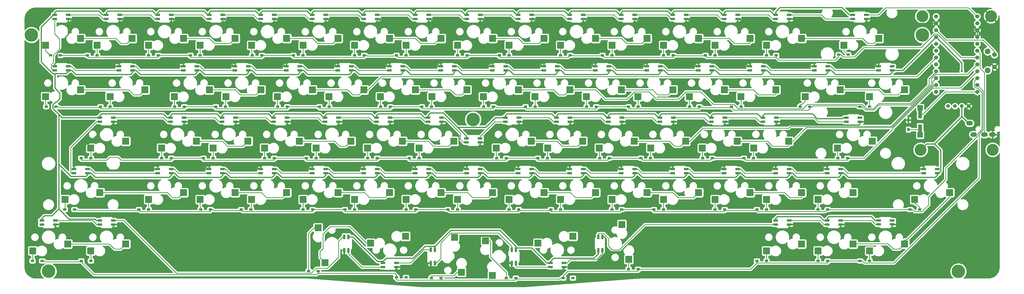
<source format=gbl>
G04 #@! TF.GenerationSoftware,KiCad,Pcbnew,5.1.5+dfsg1-2build2*
G04 #@! TF.CreationDate,2020-06-11T03:48:28+09:00*
G04 #@! TF.ProjectId,amatelus73,616d6174-656c-4757-9337-332e6b696361,rev?*
G04 #@! TF.SameCoordinates,Original*
G04 #@! TF.FileFunction,Copper,L2,Bot*
G04 #@! TF.FilePolarity,Positive*
%FSLAX46Y46*%
G04 Gerber Fmt 4.6, Leading zero omitted, Abs format (unit mm)*
G04 Created by KiCad (PCBNEW 5.1.5+dfsg1-2build2) date 2020-06-11 03:48:28*
%MOMM*%
%LPD*%
G04 APERTURE LIST*
%ADD10C,2.100000*%
%ADD11C,1.750000*%
%ADD12C,0.700000*%
%ADD13C,4.400000*%
%ADD14C,5.000000*%
%ADD15R,2.550000X2.500000*%
%ADD16O,2.500000X1.700000*%
%ADD17R,1.998980X1.998980*%
%ADD18R,1.399540X2.999740*%
%ADD19R,2.500000X2.550000*%
%ADD20R,1.300000X0.950000*%
%ADD21R,0.950000X1.300000*%
%ADD22C,1.397000*%
%ADD23R,1.800000X0.820000*%
%ADD24R,0.820000X1.800000*%
%ADD25C,1.524000*%
%ADD26C,0.800000*%
%ADD27C,0.250000*%
%ADD28C,0.400000*%
%ADD29C,0.254000*%
G04 APERTURE END LIST*
D10*
X375970000Y-40660000D03*
D11*
X378460000Y-41910000D03*
X378460000Y-46410000D03*
D10*
X375970000Y-47670000D03*
D12*
X352956726Y-26455774D03*
X351790000Y-25972500D03*
X350623274Y-26455774D03*
X350140000Y-27622500D03*
X350623274Y-28789226D03*
X351790000Y-29272500D03*
X352956726Y-28789226D03*
X353440000Y-27622500D03*
D13*
X351790000Y-27622500D03*
D14*
X351790000Y-34607500D03*
D15*
X333316000Y-73977500D03*
X320389000Y-76517500D03*
X345223000Y-54927500D03*
X332296000Y-57467500D03*
D16*
X377763500Y-71505500D03*
X374763500Y-71505500D03*
X370763500Y-71505500D03*
X369263500Y-67305500D03*
D17*
X350964500Y-61610240D03*
X350964500Y-71612760D03*
D18*
X350964500Y-64010540D03*
X350964500Y-69212460D03*
D15*
X211873000Y-35877500D03*
X198946000Y-38417500D03*
X154723000Y-93027500D03*
X141796000Y-95567500D03*
X57091200Y-112078000D03*
X44164200Y-114618000D03*
D19*
X240665000Y-104834000D03*
X243205000Y-117761000D03*
D15*
X78522500Y-35877500D03*
X65595500Y-38417500D03*
X209609000Y-111760000D03*
X222536000Y-109220000D03*
X322770000Y-38417500D03*
X335697000Y-35877500D03*
D14*
X185610000Y-65913000D03*
X22225000Y-34607500D03*
X365125000Y-122238000D03*
D12*
X378356726Y-26455774D03*
X377190000Y-25972500D03*
X376023274Y-26455774D03*
X375540000Y-27622500D03*
X376023274Y-28789226D03*
X377190000Y-29272500D03*
X378356726Y-28789226D03*
X378840000Y-27622500D03*
D13*
X377190000Y-27622500D03*
D12*
X352321726Y-75985774D03*
X351155000Y-75502500D03*
X349988274Y-75985774D03*
X349505000Y-77152500D03*
X349988274Y-78319226D03*
X351155000Y-78802500D03*
X352321726Y-78319226D03*
X352805000Y-77152500D03*
D13*
X351155000Y-77152500D03*
D15*
X361891000Y-93027500D03*
X348964000Y-95567500D03*
X57091200Y-73977500D03*
X44164200Y-76517500D03*
X47566200Y-93027500D03*
X34639200Y-95567500D03*
D19*
X130810000Y-119004000D03*
X128270000Y-106077000D03*
D15*
X147696000Y-111760000D03*
X160623000Y-109220000D03*
D19*
X178752000Y-109596000D03*
X181292000Y-122523000D03*
X192722000Y-123766000D03*
X190182000Y-110839000D03*
D15*
X64235000Y-54927500D03*
X51308000Y-57467500D03*
X321410000Y-54927500D03*
X308483000Y-57467500D03*
X40422500Y-35877500D03*
X27495500Y-38417500D03*
X59472500Y-35877500D03*
X46545500Y-38417500D03*
X97572500Y-35877500D03*
X84645500Y-38417500D03*
X116623000Y-35877500D03*
X103696000Y-38417500D03*
X135673000Y-35877500D03*
X122746000Y-38417500D03*
X154723000Y-35877500D03*
X141796000Y-38417500D03*
X173773000Y-35877500D03*
X160846000Y-38417500D03*
X192823000Y-35877500D03*
X179896000Y-38417500D03*
X230923000Y-35877500D03*
X217996000Y-38417500D03*
X249973000Y-35877500D03*
X237046000Y-38417500D03*
X288073000Y-35877500D03*
X275146000Y-38417500D03*
X307123000Y-35877500D03*
X294196000Y-38417500D03*
X40422500Y-54927500D03*
X27495500Y-57467500D03*
X88047500Y-54927500D03*
X75120500Y-57467500D03*
X107097000Y-54927500D03*
X94170000Y-57467500D03*
X126147000Y-54927500D03*
X113220000Y-57467500D03*
X145197000Y-54927500D03*
X132270000Y-57467500D03*
X164247000Y-54927500D03*
X151320000Y-57467500D03*
X183297000Y-54927500D03*
X170370000Y-57467500D03*
X202347000Y-54927500D03*
X189420000Y-57467500D03*
X221397000Y-54927500D03*
X208470000Y-57467500D03*
X240447000Y-54927500D03*
X227520000Y-57467500D03*
X259497000Y-54927500D03*
X246570000Y-57467500D03*
X278547000Y-54927500D03*
X265620000Y-57467500D03*
X297597000Y-54927500D03*
X284670000Y-57467500D03*
X83285000Y-73977500D03*
X70358000Y-76517500D03*
X102335000Y-73977500D03*
X89408000Y-76517500D03*
X121385000Y-73977500D03*
X108458000Y-76517500D03*
X140435000Y-73977500D03*
X127508000Y-76517500D03*
X159485000Y-73977500D03*
X146558000Y-76517500D03*
X178535000Y-73977500D03*
X165608000Y-76517500D03*
X207110000Y-73977500D03*
X194183000Y-76517500D03*
X226160000Y-73977500D03*
X213233000Y-76517500D03*
X245210000Y-73977500D03*
X232283000Y-76517500D03*
X264260000Y-73977500D03*
X251333000Y-76517500D03*
X283310000Y-73977500D03*
X270383000Y-76517500D03*
X302360000Y-73977500D03*
X289433000Y-76517500D03*
X78522500Y-93027500D03*
X65595500Y-95567500D03*
X97572500Y-93027500D03*
X84645500Y-95567500D03*
X116623000Y-93027500D03*
X103696000Y-95567500D03*
X135673000Y-93027500D03*
X122746000Y-95567500D03*
X173773000Y-93027500D03*
X160846000Y-95567500D03*
X192823000Y-93027500D03*
X179896000Y-95567500D03*
X211873000Y-93027500D03*
X198946000Y-95567500D03*
X230923000Y-93027500D03*
X217996000Y-95567500D03*
X237046000Y-95567500D03*
X249973000Y-93027500D03*
X269023000Y-93027500D03*
X256096000Y-95567500D03*
X288073000Y-93027500D03*
X275146000Y-95567500D03*
X307123000Y-93027500D03*
X294196000Y-95567500D03*
X326173000Y-93027500D03*
X313246000Y-95567500D03*
X35660000Y-112078000D03*
X22733000Y-114618000D03*
X307123000Y-112078000D03*
X294196000Y-114618000D03*
X326173000Y-112078000D03*
X313246000Y-114618000D03*
X345223000Y-112078000D03*
X332296000Y-114618000D03*
X269023000Y-35877500D03*
X256096000Y-38417500D03*
D20*
X32890000Y-42100500D03*
X29340000Y-42100500D03*
X42929000Y-42100500D03*
X46479000Y-42100500D03*
X69085000Y-42100500D03*
X65535000Y-42100500D03*
X84579000Y-42100500D03*
X81029000Y-42100500D03*
X103889000Y-42100500D03*
X107439000Y-42100500D03*
X122679000Y-42100500D03*
X119129000Y-42100500D03*
X145282000Y-42100500D03*
X141732000Y-42100500D03*
X157229000Y-42100500D03*
X160779000Y-42100500D03*
X179835000Y-42100500D03*
X183385000Y-42100500D03*
X198879000Y-42100500D03*
X195329000Y-42100500D03*
X217935000Y-42100500D03*
X221485000Y-42100500D03*
X233429000Y-42100500D03*
X236979000Y-42100500D03*
X256035000Y-42100500D03*
X259585000Y-42100500D03*
X271529000Y-42100500D03*
X275079000Y-42100500D03*
X294135000Y-42100500D03*
X297685000Y-42100500D03*
X324355000Y-41910000D03*
X320805000Y-41910000D03*
X31239000Y-61150500D03*
X27689000Y-61150500D03*
X47755000Y-61150500D03*
X51305000Y-61150500D03*
X78737000Y-61150500D03*
X75187000Y-61150500D03*
X93977000Y-61150500D03*
X90427000Y-61150500D03*
X113287000Y-61150500D03*
X116837000Y-61150500D03*
X132331000Y-61150500D03*
X128781000Y-61150500D03*
X151387000Y-61150500D03*
X154937000Y-61150500D03*
X166627000Y-61150500D03*
X170177000Y-61150500D03*
X189487000Y-61150500D03*
X193037000Y-61150500D03*
X204981000Y-61150500D03*
X208531000Y-61150500D03*
X227587000Y-61150500D03*
X231137000Y-61150500D03*
X246631000Y-61150500D03*
X243081000Y-61150500D03*
X269237000Y-61150500D03*
X265687000Y-61150500D03*
X284731000Y-61150500D03*
X281181000Y-61150500D03*
X310131000Y-61150500D03*
X306581000Y-61150500D03*
X328679000Y-61150500D03*
X332229000Y-61150500D03*
X40643000Y-80200500D03*
X44193000Y-80200500D03*
X73911000Y-80200500D03*
X70361000Y-80200500D03*
X85855000Y-80200500D03*
X89405000Y-80200500D03*
X108461000Y-80200500D03*
X112011000Y-80200500D03*
X123955000Y-80200500D03*
X127505000Y-80200500D03*
X150111000Y-80200500D03*
X146561000Y-80200500D03*
X165605000Y-80200500D03*
X162055000Y-80200500D03*
X194313000Y-80200500D03*
X197863000Y-80200500D03*
X213103000Y-80200500D03*
X209553000Y-80200500D03*
X232413000Y-80200500D03*
X235963000Y-80200500D03*
X247653000Y-80200500D03*
X251203000Y-80200500D03*
X270513000Y-80200500D03*
X274063000Y-80200500D03*
X285753000Y-80200500D03*
X289303000Y-80200500D03*
X320551000Y-80200500D03*
X324101000Y-80200500D03*
X34547000Y-99250500D03*
X38097000Y-99250500D03*
X65529000Y-99250500D03*
X61979000Y-99250500D03*
X88389000Y-99250500D03*
X84839000Y-99250500D03*
X103375000Y-99250500D03*
X99825000Y-99250500D03*
X126235000Y-99250500D03*
X122685000Y-99250500D03*
X138179000Y-99250500D03*
X141729000Y-99250500D03*
X164335000Y-99250500D03*
X160785000Y-99250500D03*
X179829000Y-99250500D03*
X176279000Y-99250500D03*
X198885000Y-99250500D03*
X202435000Y-99250500D03*
X217929000Y-99250500D03*
X214379000Y-99250500D03*
X240535000Y-99250500D03*
X236985000Y-99250500D03*
X256029000Y-99250500D03*
X252479000Y-99250500D03*
X278635000Y-99250500D03*
X275085000Y-99250500D03*
X294129000Y-99250500D03*
X290579000Y-99250500D03*
X316735000Y-99250500D03*
X313185000Y-99250500D03*
X350771000Y-99250500D03*
X347221000Y-99250500D03*
X26159000Y-118300000D03*
X22609000Y-118300000D03*
X40643000Y-118300000D03*
X44193000Y-118300000D03*
X124717000Y-122110000D03*
X128267000Y-122110000D03*
X160779000Y-124396000D03*
X157229000Y-124396000D03*
X170183000Y-124650000D03*
X173733000Y-124650000D03*
X201419000Y-124650000D03*
X197869000Y-124650000D03*
X222501000Y-124650000D03*
X218951000Y-124650000D03*
X246631000Y-121348000D03*
X243081000Y-121348000D03*
X290579000Y-118300000D03*
X294129000Y-118300000D03*
X313185000Y-118300000D03*
X316735000Y-118300000D03*
X328682000Y-118300000D03*
X332232000Y-118300000D03*
D21*
X346646500Y-66106500D03*
X346646500Y-69656500D03*
D22*
X368935000Y-60960000D03*
X366395000Y-60960000D03*
X363855000Y-60960000D03*
X361315000Y-60960000D03*
D23*
X326112000Y-27126500D03*
X326112000Y-28626500D03*
X331112000Y-28626500D03*
X331112000Y-27126500D03*
X302538000Y-27126500D03*
X302538000Y-28626500D03*
X297538000Y-28626500D03*
X297538000Y-27126500D03*
X283488000Y-27126500D03*
X283488000Y-28626500D03*
X278488000Y-28626500D03*
X278488000Y-27126500D03*
X259438000Y-27126500D03*
X259438000Y-28626500D03*
X264438000Y-28626500D03*
X264438000Y-27126500D03*
X245388000Y-27126500D03*
X245388000Y-28626500D03*
X240388000Y-28626500D03*
X240388000Y-27126500D03*
X221338000Y-27126500D03*
X221338000Y-28626500D03*
X226338000Y-28626500D03*
X226338000Y-27126500D03*
X207288000Y-27126500D03*
X207288000Y-28626500D03*
X202288000Y-28626500D03*
X202288000Y-27126500D03*
X183238000Y-27126500D03*
X183238000Y-28626500D03*
X188238000Y-28626500D03*
X188238000Y-27126500D03*
X169188000Y-27126500D03*
X169188000Y-28626500D03*
X164188000Y-28626500D03*
X164188000Y-27126500D03*
X145138000Y-27126500D03*
X145138000Y-28626500D03*
X150138000Y-28626500D03*
X150138000Y-27126500D03*
X131088000Y-27126500D03*
X131088000Y-28626500D03*
X126088000Y-28626500D03*
X126088000Y-27126500D03*
X112038000Y-27126500D03*
X112038000Y-28626500D03*
X107038000Y-28626500D03*
X107038000Y-27126500D03*
X87987500Y-27126500D03*
X87987500Y-28626500D03*
X92987500Y-28626500D03*
X92987500Y-27126500D03*
X73937500Y-27126500D03*
X73937500Y-28626500D03*
X68937500Y-28626500D03*
X68937500Y-27126500D03*
X49887500Y-27126500D03*
X49887500Y-28626500D03*
X54887500Y-28626500D03*
X54887500Y-27126500D03*
X35837500Y-27126500D03*
X35837500Y-28626500D03*
X30837500Y-28626500D03*
X30837500Y-27126500D03*
X35837500Y-47676500D03*
X35837500Y-46176500D03*
X30837500Y-46176500D03*
X30837500Y-47676500D03*
X54650000Y-47676500D03*
X54650000Y-46176500D03*
X59650000Y-46176500D03*
X59650000Y-47676500D03*
X83462500Y-47676500D03*
X83462500Y-46176500D03*
X78462500Y-46176500D03*
X78462500Y-47676500D03*
X97512000Y-47676500D03*
X97512000Y-46176500D03*
X102512000Y-46176500D03*
X102512000Y-47676500D03*
X116562000Y-47676500D03*
X116562000Y-46176500D03*
X121562000Y-46176500D03*
X121562000Y-47676500D03*
X140612000Y-47676500D03*
X140612000Y-46176500D03*
X135612000Y-46176500D03*
X135612000Y-47676500D03*
X154662000Y-47676500D03*
X154662000Y-46176500D03*
X159662000Y-46176500D03*
X159662000Y-47676500D03*
X178712000Y-47676500D03*
X178712000Y-46176500D03*
X173712000Y-46176500D03*
X173712000Y-47676500D03*
X192762000Y-47676500D03*
X192762000Y-46176500D03*
X197762000Y-46176500D03*
X197762000Y-47676500D03*
X216812000Y-47676500D03*
X216812000Y-46176500D03*
X211812000Y-46176500D03*
X211812000Y-47676500D03*
X230862000Y-47676500D03*
X230862000Y-46176500D03*
X235862000Y-46176500D03*
X235862000Y-47676500D03*
X254912000Y-47676500D03*
X254912000Y-46176500D03*
X249912000Y-46176500D03*
X249912000Y-47676500D03*
X268962000Y-47676500D03*
X268962000Y-46176500D03*
X273962000Y-46176500D03*
X273962000Y-47676500D03*
X293012000Y-47676500D03*
X293012000Y-46176500D03*
X288012000Y-46176500D03*
X288012000Y-47676500D03*
X316825000Y-47676500D03*
X316825000Y-46176500D03*
X311825000Y-46176500D03*
X311825000Y-47676500D03*
X340638000Y-47676500D03*
X340638000Y-46176500D03*
X335638000Y-46176500D03*
X335638000Y-47676500D03*
X323731000Y-65226500D03*
X323731000Y-66726500D03*
X328731000Y-66726500D03*
X328731000Y-65226500D03*
X297775000Y-65226500D03*
X297775000Y-66726500D03*
X292775000Y-66726500D03*
X292775000Y-65226500D03*
X273725000Y-65226500D03*
X273725000Y-66726500D03*
X278725000Y-66726500D03*
X278725000Y-65226500D03*
X259675000Y-65226500D03*
X259675000Y-66726500D03*
X254675000Y-66726500D03*
X254675000Y-65226500D03*
X235625000Y-65226500D03*
X235625000Y-66726500D03*
X240625000Y-66726500D03*
X240625000Y-65226500D03*
X221448000Y-65226500D03*
X221448000Y-66726500D03*
X216448000Y-66726500D03*
X216448000Y-65226500D03*
X197525000Y-65226500D03*
X197525000Y-66726500D03*
X202525000Y-66726500D03*
X202525000Y-65226500D03*
X188174000Y-72910000D03*
X188174000Y-74410000D03*
X183174000Y-74410000D03*
X183174000Y-72910000D03*
X168950000Y-65226500D03*
X168950000Y-66726500D03*
X173950000Y-66726500D03*
X173950000Y-65226500D03*
X149900000Y-65226500D03*
X149900000Y-66726500D03*
X154900000Y-66726500D03*
X154900000Y-65226500D03*
X135850000Y-65226500D03*
X135850000Y-66726500D03*
X130850000Y-66726500D03*
X130850000Y-65226500D03*
X111800000Y-65226500D03*
X111800000Y-66726500D03*
X116800000Y-66726500D03*
X116800000Y-65226500D03*
X97750000Y-65226500D03*
X97750000Y-66726500D03*
X92750000Y-66726500D03*
X92750000Y-65226500D03*
X73700000Y-65226500D03*
X73700000Y-66726500D03*
X78700000Y-66726500D03*
X78700000Y-65226500D03*
X52506200Y-65226500D03*
X52506200Y-66726500D03*
X47506200Y-66726500D03*
X47506200Y-65226500D03*
X42981200Y-85776500D03*
X42981200Y-84276500D03*
X37981200Y-84276500D03*
X37981200Y-85776500D03*
X73937500Y-85776500D03*
X73937500Y-84276500D03*
X68937500Y-84276500D03*
X68937500Y-85776500D03*
X87924000Y-85776500D03*
X87924000Y-84276500D03*
X92924000Y-84276500D03*
X92924000Y-85776500D03*
X112038000Y-85776500D03*
X112038000Y-84276500D03*
X107038000Y-84276500D03*
X107038000Y-85776500D03*
X126088000Y-85776500D03*
X126088000Y-84276500D03*
X131088000Y-84276500D03*
X131088000Y-85776500D03*
X150138000Y-85776500D03*
X150138000Y-84276500D03*
X145138000Y-84276500D03*
X145138000Y-85776500D03*
X164188000Y-85776500D03*
X164188000Y-84276500D03*
X169188000Y-84276500D03*
X169188000Y-85776500D03*
X188238000Y-85776500D03*
X188238000Y-84276500D03*
X183238000Y-84276500D03*
X183238000Y-85776500D03*
X202288000Y-85776500D03*
X202288000Y-84276500D03*
X207288000Y-84276500D03*
X207288000Y-85776500D03*
X221338000Y-85776500D03*
X221338000Y-84276500D03*
X226338000Y-84276500D03*
X226338000Y-85776500D03*
X245388000Y-85776500D03*
X245388000Y-84276500D03*
X240388000Y-84276500D03*
X240388000Y-85776500D03*
X264438000Y-85776500D03*
X264438000Y-84276500D03*
X259438000Y-84276500D03*
X259438000Y-85776500D03*
X278488000Y-85776500D03*
X278488000Y-84276500D03*
X283488000Y-84276500D03*
X283488000Y-85776500D03*
X302538000Y-85776500D03*
X302538000Y-84276500D03*
X297538000Y-84276500D03*
X297538000Y-85776500D03*
X316588000Y-85776500D03*
X316588000Y-84276500D03*
X321588000Y-84276500D03*
X321588000Y-85776500D03*
X357306000Y-85776500D03*
X357306000Y-84276500D03*
X352306000Y-84276500D03*
X352306000Y-85776500D03*
X340638000Y-103314000D03*
X340638000Y-104814000D03*
X335638000Y-104814000D03*
X335638000Y-103314000D03*
X316588000Y-103326000D03*
X316588000Y-104826000D03*
X321588000Y-104826000D03*
X321588000Y-103326000D03*
X302538000Y-103326000D03*
X302538000Y-104826000D03*
X297538000Y-104826000D03*
X297538000Y-103326000D03*
D24*
X231914000Y-114419000D03*
X233414000Y-114419000D03*
X233414000Y-109419000D03*
X231914000Y-109419000D03*
D23*
X219194000Y-119074000D03*
X219194000Y-120574000D03*
X214194000Y-120574000D03*
X214194000Y-119074000D03*
D24*
X201410000Y-114181000D03*
X199910000Y-114181000D03*
X199910000Y-119181000D03*
X201410000Y-119181000D03*
X171438000Y-119181000D03*
X169938000Y-119181000D03*
X169938000Y-114181000D03*
X171438000Y-114181000D03*
D23*
X152281000Y-119086000D03*
X152281000Y-120586000D03*
X157281000Y-120586000D03*
X157281000Y-119086000D03*
D24*
X139434000Y-114419000D03*
X137934000Y-114419000D03*
X137934000Y-109419000D03*
X139434000Y-109419000D03*
D23*
X47538000Y-103326000D03*
X47538000Y-104826000D03*
X52538000Y-104826000D03*
X52538000Y-103326000D03*
D25*
X356881400Y-27749500D03*
X356881400Y-30289500D03*
X356881400Y-32829500D03*
X356881400Y-35369500D03*
X356881400Y-37909500D03*
X356881400Y-40449500D03*
X356881400Y-42989500D03*
X356881400Y-45529500D03*
X356881400Y-48069500D03*
X356881400Y-50609500D03*
X356881400Y-53149500D03*
X356881400Y-55689500D03*
X372101400Y-55689500D03*
X372101400Y-53149500D03*
X372101400Y-50609500D03*
X372101400Y-48069500D03*
X372101400Y-45529500D03*
X372101400Y-42989500D03*
X372101400Y-40449500D03*
X372101400Y-37909500D03*
X372101400Y-35369500D03*
X372101400Y-32829500D03*
X372101400Y-30289500D03*
X372101400Y-27749500D03*
D23*
X26075000Y-103338000D03*
X26075000Y-104838000D03*
X31075000Y-104838000D03*
X31075000Y-103338000D03*
D14*
X28575000Y-122174000D03*
D13*
X377825000Y-77152500D03*
D12*
X379475000Y-77152500D03*
X378991726Y-78319226D03*
X377825000Y-78802500D03*
X376658274Y-78319226D03*
X376175000Y-77152500D03*
X376658274Y-75985774D03*
X377825000Y-75502500D03*
X378991726Y-75985774D03*
D26*
X160782000Y-109156500D03*
X160782000Y-124396500D03*
X222504000Y-124650500D03*
X222504000Y-109156500D03*
X367030000Y-109537500D03*
X93980000Y-110172500D03*
X36830000Y-122237500D03*
X39370000Y-67627500D03*
X43180000Y-58737500D03*
X45720000Y-51752500D03*
X69215000Y-55562500D03*
X38100000Y-39052500D03*
X26035000Y-26987500D03*
X100330000Y-40322500D03*
X113030000Y-39687500D03*
X119380000Y-33337500D03*
X131445000Y-40322500D03*
X151130000Y-39687500D03*
X170180000Y-40322500D03*
X214630000Y-39687500D03*
X228600000Y-39687500D03*
X234315000Y-33337500D03*
X247015000Y-39687500D03*
X271780000Y-33337500D03*
X283845000Y-40322500D03*
X292100000Y-35242500D03*
X332740000Y-40322500D03*
X327660000Y-52387500D03*
X325120000Y-57467500D03*
X334010000Y-66040000D03*
X303530000Y-52387500D03*
X295275000Y-59372500D03*
X280670000Y-52387500D03*
X272415000Y-59372500D03*
X260350000Y-51752500D03*
X256540000Y-60007500D03*
X243205000Y-52387500D03*
X238125000Y-59372500D03*
X223520000Y-51752500D03*
X219075000Y-59372500D03*
X205105000Y-51752500D03*
X198755000Y-58737500D03*
X160655000Y-58737500D03*
X166370000Y-52387500D03*
X128270000Y-51752500D03*
X122555000Y-58737500D03*
X110490000Y-54292500D03*
X90170000Y-52387500D03*
X57785000Y-89852500D03*
X45085000Y-96837500D03*
X57785000Y-96202500D03*
X79375000Y-97472500D03*
X95250000Y-97472500D03*
X117475000Y-98107500D03*
X134620000Y-96837500D03*
X156210000Y-97472500D03*
X172720000Y-96837500D03*
X175895000Y-89852500D03*
X194310000Y-97472500D03*
X208915000Y-96837500D03*
X215265000Y-90487500D03*
X214630000Y-96837500D03*
X229870000Y-97472500D03*
X246380000Y-96202500D03*
X266700000Y-97472500D03*
X286385000Y-96837500D03*
X290830000Y-89217500D03*
X302895000Y-97472500D03*
X311150000Y-91757500D03*
X275590000Y-102552500D03*
X257175000Y-102552500D03*
X207010000Y-117792500D03*
X144145000Y-116522500D03*
X320675000Y-26352500D03*
X308610000Y-25717500D03*
X345440000Y-75882500D03*
X356235000Y-96202500D03*
X324485000Y-97472500D03*
X337185000Y-93027500D03*
X307340000Y-33337500D03*
X137795000Y-89852500D03*
X98425000Y-89217500D03*
X55880000Y-40322500D03*
X180975000Y-65087500D03*
X158115000Y-33337500D03*
X194945000Y-32702500D03*
X41275000Y-63182500D03*
X141605000Y-49847500D03*
X339725000Y-116522500D03*
X316865000Y-33337500D03*
X127000000Y-114617500D03*
X135890000Y-107632500D03*
X252730000Y-89852500D03*
X233414000Y-109419000D03*
X240388000Y-84276500D03*
X344805000Y-35242500D03*
X260985000Y-78422500D03*
X283210000Y-78422500D03*
X302260000Y-78422500D03*
X314325000Y-72707500D03*
X335280000Y-70802500D03*
X364490000Y-87947500D03*
X344805000Y-26352500D03*
X330835000Y-25082500D03*
X285750000Y-71437500D03*
X304800000Y-70167500D03*
X213360000Y-116522500D03*
X151130000Y-116522500D03*
X352306000Y-84276500D03*
X68937500Y-84276500D03*
X52538000Y-104826000D03*
X359410000Y-40957500D03*
X350520000Y-45402500D03*
X351155000Y-53022500D03*
X368935000Y-46037500D03*
X369570000Y-53657500D03*
X359410000Y-51752500D03*
X353695000Y-58102500D03*
X363220000Y-37782500D03*
X367665000Y-40322500D03*
X363220000Y-45402500D03*
X365125000Y-51752500D03*
X364490000Y-28575000D03*
X185420000Y-71120000D03*
X316588000Y-103314500D03*
X321588000Y-85776500D03*
X201410000Y-114181000D03*
X188238000Y-85776500D03*
X366395000Y-47942500D03*
X340614000Y-46164500D03*
X328676000Y-65214500D03*
X340614000Y-103314500D03*
X357378000Y-84264500D03*
X57150000Y-73977500D03*
X47625000Y-93027500D03*
X64235000Y-54927500D03*
X59472500Y-35877500D03*
X35660000Y-112078000D03*
X107072000Y-54927500D03*
X102310000Y-73977500D03*
X97790000Y-93027500D03*
X97547500Y-35877500D03*
X135673000Y-35877500D03*
X145197000Y-54927500D03*
X140435000Y-73977500D03*
X135890000Y-93027500D03*
X147696000Y-111760000D03*
X178435000Y-109537500D03*
X173773000Y-35877500D03*
X183272000Y-54927500D03*
X178535000Y-73977500D03*
X173773000Y-93027500D03*
X192405000Y-124142500D03*
X209550000Y-112077500D03*
X212090000Y-93027500D03*
X226160000Y-73977500D03*
X221397000Y-54927500D03*
X211873000Y-35877500D03*
X240665000Y-104838500D03*
X249973000Y-35877500D03*
X259497000Y-54927500D03*
X264260000Y-73977500D03*
X269023000Y-93027500D03*
X249973000Y-93027500D03*
X307340000Y-112077500D03*
X307340000Y-93027500D03*
X288073000Y-35877500D03*
X297597000Y-54927500D03*
X302360000Y-73977500D03*
X326136000Y-93154500D03*
X326136000Y-111950500D03*
X333375000Y-73977500D03*
X321410000Y-54927500D03*
X335697000Y-35877500D03*
X345223000Y-54927500D03*
X361891000Y-93027500D03*
X345223000Y-111950500D03*
D27*
X297685000Y-42900800D02*
X271929200Y-42900800D01*
X271929200Y-42900800D02*
X271529000Y-42500600D01*
X259585000Y-42100500D02*
X260560300Y-42100500D01*
X271529000Y-42300500D02*
X260760300Y-42300500D01*
X260760300Y-42300500D02*
X260560300Y-42100500D01*
X271529000Y-42300500D02*
X271529000Y-42500600D01*
X271529000Y-42100500D02*
X271529000Y-42300500D01*
X183385000Y-42100500D02*
X183385000Y-42900800D01*
X157229000Y-42388000D02*
X157741800Y-42900800D01*
X157741800Y-42900800D02*
X183385000Y-42900800D01*
X146257300Y-42100500D02*
X146544800Y-42388000D01*
X146544800Y-42388000D02*
X157229000Y-42388000D01*
X183385000Y-42100500D02*
X195329000Y-42100500D01*
X195329000Y-42100500D02*
X195329000Y-42900800D01*
X221553600Y-42100500D02*
X220753300Y-42900800D01*
X220753300Y-42900800D02*
X195329000Y-42900800D01*
X221553600Y-42100500D02*
X221622200Y-42100500D01*
X221485000Y-42100500D02*
X221553600Y-42100500D01*
X119129000Y-42100500D02*
X119129000Y-42900800D01*
X119129000Y-42900800D02*
X145282000Y-42900800D01*
X107439000Y-42100500D02*
X119129000Y-42100500D01*
X145282000Y-42100500D02*
X145282000Y-42900800D01*
X145282000Y-42100500D02*
X146257300Y-42100500D01*
X157229000Y-42100500D02*
X157229000Y-42388000D01*
X297685000Y-42100500D02*
X297685000Y-42900800D01*
X259585000Y-42100500D02*
X259585000Y-42900800D01*
X259585000Y-42900800D02*
X234029300Y-42900800D01*
X234029300Y-42900800D02*
X233429000Y-42300500D01*
X221972700Y-42100500D02*
X222460300Y-42100500D01*
X221972700Y-42100500D02*
X221622200Y-42100500D01*
X233429000Y-42300500D02*
X222660300Y-42300500D01*
X222660300Y-42300500D02*
X222460300Y-42100500D01*
X233429000Y-42100500D02*
X233429000Y-42300500D01*
X69085000Y-42100500D02*
X69085000Y-42900800D01*
X69085000Y-42900800D02*
X43329200Y-42900800D01*
X43329200Y-42900800D02*
X42929000Y-42500600D01*
X81029000Y-42100500D02*
X69085000Y-42100500D01*
X42929000Y-42100500D02*
X42929000Y-42500600D01*
X81029000Y-42100500D02*
X81029000Y-42900800D01*
X81029000Y-42900800D02*
X107439000Y-42900800D01*
X107439000Y-42100500D02*
X107439000Y-42900800D01*
X32890000Y-42100500D02*
X42929000Y-42100500D01*
X351304903Y-39273599D02*
X330113901Y-39273599D01*
X356296003Y-34282499D02*
X351304903Y-39273599D01*
X357403161Y-34282499D02*
X356296003Y-34282499D01*
X366110162Y-42989500D02*
X357403161Y-34282499D01*
X372101400Y-42989500D02*
X366110162Y-42989500D01*
X326677499Y-42710001D02*
X330113901Y-39273599D01*
X321705000Y-41910000D02*
X322505001Y-42710001D01*
X322505001Y-42710001D02*
X326677499Y-42710001D01*
X320805000Y-41910000D02*
X321705000Y-41910000D01*
X298695601Y-43911401D02*
X298450000Y-43665800D01*
X319528599Y-43911401D02*
X298695601Y-43911401D01*
X320805000Y-42635000D02*
X319528599Y-43911401D01*
X320805000Y-41910000D02*
X320805000Y-42635000D01*
X297685000Y-42900800D02*
X298450000Y-43665800D01*
X298450000Y-43665800D02*
X298702200Y-43918000D01*
X29165000Y-42100500D02*
X29340000Y-42100500D01*
X27495500Y-40431000D02*
X29165000Y-42100500D01*
X27495500Y-38417500D02*
X27495500Y-40431000D01*
X46545500Y-38417500D02*
X46545500Y-39992800D01*
X46479000Y-42100500D02*
X46479000Y-40059300D01*
X46479000Y-40059300D02*
X46545500Y-39992800D01*
X65535000Y-42100500D02*
X65535000Y-41300200D01*
X65535000Y-41300200D02*
X65595500Y-41239700D01*
X65595500Y-41239700D02*
X65595500Y-38417500D01*
X84645500Y-38417500D02*
X84645500Y-39992800D01*
X84579000Y-42100500D02*
X84579000Y-40059300D01*
X84579000Y-40059300D02*
X84645500Y-39992800D01*
X103889000Y-42100500D02*
X103889000Y-41300200D01*
X103889000Y-41300200D02*
X103696000Y-41107200D01*
X103696000Y-41107200D02*
X103696000Y-38417500D01*
X122746000Y-38417500D02*
X122746000Y-39992800D01*
X122679000Y-42100500D02*
X122679000Y-40059800D01*
X122679000Y-40059800D02*
X122746000Y-39992800D01*
X141732000Y-42100500D02*
X141732000Y-41300200D01*
X141732000Y-41300200D02*
X141796000Y-41236200D01*
X141796000Y-41236200D02*
X141796000Y-38417500D01*
X160846000Y-38417500D02*
X160846000Y-39992800D01*
X160779000Y-42100500D02*
X160779000Y-40059800D01*
X160779000Y-40059800D02*
X160846000Y-39992800D01*
X179835000Y-42100500D02*
X179835000Y-41300200D01*
X179835000Y-41300200D02*
X179896000Y-41239200D01*
X179896000Y-41239200D02*
X179896000Y-38417500D01*
X198946000Y-38417500D02*
X198946000Y-39992800D01*
X198879000Y-42100500D02*
X198879000Y-40059800D01*
X198879000Y-40059800D02*
X198946000Y-39992800D01*
X217996000Y-38417500D02*
X217996000Y-39992800D01*
X217935000Y-42100500D02*
X217935000Y-40053800D01*
X217935000Y-40053800D02*
X217996000Y-39992800D01*
X237046000Y-38417500D02*
X237046000Y-39992800D01*
X236979000Y-42100500D02*
X236979000Y-40059800D01*
X236979000Y-40059800D02*
X237046000Y-39992800D01*
X256096000Y-38417500D02*
X256096000Y-39992800D01*
X256035000Y-42100500D02*
X256035000Y-40053800D01*
X256035000Y-40053800D02*
X256096000Y-39992800D01*
X275146000Y-38417500D02*
X275146000Y-39992800D01*
X275079000Y-42100500D02*
X275079000Y-40059800D01*
X275079000Y-40059800D02*
X275146000Y-39992800D01*
X294135000Y-42100500D02*
X294135000Y-41300200D01*
X294135000Y-41300200D02*
X294196000Y-41239200D01*
X294196000Y-41239200D02*
X294196000Y-38417500D01*
X322770000Y-40500000D02*
X322770000Y-38417500D01*
X324180000Y-41910000D02*
X322770000Y-40500000D01*
X324355000Y-41910000D02*
X324180000Y-41910000D01*
X281181000Y-61550600D02*
X282031500Y-62401100D01*
X282031500Y-62401100D02*
X309680700Y-62401100D01*
X309680700Y-62401100D02*
X310131000Y-61950800D01*
X311106300Y-61150500D02*
X311407100Y-60849700D01*
X311407100Y-60849700D02*
X327402900Y-60849700D01*
X327402900Y-60849700D02*
X327703700Y-61150500D01*
X328679000Y-61150500D02*
X327703700Y-61150500D01*
X310131000Y-61150500D02*
X311106300Y-61150500D01*
X270212300Y-61150500D02*
X270612400Y-61550600D01*
X270612400Y-61550600D02*
X281181000Y-61550600D01*
X310131000Y-61150500D02*
X310131000Y-61950800D01*
X243081000Y-61150500D02*
X243081000Y-61950800D01*
X243081000Y-61950800D02*
X269237000Y-61950800D01*
X231137000Y-61150500D02*
X243081000Y-61150500D01*
X269237000Y-61150500D02*
X269237000Y-61950800D01*
X269237000Y-61150500D02*
X270212300Y-61150500D01*
X281181000Y-61150500D02*
X281181000Y-61550600D01*
X231137000Y-61150500D02*
X231137000Y-61950800D01*
X231137000Y-61950800D02*
X205381200Y-61950800D01*
X205381200Y-61950800D02*
X204981000Y-61550600D01*
X193037000Y-61150500D02*
X194012300Y-61150500D01*
X204981000Y-61550600D02*
X194412400Y-61550600D01*
X194412400Y-61550600D02*
X194012300Y-61150500D01*
X204981000Y-61150500D02*
X204981000Y-61550600D01*
X31239000Y-61150500D02*
X32214300Y-61150500D01*
X47755000Y-61550600D02*
X32614400Y-61550600D01*
X32614400Y-61550600D02*
X32214300Y-61150500D01*
X47755000Y-61550600D02*
X47755000Y-61950800D01*
X47755000Y-61150500D02*
X47755000Y-61550600D01*
X78737000Y-61150500D02*
X78737000Y-61950800D01*
X78737000Y-61950800D02*
X47755000Y-61950800D01*
X90427000Y-61150500D02*
X78737000Y-61150500D01*
X193037000Y-61150500D02*
X193037000Y-61950800D01*
X193037000Y-61950800D02*
X166627000Y-61950800D01*
X166627000Y-61150500D02*
X166627000Y-61950800D01*
X116837000Y-61150500D02*
X116837000Y-61950800D01*
X90427000Y-61150500D02*
X90427000Y-61950800D01*
X90427000Y-61950800D02*
X116837000Y-61950800D01*
X128781000Y-61150500D02*
X128781000Y-61950800D01*
X128781000Y-61950800D02*
X154937000Y-61950800D01*
X116837000Y-61150500D02*
X128781000Y-61150500D01*
X154937000Y-61150500D02*
X154937000Y-61950800D01*
X166627000Y-61150500D02*
X154937000Y-61150500D01*
X355149990Y-52931538D02*
X354424028Y-53657500D01*
X354424028Y-53657500D02*
X354745627Y-53335901D01*
X372101400Y-45529500D02*
X368474399Y-49156501D01*
X368474399Y-49156501D02*
X356725637Y-49156501D01*
X355149990Y-50732148D02*
X355149990Y-52931538D01*
X356725637Y-49156501D02*
X355149990Y-50732148D01*
X329579000Y-61150500D02*
X328679000Y-61150500D01*
X330829011Y-62400511D02*
X329579000Y-61150500D01*
X333904399Y-62400511D02*
X330829011Y-62400511D01*
X335847400Y-60457510D02*
X333904399Y-62400511D01*
X347624018Y-60457510D02*
X335847400Y-60457510D01*
X354424028Y-53657500D02*
X347624018Y-60457510D01*
X27689000Y-61150500D02*
X27689000Y-60350200D01*
X27689000Y-60350200D02*
X27495500Y-60156700D01*
X27495500Y-60156700D02*
X27495500Y-57467500D01*
X51308000Y-57467500D02*
X51308000Y-59042800D01*
X51305000Y-61150500D02*
X51305000Y-59045800D01*
X51305000Y-59045800D02*
X51308000Y-59042800D01*
X75187000Y-61150500D02*
X75187000Y-60350200D01*
X75187000Y-60350200D02*
X75120500Y-60283700D01*
X75120500Y-60283700D02*
X75120500Y-57467500D01*
X94170000Y-57467500D02*
X94170000Y-59042800D01*
X93977000Y-61150500D02*
X93977000Y-59235800D01*
X93977000Y-59235800D02*
X94170000Y-59042800D01*
X113220000Y-57467500D02*
X113220000Y-59042800D01*
X113220000Y-59042800D02*
X113287000Y-59109800D01*
X113287000Y-59109800D02*
X113287000Y-61150500D01*
X132270000Y-57467500D02*
X132270000Y-59042800D01*
X132331000Y-61150500D02*
X132331000Y-59103800D01*
X132331000Y-59103800D02*
X132270000Y-59042800D01*
X151387000Y-61150500D02*
X151387000Y-60350200D01*
X151387000Y-60350200D02*
X151320000Y-60283200D01*
X151320000Y-60283200D02*
X151320000Y-57467500D01*
X170370000Y-57467500D02*
X170370000Y-59042800D01*
X170177000Y-61150500D02*
X170177000Y-59235800D01*
X170177000Y-59235800D02*
X170370000Y-59042800D01*
X189487000Y-61150500D02*
X189487000Y-60350200D01*
X189487000Y-60350200D02*
X189420000Y-60283200D01*
X189420000Y-60283200D02*
X189420000Y-57467500D01*
X208470000Y-57467500D02*
X208470000Y-59042800D01*
X208531000Y-61150500D02*
X208531000Y-59103800D01*
X208531000Y-59103800D02*
X208470000Y-59042800D01*
X227587000Y-61150500D02*
X227587000Y-60350200D01*
X227587000Y-60350200D02*
X227520000Y-60283200D01*
X227520000Y-60283200D02*
X227520000Y-57467500D01*
X246570000Y-57467500D02*
X246570000Y-59042800D01*
X246631000Y-61150500D02*
X246631000Y-59103800D01*
X246631000Y-59103800D02*
X246570000Y-59042800D01*
X265687000Y-61150500D02*
X265687000Y-60350200D01*
X265687000Y-60350200D02*
X265620000Y-60283200D01*
X265620000Y-60283200D02*
X265620000Y-57467500D01*
X284670000Y-57467500D02*
X284670000Y-59042800D01*
X284731000Y-61150500D02*
X284731000Y-59103800D01*
X284731000Y-59103800D02*
X284670000Y-59042800D01*
X306581000Y-61150500D02*
X306581000Y-60350200D01*
X308483000Y-57467500D02*
X308483000Y-59042800D01*
X306581000Y-60350200D02*
X307175600Y-60350200D01*
X307175600Y-60350200D02*
X308483000Y-59042800D01*
X332296000Y-57467500D02*
X332296000Y-59042800D01*
X332229000Y-61150500D02*
X332229000Y-59109800D01*
X332229000Y-59109800D02*
X332296000Y-59042800D01*
X324101000Y-80200500D02*
X324101000Y-81000800D01*
X324101000Y-81000800D02*
X286453300Y-81000800D01*
X286453300Y-81000800D02*
X285753000Y-80300500D01*
X274168400Y-80200500D02*
X273368000Y-81000900D01*
X273368000Y-81000900D02*
X248453300Y-81000900D01*
X248453300Y-81000900D02*
X247653000Y-80200600D01*
X274550700Y-80200500D02*
X275038300Y-80200500D01*
X274063000Y-80200500D02*
X274168400Y-80200500D01*
X274550700Y-80200500D02*
X274168400Y-80200500D01*
X285753000Y-80300500D02*
X275138300Y-80300500D01*
X275138300Y-80300500D02*
X275038300Y-80200500D01*
X285753000Y-80200500D02*
X285753000Y-80300500D01*
X73911000Y-80200500D02*
X73911000Y-81000800D01*
X73911000Y-81000800D02*
X55415800Y-81000800D01*
X55415800Y-81000800D02*
X54325700Y-79910700D01*
X54325700Y-79910700D02*
X51190100Y-79910700D01*
X51190100Y-79910700D02*
X50100000Y-81000800D01*
X50100000Y-81000800D02*
X40643000Y-81000800D01*
X85855000Y-80200500D02*
X73911000Y-80200500D01*
X40643000Y-80200500D02*
X40643000Y-81000800D01*
X112011000Y-80200500D02*
X112011000Y-81000800D01*
X112011000Y-81000800D02*
X85855000Y-81000800D01*
X123955000Y-80200500D02*
X112011000Y-80200500D01*
X85855000Y-80200500D02*
X85855000Y-81000800D01*
X209553000Y-80200500D02*
X209553000Y-81000800D01*
X236068400Y-80200500D02*
X235268100Y-81000800D01*
X235268100Y-81000800D02*
X209553000Y-81000800D01*
X236450700Y-80200500D02*
X236938300Y-80200500D01*
X235963000Y-80200500D02*
X236068400Y-80200500D01*
X236450700Y-80200500D02*
X236068400Y-80200500D01*
X247653000Y-80200600D02*
X236938300Y-80200600D01*
X236938300Y-80200600D02*
X236938300Y-80200500D01*
X247653000Y-80200500D02*
X247653000Y-80200600D01*
X150111000Y-80200500D02*
X150111000Y-81000800D01*
X150111000Y-81000800D02*
X123955000Y-81000800D01*
X162055000Y-80200500D02*
X150111000Y-80200500D01*
X123955000Y-80200500D02*
X123955000Y-81000800D01*
X197863000Y-80200500D02*
X197863000Y-81000800D01*
X197863000Y-81000800D02*
X162055000Y-81000800D01*
X209553000Y-80200500D02*
X197863000Y-80200500D01*
X162055000Y-80200500D02*
X162055000Y-81000800D01*
X365934399Y-54236501D02*
X372101400Y-48069500D01*
X324101000Y-80200500D02*
X330203002Y-80200500D01*
X330203002Y-80200500D02*
X340753239Y-69650263D01*
X340753239Y-69650263D02*
X340753239Y-69237519D01*
X355754257Y-54236501D02*
X365934399Y-54236501D01*
X340753239Y-69237519D02*
X355754257Y-54236501D01*
X44164200Y-76517500D02*
X44164200Y-78092800D01*
X44193000Y-80200500D02*
X44193000Y-78121600D01*
X44193000Y-78121600D02*
X44164200Y-78092800D01*
X70361000Y-80200500D02*
X70361000Y-79400200D01*
X70361000Y-79400200D02*
X70358000Y-79397200D01*
X70358000Y-79397200D02*
X70358000Y-76517500D01*
X89408000Y-76517500D02*
X89408000Y-78092800D01*
X89405000Y-80200500D02*
X89405000Y-78095800D01*
X89405000Y-78095800D02*
X89408000Y-78092800D01*
X108461000Y-80200500D02*
X108461000Y-79400200D01*
X108461000Y-79400200D02*
X108458000Y-79397200D01*
X108458000Y-79397200D02*
X108458000Y-76517500D01*
X127508000Y-76517500D02*
X127508000Y-78092800D01*
X127505000Y-80200500D02*
X127505000Y-78095800D01*
X127505000Y-78095800D02*
X127508000Y-78092800D01*
X146561000Y-80200500D02*
X146561000Y-79400200D01*
X146561000Y-79400200D02*
X146558000Y-79397200D01*
X146558000Y-79397200D02*
X146558000Y-76517500D01*
X165608000Y-76517500D02*
X165608000Y-78092800D01*
X165605000Y-80200500D02*
X165605000Y-78095800D01*
X165605000Y-78095800D02*
X165608000Y-78092800D01*
X194313000Y-80200500D02*
X194313000Y-79400200D01*
X194313000Y-79400200D02*
X194183000Y-79270200D01*
X194183000Y-79270200D02*
X194183000Y-76517500D01*
X213233000Y-76517500D02*
X213233000Y-78092800D01*
X213103000Y-80200500D02*
X213103000Y-78222800D01*
X213103000Y-78222800D02*
X213233000Y-78092800D01*
X232413000Y-80200500D02*
X232413000Y-79400200D01*
X232413000Y-79400200D02*
X232283000Y-79270200D01*
X232283000Y-79270200D02*
X232283000Y-76517500D01*
X251333000Y-76517500D02*
X251333000Y-78092800D01*
X251203000Y-80200500D02*
X251203000Y-78222800D01*
X251203000Y-78222800D02*
X251333000Y-78092800D01*
X270513000Y-80200500D02*
X270513000Y-79400200D01*
X270513000Y-79400200D02*
X270383000Y-79270200D01*
X270383000Y-79270200D02*
X270383000Y-76517500D01*
X289433000Y-76517500D02*
X289433000Y-78092800D01*
X289303000Y-80200500D02*
X289303000Y-78222800D01*
X289303000Y-78222800D02*
X289433000Y-78092800D01*
X320551000Y-80200500D02*
X320551000Y-79400200D01*
X320551000Y-79400200D02*
X320389000Y-79238200D01*
X320389000Y-79238200D02*
X320389000Y-76517500D01*
X34547000Y-99250500D02*
X34547000Y-98450200D01*
X34547000Y-98450200D02*
X34639200Y-98358000D01*
X34639200Y-98358000D02*
X34639200Y-95567500D01*
X316735000Y-99250500D02*
X316735000Y-99514400D01*
X316735000Y-99650600D02*
X316735000Y-99514400D01*
X290979200Y-100050800D02*
X290579000Y-99650600D01*
X290579000Y-99250500D02*
X290579000Y-99650600D01*
X202435000Y-99650600D02*
X202435000Y-100050800D01*
X202435000Y-99250500D02*
X202435000Y-99650600D01*
X214379000Y-99650600D02*
X202435000Y-99650600D01*
X214379000Y-99650600D02*
X214379000Y-100050800D01*
X214379000Y-99250500D02*
X214379000Y-99650600D01*
X202435000Y-100050800D02*
X176879300Y-100050800D01*
X176879300Y-100050800D02*
X176279000Y-99450500D01*
X164335000Y-99250500D02*
X165310300Y-99250500D01*
X176279000Y-99250500D02*
X176279000Y-99450500D01*
X278635000Y-99650600D02*
X278635000Y-100050800D01*
X278635000Y-99250500D02*
X278635000Y-99650600D01*
X290579000Y-99650600D02*
X278635000Y-99650600D01*
X252479000Y-100050800D02*
X278635000Y-100050800D01*
X240535000Y-99450500D02*
X240535000Y-99250500D01*
X239934700Y-100050800D02*
X214379000Y-100050800D01*
X126235000Y-99250500D02*
X126235000Y-100050800D01*
X126235000Y-100050800D02*
X100275500Y-100050800D01*
X100275500Y-100050800D02*
X99825000Y-99600300D01*
X138179000Y-99250500D02*
X126235000Y-99250500D01*
X99825000Y-99600300D02*
X99825000Y-99650600D01*
X99825000Y-99250500D02*
X99825000Y-99600300D01*
X61979000Y-99650600D02*
X62379200Y-100050800D01*
X62379200Y-100050800D02*
X88389000Y-100050800D01*
X88389000Y-99250500D02*
X88389000Y-100050800D01*
X88389000Y-99250500D02*
X89364300Y-99250500D01*
X99825000Y-99650600D02*
X89764400Y-99650600D01*
X89764400Y-99650600D02*
X89364300Y-99250500D01*
X138179000Y-99250500D02*
X138179000Y-100050800D01*
X138179000Y-100050800D02*
X164335000Y-100050800D01*
X164335000Y-99250500D02*
X164335000Y-100050800D01*
X61979000Y-99250500D02*
X61979000Y-99650600D01*
X315759700Y-100050800D02*
X290979200Y-100050800D01*
X316560000Y-99250500D02*
X315759700Y-100050800D01*
X316735000Y-99250500D02*
X316560000Y-99250500D01*
X240535000Y-99250500D02*
X239934700Y-100050800D01*
X252479000Y-99250500D02*
X252479000Y-100050800D01*
X240535000Y-99250500D02*
X252479000Y-99250500D01*
X317635000Y-99250500D02*
X316735000Y-99250500D01*
X317706001Y-99321501D02*
X317635000Y-99250500D01*
X343826522Y-99250500D02*
X343755521Y-99321501D01*
X343755521Y-99321501D02*
X317706001Y-99321501D01*
X347221000Y-99250500D02*
X343826522Y-99250500D01*
X372338510Y-71992205D02*
X360426000Y-83904715D01*
X351681001Y-100050501D02*
X348921001Y-100050501D01*
X373823401Y-69597099D02*
X372338510Y-71081990D01*
X348921001Y-100050501D02*
X348121000Y-99250500D01*
X372338510Y-71081990D02*
X372338510Y-71992205D01*
X348121000Y-99250500D02*
X347221000Y-99250500D01*
X360426000Y-83904715D02*
X360426000Y-88171498D01*
X360426000Y-88171498D02*
X354091001Y-94506497D01*
X354091001Y-94506497D02*
X354091001Y-97640501D01*
X354091001Y-97640501D02*
X351681001Y-100050501D01*
X371014399Y-51696501D02*
X372101400Y-50609500D01*
X371014399Y-53671261D02*
X371014399Y-51696501D01*
X371579639Y-54236501D02*
X371014399Y-53671261D01*
X372257163Y-54236501D02*
X371579639Y-54236501D01*
X373823401Y-55802739D02*
X372257163Y-54236501D01*
X373823401Y-69597099D02*
X373823401Y-55802739D01*
X38097000Y-99250500D02*
X39072300Y-99250500D01*
X39472400Y-99650600D02*
X39072300Y-99250500D01*
X61979000Y-99650600D02*
X39472400Y-99650600D01*
X176279000Y-99250500D02*
X164335000Y-99250500D01*
X65595500Y-95567500D02*
X65595500Y-97142800D01*
X65529000Y-99250500D02*
X65529000Y-97209300D01*
X65529000Y-97209300D02*
X65595500Y-97142800D01*
X84839000Y-99250500D02*
X84839000Y-98450200D01*
X84839000Y-98450200D02*
X84645500Y-98256700D01*
X84645500Y-98256700D02*
X84645500Y-95567500D01*
X103375000Y-99250500D02*
X103375000Y-98450200D01*
X103375000Y-98450200D02*
X103696000Y-98129200D01*
X103696000Y-98129200D02*
X103696000Y-95567500D01*
X122685000Y-99250500D02*
X122685000Y-98450200D01*
X122685000Y-98450200D02*
X122746000Y-98389200D01*
X122746000Y-98389200D02*
X122746000Y-95567500D01*
X141796000Y-95567500D02*
X141796000Y-97142800D01*
X141729000Y-99250500D02*
X141729000Y-97209800D01*
X141729000Y-97209800D02*
X141796000Y-97142800D01*
X160785000Y-99250500D02*
X160785000Y-98450200D01*
X160785000Y-98450200D02*
X160846000Y-98389200D01*
X160846000Y-98389200D02*
X160846000Y-95567500D01*
X179896000Y-95567500D02*
X179896000Y-97142800D01*
X179829000Y-99250500D02*
X179829000Y-97209800D01*
X179829000Y-97209800D02*
X179896000Y-97142800D01*
X198885000Y-99250500D02*
X198885000Y-98450200D01*
X198885000Y-98450200D02*
X198946000Y-98389200D01*
X198946000Y-98389200D02*
X198946000Y-95567500D01*
X217996000Y-95567500D02*
X217996000Y-97142800D01*
X217929000Y-99250500D02*
X217929000Y-97209800D01*
X217929000Y-97209800D02*
X217996000Y-97142800D01*
X236985000Y-99250500D02*
X236985000Y-98450200D01*
X236985000Y-98450200D02*
X237046000Y-98389200D01*
X237046000Y-98389200D02*
X237046000Y-95567500D01*
X256096000Y-95567500D02*
X256096000Y-97142800D01*
X256029000Y-99250500D02*
X256029000Y-97209800D01*
X256029000Y-97209800D02*
X256096000Y-97142800D01*
X275085000Y-99250500D02*
X275085000Y-98450200D01*
X275085000Y-98450200D02*
X275146000Y-98389200D01*
X275146000Y-98389200D02*
X275146000Y-95567500D01*
X294196000Y-95567500D02*
X294196000Y-97142800D01*
X294129000Y-99250500D02*
X294129000Y-97209800D01*
X294129000Y-97209800D02*
X294196000Y-97142800D01*
X313185000Y-99250500D02*
X313185000Y-98450200D01*
X313185000Y-98450200D02*
X313246000Y-98389200D01*
X313246000Y-98389200D02*
X313246000Y-95567500D01*
X348964000Y-95567500D02*
X348964000Y-97142800D01*
X350771000Y-99250500D02*
X350771000Y-98450200D01*
X350771000Y-98450200D02*
X349463600Y-97142800D01*
X349463600Y-97142800D02*
X348964000Y-97142800D01*
X290579000Y-119100300D02*
X288331300Y-121348000D01*
X288331300Y-121348000D02*
X246631000Y-121348000D01*
X316735000Y-119100300D02*
X290579000Y-119100300D01*
X316735000Y-118300000D02*
X316735000Y-119100300D01*
X328682000Y-118300000D02*
X316735000Y-118300000D01*
X290579000Y-118300000D02*
X290579000Y-119100300D01*
X218951000Y-124650000D02*
X217975700Y-124650000D01*
X201419000Y-124975900D02*
X217649800Y-124975900D01*
X217649800Y-124975900D02*
X217975700Y-124650000D01*
X201419000Y-124975900D02*
X201419000Y-125450300D01*
X201419000Y-124650000D02*
X201419000Y-124975900D01*
X246631000Y-121348000D02*
X246631000Y-122148300D01*
X246631000Y-122148300D02*
X220652400Y-122148300D01*
X220652400Y-122148300D02*
X218951000Y-123849700D01*
X218951000Y-124650000D02*
X218951000Y-123849700D01*
X173733000Y-125450200D02*
X173733100Y-125450300D01*
X173733100Y-125450300D02*
X201419000Y-125450300D01*
X173733000Y-125450200D02*
X173732900Y-125450300D01*
X173732900Y-125450300D02*
X157483000Y-125450300D01*
X157483000Y-125450300D02*
X157229000Y-125196300D01*
X173733000Y-124650000D02*
X173733000Y-125450200D01*
X40643000Y-118700100D02*
X45328600Y-123385700D01*
X45328600Y-123385700D02*
X127791600Y-123385700D01*
X127791600Y-123385700D02*
X128267000Y-122910300D01*
X40643000Y-118700100D02*
X27534400Y-118700100D01*
X27534400Y-118700100D02*
X27134300Y-118300000D01*
X157229000Y-124396000D02*
X157229000Y-123595700D01*
X128267000Y-122110000D02*
X128267000Y-122910300D01*
X128267000Y-122910300D02*
X156543600Y-122910300D01*
X156543600Y-122910300D02*
X157229000Y-123595700D01*
X157229000Y-124396000D02*
X157229000Y-125196300D01*
X26159000Y-118300000D02*
X27134300Y-118300000D01*
X40643000Y-118300000D02*
X40643000Y-118700100D01*
X374273410Y-69783500D02*
X374273410Y-68516500D01*
X372788520Y-71268390D02*
X374273410Y-69783500D01*
X372788520Y-87622482D02*
X372788520Y-71268390D01*
X374273410Y-68516500D02*
X374273410Y-69064592D01*
X328682000Y-118300000D02*
X329582000Y-118300000D01*
X330382001Y-119100001D02*
X341311001Y-119100001D01*
X329582000Y-118300000D02*
X330382001Y-119100001D01*
X341311001Y-119100001D02*
X372788520Y-87622482D01*
X374273410Y-55321510D02*
X372101400Y-53149500D01*
X374273410Y-68516500D02*
X374273410Y-55321510D01*
X22609000Y-118300000D02*
X22609000Y-117499700D01*
X22609000Y-117499700D02*
X22733000Y-117375700D01*
X22733000Y-117375700D02*
X22733000Y-114618000D01*
X44164200Y-114618000D02*
X44164200Y-116193300D01*
X44193000Y-118300000D02*
X44193000Y-116222100D01*
X44193000Y-116222100D02*
X44164200Y-116193300D01*
X128270000Y-106077000D02*
X126694700Y-106077000D01*
X124717000Y-122110000D02*
X124717000Y-108054700D01*
X124717000Y-108054700D02*
X126694700Y-106077000D01*
X181292000Y-122523000D02*
X179716700Y-122523000D01*
X170183000Y-124650000D02*
X170183000Y-123849700D01*
X170183000Y-123849700D02*
X178390000Y-123849700D01*
X178390000Y-123849700D02*
X179716700Y-122523000D01*
X190182000Y-110839000D02*
X191757300Y-110839000D01*
X191757300Y-110839000D02*
X192055600Y-111137300D01*
X192055600Y-111137300D02*
X192055600Y-116800400D01*
X192055600Y-116800400D02*
X197869000Y-122613800D01*
X197869000Y-122613800D02*
X197869000Y-124650000D01*
X243205000Y-117761000D02*
X243205000Y-119361300D01*
X243081000Y-121348000D02*
X243081000Y-119485300D01*
X243081000Y-119485300D02*
X243205000Y-119361300D01*
X294196000Y-114618000D02*
X294196000Y-116193300D01*
X294129000Y-118300000D02*
X294129000Y-116260300D01*
X294129000Y-116260300D02*
X294196000Y-116193300D01*
X313246000Y-114618000D02*
X313246000Y-116193300D01*
X313185000Y-118300000D02*
X313185000Y-116254300D01*
X313185000Y-116254300D02*
X313246000Y-116193300D01*
X332296000Y-114618000D02*
X332296000Y-116193300D01*
X332232000Y-118300000D02*
X332232000Y-116257300D01*
X332232000Y-116257300D02*
X332296000Y-116193300D01*
D28*
X340638000Y-104814000D02*
X340638000Y-105624000D01*
X340638000Y-105624000D02*
X339912000Y-106350000D01*
X339912000Y-106350000D02*
X324424000Y-106350000D01*
X324424000Y-106350000D02*
X322888000Y-104814000D01*
X322888000Y-104814000D02*
X321588000Y-104814000D01*
X321588000Y-104814000D02*
X321588000Y-104826000D01*
X38580200Y-82867500D02*
X37981200Y-83466500D01*
X37981200Y-83466500D02*
X37981200Y-84276500D01*
X67287600Y-84626400D02*
X51288900Y-84626400D01*
X51288900Y-84626400D02*
X49530000Y-82867500D01*
X49530000Y-82867500D02*
X38580200Y-82867500D01*
X53156200Y-66726500D02*
X50979400Y-68903300D01*
X50979400Y-68903300D02*
X49146900Y-68903300D01*
X49146900Y-68903300D02*
X46675100Y-71375100D01*
X46675100Y-71375100D02*
X46675100Y-71538300D01*
X46675100Y-71538300D02*
X43348200Y-74865200D01*
X43348200Y-74865200D02*
X42695900Y-74865200D01*
X42695900Y-74865200D02*
X38580200Y-78980900D01*
X38580200Y-78980900D02*
X38580200Y-82867500D01*
X53156200Y-66726500D02*
X52506200Y-66726500D01*
X78700000Y-66726500D02*
X78700000Y-67536500D01*
X78700000Y-67536500D02*
X77974000Y-68262500D01*
X77974000Y-68262500D02*
X55342200Y-68262500D01*
X55342200Y-68262500D02*
X53806200Y-66726500D01*
X53806200Y-66726500D02*
X53156200Y-66726500D01*
X87924000Y-84276500D02*
X87497500Y-84276500D01*
X87497500Y-84276500D02*
X86088500Y-82867500D01*
X86088500Y-82867500D02*
X69536500Y-82867500D01*
X69536500Y-82867500D02*
X68937500Y-83466500D01*
X68937500Y-83466500D02*
X68937500Y-84276500D01*
X157281000Y-120586000D02*
X158581300Y-120586000D01*
X169938000Y-120481300D02*
X158686000Y-120481300D01*
X158686000Y-120481300D02*
X158581300Y-120586000D01*
X199910000Y-119181000D02*
X199910000Y-119180900D01*
X199910000Y-119180900D02*
X199372900Y-119180900D01*
X199372900Y-119180900D02*
X198717600Y-118525600D01*
X198717600Y-118525600D02*
X198717600Y-116736700D01*
X198717600Y-116736700D02*
X195882300Y-113901400D01*
X195882300Y-113901400D02*
X195727100Y-113901400D01*
X195727100Y-113901400D02*
X193054400Y-111228700D01*
X193054400Y-111228700D02*
X193054400Y-110612900D01*
X193054400Y-110612900D02*
X191605100Y-109163600D01*
X191605100Y-109163600D02*
X187148700Y-109163600D01*
X187148700Y-109163600D02*
X175831000Y-120481300D01*
X175831000Y-120481300D02*
X169938000Y-120481300D01*
X351006000Y-84276500D02*
X350656000Y-84626400D01*
X350656000Y-84626400D02*
X341484000Y-84626400D01*
X341484000Y-84626400D02*
X339725000Y-82867500D01*
X339725000Y-82867500D02*
X317186000Y-82867500D01*
X317186000Y-82867500D02*
X316588000Y-83466500D01*
X316588000Y-83466500D02*
X316588000Y-84276500D01*
X302550000Y-104814000D02*
X302538000Y-104826000D01*
X305037100Y-106013000D02*
X303838000Y-104814000D01*
X303838000Y-104814000D02*
X302550000Y-104814000D01*
X302550000Y-104814000D02*
X302538000Y-104814000D01*
X168462000Y-30162500D02*
X152164000Y-30162500D01*
X152164000Y-30162500D02*
X150628000Y-28626500D01*
X150628000Y-28626500D02*
X150138000Y-28626500D01*
X169188000Y-28626500D02*
X169188000Y-29436500D01*
X169188000Y-29436500D02*
X168462000Y-30162500D01*
X173712000Y-46176500D02*
X173222000Y-46176500D01*
X173222000Y-46176500D02*
X171814000Y-44767500D01*
X171814000Y-44767500D02*
X155262000Y-44767500D01*
X155262000Y-44767500D02*
X154662000Y-45366500D01*
X154662000Y-45366500D02*
X154662000Y-46176500D01*
X219194000Y-120574000D02*
X219194000Y-121108800D01*
X219194000Y-121108800D02*
X218571100Y-121731700D01*
X218571100Y-121731700D02*
X201160400Y-121731700D01*
X201160400Y-121731700D02*
X199910000Y-120481300D01*
X219194000Y-120574000D02*
X229265300Y-120574000D01*
X229265300Y-120574000D02*
X234595400Y-115243900D01*
X234595400Y-115243900D02*
X234595400Y-114813100D01*
X199910000Y-119181000D02*
X199910000Y-120481300D01*
X288012000Y-46176500D02*
X287522000Y-46176500D01*
X287522000Y-46176500D02*
X286114000Y-44767500D01*
X286114000Y-44767500D02*
X269562000Y-44767500D01*
X269562000Y-44767500D02*
X268962000Y-45366500D01*
X268962000Y-45366500D02*
X268962000Y-46176500D01*
X283488000Y-28626500D02*
X283488000Y-29436500D01*
X283488000Y-29436500D02*
X282762000Y-30162500D01*
X282762000Y-30162500D02*
X266464000Y-30162500D01*
X266464000Y-30162500D02*
X264928000Y-28626500D01*
X264928000Y-28626500D02*
X264438000Y-28626500D01*
X234595400Y-114813100D02*
X234595400Y-110046900D01*
X290186800Y-110588400D02*
X244388100Y-110588400D01*
X244388100Y-110588400D02*
X240163400Y-114813100D01*
X240163400Y-114813100D02*
X234595400Y-114813100D01*
X169938000Y-119181000D02*
X169938000Y-120481300D01*
X137934000Y-115719300D02*
X143974200Y-121759500D01*
X143974200Y-121759500D02*
X156662100Y-121759500D01*
X156662100Y-121759500D02*
X157281000Y-121140600D01*
X157281000Y-121140600D02*
X157281000Y-120586000D01*
X68937500Y-84276500D02*
X67637500Y-84276500D01*
X67637500Y-84276500D02*
X67287600Y-84626400D01*
X92987500Y-28626500D02*
X92987500Y-29436500D01*
X92987500Y-29436500D02*
X92261500Y-30162500D01*
X92261500Y-30162500D02*
X75963500Y-30162500D01*
X75963500Y-30162500D02*
X74427500Y-28626500D01*
X74427500Y-28626500D02*
X73937500Y-28626500D01*
X97512000Y-46176500D02*
X97022500Y-46176500D01*
X97022500Y-46176500D02*
X95613500Y-44767500D01*
X95613500Y-44767500D02*
X79061500Y-44767500D01*
X79061500Y-44767500D02*
X78462500Y-45366500D01*
X78462500Y-45366500D02*
X78462500Y-46176500D01*
X321588000Y-104826000D02*
X321588000Y-105624000D01*
X321588000Y-105624000D02*
X320862000Y-106350000D01*
X320862000Y-106350000D02*
X305374000Y-106350000D01*
X305374000Y-106350000D02*
X305037100Y-106013000D01*
X73937500Y-28626500D02*
X73937500Y-29436500D01*
X73937500Y-29436500D02*
X73211500Y-30162500D01*
X73211500Y-30162500D02*
X56913500Y-30162500D01*
X56913500Y-30162500D02*
X55377500Y-28626500D01*
X55377500Y-28626500D02*
X54887500Y-28626500D01*
X78462500Y-46176500D02*
X77162500Y-46176500D01*
X77162500Y-46176500D02*
X75753500Y-44767500D01*
X75753500Y-44767500D02*
X55245000Y-44767500D01*
X55245000Y-44767500D02*
X54650000Y-45362500D01*
X54650000Y-45362500D02*
X54650000Y-46176500D01*
X52538000Y-105636000D02*
X51812000Y-106362000D01*
X51812000Y-106362000D02*
X34925000Y-106362000D01*
X34925000Y-106362000D02*
X33401000Y-104838000D01*
X33401000Y-104838000D02*
X31075000Y-104838000D01*
X202288000Y-84276500D02*
X201798000Y-84276500D01*
X201798000Y-84276500D02*
X200388000Y-82867500D01*
X200388000Y-82867500D02*
X183836000Y-82867500D01*
X183836000Y-82867500D02*
X183238000Y-83466500D01*
X183238000Y-83466500D02*
X183238000Y-84276500D01*
X335638000Y-46176500D02*
X335148000Y-46176500D01*
X335148000Y-46176500D02*
X333738000Y-44767500D01*
X333738000Y-44767500D02*
X312424000Y-44767500D01*
X312424000Y-44767500D02*
X311825000Y-45366500D01*
X311825000Y-45366500D02*
X311825000Y-46176500D01*
X137934000Y-114419000D02*
X137934000Y-115719300D01*
X331112000Y-28626500D02*
X331112000Y-29436500D01*
X331112000Y-29436500D02*
X330386000Y-30162500D01*
X330386000Y-30162500D02*
X305374000Y-30162500D01*
X305374000Y-30162500D02*
X303838000Y-28626500D01*
X303838000Y-28626500D02*
X302538000Y-28626500D01*
X222225000Y-66726500D02*
X221575000Y-66726500D01*
X221575000Y-66726500D02*
X221575000Y-67536500D01*
X221575000Y-67536500D02*
X220849000Y-68262500D01*
X220849000Y-68262500D02*
X205361000Y-68262500D01*
X205361000Y-68262500D02*
X203825000Y-66726500D01*
X203825000Y-66726500D02*
X202525000Y-66726500D01*
X240625000Y-66726500D02*
X240625000Y-67536500D01*
X240625000Y-67536500D02*
X239899000Y-68262500D01*
X239899000Y-68262500D02*
X224411000Y-68262500D01*
X224411000Y-68262500D02*
X222875000Y-66726500D01*
X222875000Y-66726500D02*
X222225000Y-66726500D01*
X222225000Y-66726500D02*
X221448000Y-66726500D01*
X302538000Y-28626500D02*
X302538000Y-29436500D01*
X302538000Y-29436500D02*
X301812000Y-30162500D01*
X301812000Y-30162500D02*
X285514000Y-30162500D01*
X285514000Y-30162500D02*
X283978000Y-28626500D01*
X283978000Y-28626500D02*
X283488000Y-28626500D01*
X311825000Y-46176500D02*
X310525000Y-46176500D01*
X310525000Y-46176500D02*
X309116000Y-44767500D01*
X309116000Y-44767500D02*
X288612000Y-44767500D01*
X288612000Y-44767500D02*
X288012000Y-45366500D01*
X288012000Y-45366500D02*
X288012000Y-46176500D01*
X107038000Y-84276500D02*
X106548000Y-84276500D01*
X106548000Y-84276500D02*
X105138000Y-82867500D01*
X105138000Y-82867500D02*
X88586500Y-82867500D01*
X88586500Y-82867500D02*
X87987500Y-83466500D01*
X87987500Y-83466500D02*
X87987500Y-84276500D01*
X87987500Y-84276500D02*
X87924000Y-84276500D01*
X116562000Y-46176500D02*
X116072000Y-46176500D01*
X116072000Y-46176500D02*
X114664000Y-44767500D01*
X114664000Y-44767500D02*
X98111500Y-44767500D01*
X98111500Y-44767500D02*
X97512500Y-45366500D01*
X97512500Y-45366500D02*
X97512500Y-46176500D01*
X97512500Y-46176500D02*
X97512000Y-46176500D01*
X297775000Y-66726500D02*
X297775000Y-67536500D01*
X297775000Y-67536500D02*
X297049000Y-68262500D01*
X297049000Y-68262500D02*
X281561000Y-68262500D01*
X281561000Y-68262500D02*
X280025000Y-66726500D01*
X280025000Y-66726500D02*
X278725000Y-66726500D01*
X316588000Y-84276500D02*
X315288000Y-84276500D01*
X315288000Y-84276500D02*
X313878000Y-82867500D01*
X313878000Y-82867500D02*
X298136000Y-82867500D01*
X298136000Y-82867500D02*
X297538000Y-83466500D01*
X297538000Y-83466500D02*
X297538000Y-84276500D01*
X54650000Y-46176500D02*
X53350000Y-46176500D01*
X53350000Y-46176500D02*
X51941000Y-44767500D01*
X31436500Y-44767500D02*
X30837500Y-45366500D01*
X268962000Y-46176500D02*
X268472000Y-46176500D01*
X268472000Y-46176500D02*
X267064000Y-44767500D01*
X267064000Y-44767500D02*
X250512000Y-44767500D01*
X250512000Y-44767500D02*
X249912000Y-45366500D01*
X249912000Y-45366500D02*
X249912000Y-46176500D01*
X249912000Y-46176500D02*
X249422000Y-46176500D01*
X249422000Y-46176500D02*
X248014000Y-44767500D01*
X248014000Y-44767500D02*
X231462000Y-44767500D01*
X231462000Y-44767500D02*
X230862000Y-45366500D01*
X230862000Y-45366500D02*
X230862000Y-46176500D01*
X230862000Y-46176500D02*
X230372000Y-46176500D01*
X230372000Y-46176500D02*
X228964000Y-44767500D01*
X228964000Y-44767500D02*
X212412000Y-44767500D01*
X212412000Y-44767500D02*
X211812000Y-45366500D01*
X211812000Y-45366500D02*
X211812000Y-46176500D01*
X211812000Y-46176500D02*
X211322000Y-46176500D01*
X211322000Y-46176500D02*
X209914000Y-44767500D01*
X209914000Y-44767500D02*
X193362000Y-44767500D01*
X193362000Y-44767500D02*
X192762000Y-45366500D01*
X192762000Y-45366500D02*
X192762000Y-46176500D01*
X192762000Y-46176500D02*
X192272000Y-46176500D01*
X192272000Y-46176500D02*
X190864000Y-44767500D01*
X190864000Y-44767500D02*
X174312000Y-44767500D01*
X174312000Y-44767500D02*
X173712000Y-45366500D01*
X173712000Y-45366500D02*
X173712000Y-46176500D01*
X154662000Y-46176500D02*
X154172000Y-46176500D01*
X154172000Y-46176500D02*
X152764000Y-44767500D01*
X152764000Y-44767500D02*
X136212000Y-44767500D01*
X136212000Y-44767500D02*
X135612000Y-45366500D01*
X135612000Y-45366500D02*
X135612000Y-46176500D01*
X135612000Y-46176500D02*
X135122000Y-46176500D01*
X135122000Y-46176500D02*
X133714000Y-44767500D01*
X133714000Y-44767500D02*
X117162000Y-44767500D01*
X117162000Y-44767500D02*
X116562000Y-45366500D01*
X116562000Y-45366500D02*
X116562000Y-46176500D01*
X297538000Y-84276500D02*
X297048000Y-84276500D01*
X297048000Y-84276500D02*
X295638000Y-82867500D01*
X295638000Y-82867500D02*
X279086000Y-82867500D01*
X279086000Y-82867500D02*
X278488000Y-83466500D01*
X278488000Y-83466500D02*
X278488000Y-84276500D01*
X278488000Y-84276500D02*
X277998000Y-84276500D01*
X277998000Y-84276500D02*
X276588000Y-82867500D01*
X276588000Y-82867500D02*
X260036000Y-82867500D01*
X260036000Y-82867500D02*
X259438000Y-83466500D01*
X259438000Y-83466500D02*
X259438000Y-84276500D01*
X259438000Y-84276500D02*
X258948000Y-84276500D01*
X258948000Y-84276500D02*
X257538000Y-82867500D01*
X257538000Y-82867500D02*
X240986000Y-82867500D01*
X240986000Y-82867500D02*
X240388000Y-83466500D01*
X240388000Y-83466500D02*
X240388000Y-84276500D01*
X240388000Y-84276500D02*
X239898000Y-84276500D01*
X239898000Y-84276500D02*
X238488000Y-82867500D01*
X238488000Y-82867500D02*
X221936000Y-82867500D01*
X221936000Y-82867500D02*
X221338000Y-83466500D01*
X221338000Y-83466500D02*
X221338000Y-84276500D01*
X221338000Y-84276500D02*
X220848000Y-84276500D01*
X220848000Y-84276500D02*
X219438000Y-82867500D01*
X219438000Y-82867500D02*
X202886000Y-82867500D01*
X202886000Y-82867500D02*
X202288000Y-83466500D01*
X202288000Y-83466500D02*
X202288000Y-84276500D01*
X183238000Y-84276500D02*
X182748000Y-84276500D01*
X182748000Y-84276500D02*
X181338000Y-82867500D01*
X181338000Y-82867500D02*
X164786000Y-82867500D01*
X164786000Y-82867500D02*
X164188000Y-83466500D01*
X164188000Y-83466500D02*
X164188000Y-84276500D01*
X164188000Y-84276500D02*
X163698000Y-84276500D01*
X163698000Y-84276500D02*
X162288000Y-82867500D01*
X162288000Y-82867500D02*
X145736000Y-82867500D01*
X145736000Y-82867500D02*
X145138000Y-83466500D01*
X145138000Y-83466500D02*
X145138000Y-84276500D01*
X145138000Y-84276500D02*
X144648000Y-84276500D01*
X144648000Y-84276500D02*
X143238000Y-82867500D01*
X143238000Y-82867500D02*
X126686000Y-82867500D01*
X126686000Y-82867500D02*
X126088000Y-83466500D01*
X126088000Y-83466500D02*
X126088000Y-84276500D01*
X126088000Y-84276500D02*
X125598000Y-84276500D01*
X125598000Y-84276500D02*
X124188000Y-82867500D01*
X124188000Y-82867500D02*
X107636000Y-82867500D01*
X107636000Y-82867500D02*
X107038000Y-83466500D01*
X107038000Y-83466500D02*
X107038000Y-84276500D01*
X264438000Y-28626500D02*
X264438000Y-29436500D01*
X264438000Y-29436500D02*
X263712000Y-30162500D01*
X263712000Y-30162500D02*
X247414000Y-30162500D01*
X247414000Y-30162500D02*
X245878000Y-28626500D01*
X245878000Y-28626500D02*
X245388000Y-28626500D01*
X245388000Y-28626500D02*
X245388000Y-29436500D01*
X245388000Y-29436500D02*
X244662000Y-30162500D01*
X244662000Y-30162500D02*
X228364000Y-30162500D01*
X228364000Y-30162500D02*
X226828000Y-28626500D01*
X226828000Y-28626500D02*
X226338000Y-28626500D01*
X226338000Y-28626500D02*
X226338000Y-29436500D01*
X226338000Y-29436500D02*
X225612000Y-30162500D01*
X225612000Y-30162500D02*
X209314000Y-30162500D01*
X209314000Y-30162500D02*
X207778000Y-28626500D01*
X207778000Y-28626500D02*
X207288000Y-28626500D01*
X207288000Y-28626500D02*
X207288000Y-29436500D01*
X207288000Y-29436500D02*
X206562000Y-30162500D01*
X206562000Y-30162500D02*
X190264000Y-30162500D01*
X190264000Y-30162500D02*
X188728000Y-28626500D01*
X188728000Y-28626500D02*
X188238000Y-28626500D01*
X188238000Y-28626500D02*
X188238000Y-29436500D01*
X188238000Y-29436500D02*
X187512000Y-30162500D01*
X187512000Y-30162500D02*
X171214000Y-30162500D01*
X171214000Y-30162500D02*
X169678000Y-28626500D01*
X169678000Y-28626500D02*
X169188000Y-28626500D01*
X150138000Y-28626500D02*
X150138000Y-29436500D01*
X150138000Y-29436500D02*
X149412000Y-30162500D01*
X149412000Y-30162500D02*
X133114000Y-30162500D01*
X133114000Y-30162500D02*
X131578000Y-28626500D01*
X131578000Y-28626500D02*
X131088000Y-28626500D01*
X131088000Y-28626500D02*
X131088000Y-29436500D01*
X131088000Y-29436500D02*
X130362000Y-30162500D01*
X130362000Y-30162500D02*
X114064000Y-30162500D01*
X114064000Y-30162500D02*
X112528000Y-28626500D01*
X112528000Y-28626500D02*
X112038000Y-28626500D01*
X112038000Y-28626500D02*
X112038000Y-29436500D01*
X112038000Y-29436500D02*
X111312000Y-30162500D01*
X111312000Y-30162500D02*
X95013500Y-30162500D01*
X95013500Y-30162500D02*
X93477500Y-28626500D01*
X93477500Y-28626500D02*
X92987500Y-28626500D01*
X54887500Y-28626500D02*
X54887500Y-29436500D01*
X54887500Y-29436500D02*
X54161500Y-30162500D01*
X54161500Y-30162500D02*
X37863500Y-30162500D01*
X37863500Y-30162500D02*
X36327500Y-28626500D01*
X36327500Y-28626500D02*
X35837500Y-28626500D01*
X278725000Y-66726500D02*
X278725000Y-67536500D01*
X278725000Y-67536500D02*
X277999000Y-68262500D01*
X277999000Y-68262500D02*
X262511000Y-68262500D01*
X262511000Y-68262500D02*
X260975000Y-66726500D01*
X260975000Y-66726500D02*
X259675000Y-66726500D01*
X259675000Y-66726500D02*
X259675000Y-67536500D01*
X259675000Y-67536500D02*
X258949000Y-68262500D01*
X258949000Y-68262500D02*
X243461000Y-68262500D01*
X243461000Y-68262500D02*
X241925000Y-66726500D01*
X241925000Y-66726500D02*
X240625000Y-66726500D01*
X173950000Y-66726500D02*
X173950000Y-67536500D01*
X173950000Y-67536500D02*
X173224000Y-68262500D01*
X173224000Y-68262500D02*
X157736000Y-68262500D01*
X157736000Y-68262500D02*
X156200000Y-66726500D01*
X156200000Y-66726500D02*
X154900000Y-66726500D01*
X154900000Y-66726500D02*
X154900000Y-67536500D01*
X154900000Y-67536500D02*
X154174000Y-68262500D01*
X154174000Y-68262500D02*
X138686000Y-68262500D01*
X138686000Y-68262500D02*
X137150000Y-66726500D01*
X137150000Y-66726500D02*
X135850000Y-66726500D01*
X135850000Y-66726500D02*
X135850000Y-67536500D01*
X135850000Y-67536500D02*
X135124000Y-68262500D01*
X135124000Y-68262500D02*
X119636000Y-68262500D01*
X119636000Y-68262500D02*
X118100000Y-66726500D01*
X118100000Y-66726500D02*
X116800000Y-66726500D01*
X116800000Y-66726500D02*
X116800000Y-67536500D01*
X116800000Y-67536500D02*
X116074000Y-68262500D01*
X116074000Y-68262500D02*
X100586000Y-68262500D01*
X100586000Y-68262500D02*
X99050000Y-66726500D01*
X99050000Y-66726500D02*
X97750000Y-66726500D01*
X97750000Y-66726500D02*
X97750000Y-67536500D01*
X97750000Y-67536500D02*
X97024000Y-68262500D01*
X97024000Y-68262500D02*
X81536000Y-68262500D01*
X81536000Y-68262500D02*
X80000000Y-66726500D01*
X80000000Y-66726500D02*
X78700000Y-66726500D01*
X299075000Y-66726500D02*
X297775000Y-66726500D01*
X294425200Y-106350000D02*
X292380700Y-108394500D01*
X305374000Y-106350000D02*
X294425200Y-106350000D01*
X293682600Y-107092600D02*
X292380700Y-108394500D01*
X292380700Y-108394500D02*
X290186800Y-110588400D01*
X52538000Y-104826000D02*
X52538000Y-105636000D01*
X352306000Y-84276500D02*
X351006000Y-84276500D01*
X30837500Y-45366500D02*
X30837500Y-46176500D01*
X31750000Y-44767500D02*
X31436500Y-44767500D01*
X51941000Y-44767500D02*
X31750000Y-44767500D01*
X35837500Y-34380474D02*
X35837500Y-28626500D01*
X34925000Y-35292974D02*
X35837500Y-34380474D01*
X34925000Y-38220498D02*
X34925000Y-35292974D01*
X31750000Y-41395498D02*
X34925000Y-38220498D01*
X31750000Y-44767500D02*
X31750000Y-41395498D01*
X372101400Y-35369500D02*
X372101400Y-32829500D01*
X377190000Y-27740900D02*
X377190000Y-27622500D01*
X372101400Y-32829500D02*
X377190000Y-27740900D01*
X359421400Y-32829500D02*
X356881400Y-30289500D01*
X372101400Y-32829500D02*
X359421400Y-32829500D01*
X334075000Y-30289500D02*
X356881400Y-30289500D01*
X332412000Y-28626500D02*
X334075000Y-30289500D01*
X331112000Y-28626500D02*
X332412000Y-28626500D01*
X181610000Y-76200000D02*
X187194000Y-76200000D01*
X188174000Y-75220000D02*
X188174000Y-74410000D01*
X180340000Y-74930000D02*
X181610000Y-76200000D01*
X180340000Y-71816500D02*
X180340000Y-74930000D01*
X175250000Y-66726500D02*
X180340000Y-71816500D01*
X187194000Y-76200000D02*
X188174000Y-75220000D01*
X173950000Y-66726500D02*
X175250000Y-66726500D01*
X202525000Y-67536500D02*
X202525000Y-66726500D01*
X199983016Y-67936510D02*
X202124990Y-67936510D01*
X197631099Y-70288427D02*
X199983016Y-67936510D01*
X197631099Y-70638403D02*
X197631099Y-70288427D01*
X193859502Y-74410000D02*
X197631099Y-70638403D01*
X202124990Y-67936510D02*
X202525000Y-67536500D01*
X188174000Y-74410000D02*
X193859502Y-74410000D01*
X377763500Y-47106500D02*
X378460000Y-46410000D01*
X377763500Y-71505500D02*
X377763500Y-47106500D01*
X234624010Y-109819010D02*
X234624010Y-110135400D01*
X234224000Y-109419000D02*
X234624010Y-109819010D01*
X233414000Y-109419000D02*
X234224000Y-109419000D01*
X300103000Y-67754500D02*
X299075000Y-66726500D01*
X300285010Y-67936510D02*
X299075000Y-66726500D01*
X328330990Y-67936510D02*
X300285010Y-67936510D01*
X328731000Y-67536500D02*
X328330990Y-67936510D01*
X328731000Y-66726500D02*
X328731000Y-67536500D01*
D27*
X350520460Y-69656500D02*
X350964500Y-69212460D01*
X346646500Y-69656500D02*
X350520460Y-69656500D01*
X350964500Y-69212460D02*
X350964500Y-71612760D01*
D28*
X332940000Y-101918000D02*
X317186000Y-101918000D01*
X317186000Y-101918000D02*
X316588000Y-102516000D01*
X316588000Y-102516000D02*
X316588000Y-103314500D01*
X335638000Y-103314000D02*
X334338000Y-103314000D01*
X334338000Y-103314000D02*
X332940000Y-101918000D01*
X351155000Y-78802500D02*
X350471600Y-78802500D01*
X350471600Y-78802500D02*
X349988300Y-78319200D01*
X351638300Y-75985800D02*
X351155000Y-75502500D01*
X352321700Y-75985800D02*
X351638300Y-75985800D01*
X351638300Y-75985800D02*
X351638300Y-76669200D01*
X351638300Y-76669200D02*
X351155000Y-77152500D01*
X349988300Y-78319200D02*
X349505000Y-77835900D01*
X349505000Y-77835900D02*
X349505000Y-77152500D01*
X349988300Y-75985800D02*
X349505000Y-76469100D01*
X349505000Y-76469100D02*
X349505000Y-77152500D01*
X321588000Y-85776500D02*
X321588000Y-86586500D01*
X321588000Y-86586500D02*
X320862000Y-87312500D01*
X320862000Y-87312500D02*
X305374000Y-87312500D01*
X305374000Y-87312500D02*
X303838000Y-85776500D01*
X303838000Y-85776500D02*
X302538000Y-85776500D01*
X316588000Y-103326000D02*
X315288000Y-103326000D01*
X315288000Y-103326000D02*
X313878000Y-101918000D01*
X313878000Y-101918000D02*
X298136000Y-101918000D01*
X298136000Y-101918000D02*
X297538000Y-102516000D01*
X297538000Y-102516000D02*
X297538000Y-103326000D01*
X212893700Y-119074000D02*
X207304700Y-113485000D01*
X207304700Y-113485000D02*
X201410000Y-113485000D01*
X171438000Y-114181000D02*
X171438000Y-112880700D01*
X152281000Y-118520700D02*
X152281000Y-119086000D01*
X139434000Y-109419000D02*
X141098300Y-109419000D01*
X141098300Y-109419000D02*
X150200000Y-118520700D01*
X150200000Y-118520700D02*
X152281000Y-118520700D01*
X169188000Y-85776500D02*
X169188000Y-86586500D01*
X169188000Y-86586500D02*
X168462000Y-87312500D01*
X168462000Y-87312500D02*
X152974000Y-87312500D01*
X152974000Y-87312500D02*
X151438000Y-85776500D01*
X151438000Y-85776500D02*
X150138000Y-85776500D01*
X352805000Y-75985800D02*
X352321700Y-75985800D01*
X352805000Y-75985800D02*
X352805000Y-77152500D01*
X215433100Y-117271500D02*
X214194000Y-118510600D01*
X214194000Y-118510600D02*
X214194000Y-119074000D01*
X214194000Y-119074000D02*
X212893700Y-119074000D01*
X244662000Y-87312500D02*
X229174000Y-87312500D01*
X229174000Y-87312500D02*
X227638000Y-85776500D01*
X227638000Y-85776500D02*
X226338000Y-85776500D01*
X245388000Y-85776500D02*
X245388000Y-86586500D01*
X245388000Y-86586500D02*
X244662000Y-87312500D01*
X42981200Y-86377052D02*
X42981200Y-85776500D01*
X26686000Y-101918000D02*
X26075000Y-102528000D01*
X30909000Y-48858600D02*
X30909000Y-54249200D01*
X30909000Y-54249200D02*
X32746400Y-56086600D01*
X32746400Y-56086600D02*
X32746400Y-58235300D01*
X32746400Y-58235300D02*
X31613800Y-59367900D01*
X31613800Y-59367900D02*
X31257400Y-59367900D01*
X31257400Y-59367900D02*
X30188600Y-60436700D01*
X30188600Y-60436700D02*
X30188600Y-61838900D01*
X323731000Y-65226500D02*
X322431000Y-65226500D01*
X322431000Y-65226500D02*
X322081000Y-65576400D01*
X322081000Y-65576400D02*
X312909000Y-65576400D01*
X312909000Y-65576400D02*
X311150000Y-63817500D01*
X311150000Y-63817500D02*
X293370000Y-63817500D01*
X293370000Y-63817500D02*
X292775000Y-64412500D01*
X292775000Y-64412500D02*
X292775000Y-65226500D01*
X30909000Y-48858600D02*
X35191500Y-48858600D01*
X35191500Y-48858600D02*
X35837500Y-48212600D01*
X35837500Y-48212600D02*
X35837500Y-47676500D01*
X47506200Y-64416500D02*
X47506200Y-65226500D01*
X73700000Y-65226500D02*
X72400000Y-65226500D01*
X72400000Y-65226500D02*
X70991000Y-63817500D01*
X70991000Y-63817500D02*
X48105200Y-63817500D01*
X48105200Y-63817500D02*
X47506200Y-64416500D01*
X73937500Y-85776500D02*
X73937500Y-86586500D01*
X73937500Y-86586500D02*
X73211500Y-87312500D01*
X73211500Y-87312500D02*
X45817200Y-87312500D01*
X45817200Y-87312500D02*
X44281200Y-85776500D01*
X44281200Y-85776500D02*
X42981200Y-85776500D01*
X30837500Y-26721500D02*
X30837500Y-27126500D01*
X49887500Y-27126500D02*
X48587500Y-27126500D01*
X48587500Y-27126500D02*
X47178500Y-25717500D01*
X47178500Y-25717500D02*
X31436500Y-25717500D01*
X31436500Y-25717500D02*
X30837500Y-26316500D01*
X30837500Y-26316500D02*
X30837500Y-26721500D01*
X340638000Y-47676500D02*
X340638000Y-48486500D01*
X340638000Y-48486500D02*
X339912000Y-49212500D01*
X339912000Y-49212500D02*
X319661000Y-49212500D01*
X319661000Y-49212500D02*
X318125000Y-47676500D01*
X318125000Y-47676500D02*
X316825000Y-47676500D01*
X59650000Y-47676500D02*
X60950000Y-47676500D01*
X60950000Y-47676500D02*
X62486000Y-49212500D01*
X150138000Y-85776500D02*
X150138000Y-86586500D01*
X150138000Y-86586500D02*
X149412000Y-87312500D01*
X149412000Y-87312500D02*
X133924000Y-87312500D01*
X133924000Y-87312500D02*
X132388000Y-85776500D01*
X132388000Y-85776500D02*
X131088000Y-85776500D01*
X59650000Y-47676500D02*
X59650000Y-48486500D01*
X59650000Y-48486500D02*
X58924000Y-49212500D01*
X58924000Y-49212500D02*
X38673500Y-49212500D01*
X38673500Y-49212500D02*
X37137500Y-47676500D01*
X37137500Y-47676500D02*
X35837500Y-47676500D01*
X326112000Y-27126500D02*
X324812000Y-27126500D01*
X324812000Y-27126500D02*
X322114000Y-24428500D01*
X322114000Y-24428500D02*
X299104000Y-24428500D01*
X299104000Y-24428500D02*
X297538000Y-25995000D01*
X297538000Y-25995000D02*
X297538000Y-27126500D01*
X93637500Y-85776500D02*
X92987500Y-85776500D01*
X92987500Y-85776500D02*
X92987500Y-86586500D01*
X92987500Y-86586500D02*
X92261500Y-87312500D01*
X92261500Y-87312500D02*
X76773500Y-87312500D01*
X76773500Y-87312500D02*
X75237500Y-85776500D01*
X75237500Y-85776500D02*
X73937500Y-85776500D01*
X112038000Y-85776500D02*
X112038000Y-86586500D01*
X112038000Y-86586500D02*
X111312000Y-87312500D01*
X111312000Y-87312500D02*
X95823500Y-87312500D01*
X95823500Y-87312500D02*
X94287500Y-85776500D01*
X94287500Y-85776500D02*
X93637500Y-85776500D01*
X93637500Y-85776500D02*
X92924000Y-85776500D01*
X216448000Y-65226500D02*
X216085000Y-65226500D01*
X216085000Y-65226500D02*
X214676000Y-63817500D01*
X214676000Y-63817500D02*
X198124000Y-63817500D01*
X198124000Y-63817500D02*
X197525000Y-64416500D01*
X197525000Y-64416500D02*
X197525000Y-65226500D01*
X235625000Y-65226500D02*
X235135000Y-65226500D01*
X235135000Y-65226500D02*
X233726000Y-63817500D01*
X233726000Y-63817500D02*
X217174000Y-63817500D01*
X217174000Y-63817500D02*
X216575000Y-64416500D01*
X216575000Y-64416500D02*
X216575000Y-65226500D01*
X216575000Y-65226500D02*
X216448000Y-65226500D01*
X83462500Y-47676500D02*
X83462500Y-48486500D01*
X83462500Y-48486500D02*
X82736500Y-49212500D01*
X82736500Y-49212500D02*
X62486000Y-49212500D01*
X293012000Y-47676500D02*
X293012000Y-48486500D01*
X293012000Y-48486500D02*
X292286000Y-49212500D01*
X292286000Y-49212500D02*
X276798000Y-49212500D01*
X276798000Y-49212500D02*
X275262000Y-47676500D01*
X275262000Y-47676500D02*
X273962000Y-47676500D01*
X316825000Y-47676500D02*
X316825000Y-48486500D01*
X316825000Y-48486500D02*
X316099000Y-49212500D01*
X316099000Y-49212500D02*
X295848000Y-49212500D01*
X295848000Y-49212500D02*
X294312000Y-47676500D01*
X294312000Y-47676500D02*
X293012000Y-47676500D01*
X168950000Y-65226500D02*
X167650000Y-65226500D01*
X167650000Y-65226500D02*
X166241000Y-63817500D01*
X166241000Y-63817500D02*
X150495000Y-63817500D01*
X150495000Y-63817500D02*
X149900000Y-64412500D01*
X149900000Y-64412500D02*
X149900000Y-65226500D01*
X259438000Y-27126500D02*
X258948000Y-27126500D01*
X258948000Y-27126500D02*
X257538000Y-25717500D01*
X257538000Y-25717500D02*
X240986000Y-25717500D01*
X240986000Y-25717500D02*
X240388000Y-26316500D01*
X240388000Y-26316500D02*
X240388000Y-27126500D01*
X240388000Y-27126500D02*
X239898000Y-27126500D01*
X239898000Y-27126500D02*
X238488000Y-25717500D01*
X238488000Y-25717500D02*
X221936000Y-25717500D01*
X221936000Y-25717500D02*
X221338000Y-26316500D01*
X221338000Y-26316500D02*
X221338000Y-27126500D01*
X221338000Y-27126500D02*
X220848000Y-27126500D01*
X220848000Y-27126500D02*
X219438000Y-25717500D01*
X219438000Y-25717500D02*
X202886000Y-25717500D01*
X202886000Y-25717500D02*
X202288000Y-26316500D01*
X202288000Y-26316500D02*
X202288000Y-27126500D01*
X202288000Y-27126500D02*
X201798000Y-27126500D01*
X201798000Y-27126500D02*
X200388000Y-25717500D01*
X200388000Y-25717500D02*
X183836000Y-25717500D01*
X183836000Y-25717500D02*
X183238000Y-26316500D01*
X183238000Y-26316500D02*
X183238000Y-27126500D01*
X183238000Y-27126500D02*
X182748000Y-27126500D01*
X182748000Y-27126500D02*
X181338000Y-25717500D01*
X181338000Y-25717500D02*
X164786000Y-25717500D01*
X164786000Y-25717500D02*
X164188000Y-26316500D01*
X164188000Y-26316500D02*
X164188000Y-27126500D01*
X164188000Y-27126500D02*
X163698000Y-27126500D01*
X163698000Y-27126500D02*
X162288000Y-25717500D01*
X162288000Y-25717500D02*
X145736000Y-25717500D01*
X145736000Y-25717500D02*
X145138000Y-26316500D01*
X145138000Y-26316500D02*
X145138000Y-27126500D01*
X145138000Y-27126500D02*
X144648000Y-27126500D01*
X144648000Y-27126500D02*
X143238000Y-25717500D01*
X143238000Y-25717500D02*
X126686000Y-25717500D01*
X126686000Y-25717500D02*
X126088000Y-26316500D01*
X126088000Y-26316500D02*
X126088000Y-27126500D01*
X126088000Y-27126500D02*
X125598000Y-27126500D01*
X125598000Y-27126500D02*
X124188000Y-25717500D01*
X124188000Y-25717500D02*
X107636000Y-25717500D01*
X107636000Y-25717500D02*
X107038000Y-26316500D01*
X107038000Y-26316500D02*
X107038000Y-27126500D01*
X107038000Y-27126500D02*
X106548000Y-27126500D01*
X106548000Y-27126500D02*
X105138000Y-25717500D01*
X105138000Y-25717500D02*
X88586500Y-25717500D01*
X88586500Y-25717500D02*
X87987500Y-26316500D01*
X87987500Y-26316500D02*
X87987500Y-27126500D01*
X87987500Y-27126500D02*
X87497500Y-27126500D01*
X87497500Y-27126500D02*
X86088500Y-25717500D01*
X86088500Y-25717500D02*
X69536500Y-25717500D01*
X69536500Y-25717500D02*
X68937500Y-26316500D01*
X68937500Y-26316500D02*
X68937500Y-27126500D01*
X68937500Y-27126500D02*
X68447500Y-27126500D01*
X68447500Y-27126500D02*
X67038500Y-25717500D01*
X67038500Y-25717500D02*
X50486500Y-25717500D01*
X50486500Y-25717500D02*
X49887500Y-26316500D01*
X49887500Y-26316500D02*
X49887500Y-27126500D01*
X297538000Y-27126500D02*
X297048000Y-27126500D01*
X297048000Y-27126500D02*
X295638000Y-25717500D01*
X295638000Y-25717500D02*
X279086000Y-25717500D01*
X279086000Y-25717500D02*
X278488000Y-26316500D01*
X278488000Y-26316500D02*
X278488000Y-27126500D01*
X278488000Y-27126500D02*
X277998000Y-27126500D01*
X277998000Y-27126500D02*
X276588000Y-25717500D01*
X276588000Y-25717500D02*
X260036000Y-25717500D01*
X260036000Y-25717500D02*
X259438000Y-26316500D01*
X259438000Y-26316500D02*
X259438000Y-27126500D01*
X292775000Y-65226500D02*
X292285000Y-65226500D01*
X292285000Y-65226500D02*
X290876000Y-63817500D01*
X290876000Y-63817500D02*
X274324000Y-63817500D01*
X274324000Y-63817500D02*
X273725000Y-64416500D01*
X273725000Y-64416500D02*
X273725000Y-65226500D01*
X273725000Y-65226500D02*
X273235000Y-65226500D01*
X273235000Y-65226500D02*
X271826000Y-63817500D01*
X271826000Y-63817500D02*
X255274000Y-63817500D01*
X255274000Y-63817500D02*
X254675000Y-64416500D01*
X254675000Y-64416500D02*
X254675000Y-65226500D01*
X254675000Y-65226500D02*
X254185000Y-65226500D01*
X254185000Y-65226500D02*
X252776000Y-63817500D01*
X252776000Y-63817500D02*
X236224000Y-63817500D01*
X236224000Y-63817500D02*
X235625000Y-64416500D01*
X235625000Y-64416500D02*
X235625000Y-65226500D01*
X149900000Y-65226500D02*
X149410000Y-65226500D01*
X149410000Y-65226500D02*
X148001000Y-63817500D01*
X148001000Y-63817500D02*
X131449000Y-63817500D01*
X131449000Y-63817500D02*
X130850000Y-64416500D01*
X130850000Y-64416500D02*
X130850000Y-65226500D01*
X130850000Y-65226500D02*
X130360000Y-65226500D01*
X130360000Y-65226500D02*
X128951000Y-63817500D01*
X128951000Y-63817500D02*
X112399000Y-63817500D01*
X112399000Y-63817500D02*
X111800000Y-64416500D01*
X111800000Y-64416500D02*
X111800000Y-65226500D01*
X111800000Y-65226500D02*
X111310000Y-65226500D01*
X111310000Y-65226500D02*
X109901000Y-63817500D01*
X109901000Y-63817500D02*
X93349000Y-63817500D01*
X93349000Y-63817500D02*
X92750000Y-64416500D01*
X92750000Y-64416500D02*
X92750000Y-65226500D01*
X92750000Y-65226500D02*
X92260000Y-65226500D01*
X92260000Y-65226500D02*
X90851000Y-63817500D01*
X90851000Y-63817500D02*
X74299000Y-63817500D01*
X74299000Y-63817500D02*
X73700000Y-64416500D01*
X73700000Y-64416500D02*
X73700000Y-65226500D01*
X273962000Y-47676500D02*
X273962000Y-48486500D01*
X273962000Y-48486500D02*
X273236000Y-49212500D01*
X273236000Y-49212500D02*
X257748000Y-49212500D01*
X257748000Y-49212500D02*
X256212000Y-47676500D01*
X256212000Y-47676500D02*
X254912000Y-47676500D01*
X254912000Y-47676500D02*
X254912000Y-48486500D01*
X254912000Y-48486500D02*
X254186000Y-49212500D01*
X254186000Y-49212500D02*
X238698000Y-49212500D01*
X238698000Y-49212500D02*
X237162000Y-47676500D01*
X237162000Y-47676500D02*
X235862000Y-47676500D01*
X235862000Y-47676500D02*
X235862000Y-48486500D01*
X235862000Y-48486500D02*
X235136000Y-49212500D01*
X235136000Y-49212500D02*
X219648000Y-49212500D01*
X219648000Y-49212500D02*
X218112000Y-47676500D01*
X218112000Y-47676500D02*
X216812000Y-47676500D01*
X216812000Y-47676500D02*
X216812000Y-48486500D01*
X216812000Y-48486500D02*
X216086000Y-49212500D01*
X216086000Y-49212500D02*
X200598000Y-49212500D01*
X200598000Y-49212500D02*
X199062000Y-47676500D01*
X199062000Y-47676500D02*
X197762000Y-47676500D01*
X197762000Y-47676500D02*
X197762000Y-48486500D01*
X197762000Y-48486500D02*
X197036000Y-49212500D01*
X197036000Y-49212500D02*
X181548000Y-49212500D01*
X181548000Y-49212500D02*
X180012000Y-47676500D01*
X180012000Y-47676500D02*
X178712000Y-47676500D01*
X178712000Y-47676500D02*
X178712000Y-48486500D01*
X178712000Y-48486500D02*
X177986000Y-49212500D01*
X177986000Y-49212500D02*
X162498000Y-49212500D01*
X162498000Y-49212500D02*
X160962000Y-47676500D01*
X160962000Y-47676500D02*
X159662000Y-47676500D01*
X159662000Y-47676500D02*
X159662000Y-48486500D01*
X159662000Y-48486500D02*
X158936000Y-49212500D01*
X158936000Y-49212500D02*
X143448000Y-49212500D01*
X143448000Y-49212500D02*
X141912000Y-47676500D01*
X141912000Y-47676500D02*
X140612000Y-47676500D01*
X140612000Y-47676500D02*
X140612000Y-48486500D01*
X140612000Y-48486500D02*
X139886000Y-49212500D01*
X139886000Y-49212500D02*
X124398000Y-49212500D01*
X124398000Y-49212500D02*
X122862000Y-47676500D01*
X122862000Y-47676500D02*
X121562000Y-47676500D01*
X121562000Y-47676500D02*
X121562000Y-48486500D01*
X121562000Y-48486500D02*
X120836000Y-49212500D01*
X120836000Y-49212500D02*
X105348000Y-49212500D01*
X105348000Y-49212500D02*
X103812000Y-47676500D01*
X103812000Y-47676500D02*
X102512000Y-47676500D01*
X102512000Y-47676500D02*
X102512000Y-48486500D01*
X102512000Y-48486500D02*
X101786000Y-49212500D01*
X101786000Y-49212500D02*
X86298500Y-49212500D01*
X86298500Y-49212500D02*
X84762500Y-47676500D01*
X84762500Y-47676500D02*
X83462500Y-47676500D01*
X302538000Y-85776500D02*
X302538000Y-86586500D01*
X302538000Y-86586500D02*
X301812000Y-87312500D01*
X301812000Y-87312500D02*
X286324000Y-87312500D01*
X286324000Y-87312500D02*
X284788000Y-85776500D01*
X284788000Y-85776500D02*
X283488000Y-85776500D01*
X283488000Y-85776500D02*
X283488000Y-86586500D01*
X283488000Y-86586500D02*
X282762000Y-87312500D01*
X282762000Y-87312500D02*
X267274000Y-87312500D01*
X267274000Y-87312500D02*
X265738000Y-85776500D01*
X265738000Y-85776500D02*
X264438000Y-85776500D01*
X264438000Y-85776500D02*
X264438000Y-86586500D01*
X264438000Y-86586500D02*
X263712000Y-87312500D01*
X263712000Y-87312500D02*
X248224000Y-87312500D01*
X248224000Y-87312500D02*
X246688000Y-85776500D01*
X246688000Y-85776500D02*
X245388000Y-85776500D01*
X226338000Y-85776500D02*
X226338000Y-86586500D01*
X226338000Y-86586500D02*
X225612000Y-87312500D01*
X225612000Y-87312500D02*
X210124000Y-87312500D01*
X210124000Y-87312500D02*
X208588000Y-85776500D01*
X208588000Y-85776500D02*
X207288000Y-85776500D01*
X207288000Y-85776500D02*
X207288000Y-86586500D01*
X207288000Y-86586500D02*
X206562000Y-87312500D01*
X206562000Y-87312500D02*
X191074000Y-87312500D01*
X191074000Y-87312500D02*
X189538000Y-85776500D01*
X189538000Y-85776500D02*
X188238000Y-85776500D01*
X188238000Y-85776500D02*
X188238000Y-86586500D01*
X188238000Y-86586500D02*
X187512000Y-87312500D01*
X187512000Y-87312500D02*
X172024000Y-87312500D01*
X172024000Y-87312500D02*
X170488000Y-85776500D01*
X170488000Y-85776500D02*
X169188000Y-85776500D01*
X131088000Y-85776500D02*
X131088000Y-86586500D01*
X131088000Y-86586500D02*
X130362000Y-87312500D01*
X130362000Y-87312500D02*
X114874000Y-87312500D01*
X114874000Y-87312500D02*
X113338000Y-85776500D01*
X113338000Y-85776500D02*
X112038000Y-85776500D01*
X230361500Y-117271500D02*
X226060000Y-117271500D01*
X231914000Y-114419000D02*
X231914000Y-115719000D01*
X231914000Y-115719000D02*
X230361500Y-117271500D01*
X227245700Y-117271500D02*
X226060000Y-117271500D01*
X226060000Y-117271500D02*
X215433100Y-117271500D01*
X201410000Y-112881000D02*
X195526500Y-106997500D01*
X201410000Y-114181000D02*
X201410000Y-112881000D01*
X171438000Y-112881000D02*
X171438000Y-114181000D01*
X177321500Y-106997500D02*
X171438000Y-112881000D01*
X195526500Y-106997500D02*
X177321500Y-106997500D01*
X316588000Y-103314500D02*
X316588000Y-103326000D01*
X357306000Y-85776500D02*
X357306000Y-86586500D01*
X324424000Y-87312500D02*
X322888000Y-85776500D01*
X356580000Y-87312500D02*
X324424000Y-87312500D01*
X357306000Y-86586500D02*
X356580000Y-87312500D01*
X322888000Y-85776500D02*
X321588000Y-85776500D01*
X25820100Y-31653900D02*
X30347500Y-27126500D01*
X25820100Y-44596600D02*
X25820100Y-31653900D01*
X30082100Y-48858600D02*
X25820100Y-44596600D01*
X30347500Y-27126500D02*
X30837500Y-27126500D01*
X30909000Y-48858600D02*
X30082100Y-48858600D01*
X369263500Y-67305500D02*
X368863500Y-67305500D01*
X368863500Y-67305500D02*
X366395000Y-64837000D01*
X344574400Y-47676500D02*
X340638000Y-47676500D01*
X356881400Y-35369500D02*
X344574400Y-47676500D01*
X356279499Y-74952501D02*
X366395000Y-64837000D01*
X353354999Y-74952501D02*
X356279499Y-74952501D01*
X351155000Y-77152500D02*
X353354999Y-74952501D01*
X358606001Y-77279003D02*
X356279499Y-74952501D01*
X358606001Y-84966499D02*
X358606001Y-77279003D01*
X357796000Y-85776500D02*
X358606001Y-84966499D01*
X357306000Y-85776500D02*
X357796000Y-85776500D01*
X201410000Y-114181000D02*
X201410000Y-113485000D01*
X366395000Y-44883100D02*
X366395000Y-47942500D01*
X356881400Y-35369500D02*
X366395000Y-44883100D01*
X163463824Y-117277500D02*
X167860324Y-112881000D01*
X167860324Y-112881000D02*
X171438000Y-112881000D01*
X153524200Y-117277500D02*
X163463824Y-117277500D01*
X152281000Y-118520700D02*
X153524200Y-117277500D01*
X168950000Y-64416500D02*
X169866500Y-63500000D01*
X168950000Y-65226500D02*
X168950000Y-64416500D01*
X183174000Y-72100000D02*
X183174000Y-72910000D01*
X169866500Y-63500000D02*
X174574000Y-63500000D01*
X179362000Y-68288000D02*
X183174000Y-72100000D01*
X174574000Y-63500000D02*
X179362000Y-68288000D01*
X197525000Y-65226500D02*
X193853500Y-65226500D01*
X179887001Y-68813001D02*
X179362000Y-68288000D01*
X190266999Y-68813001D02*
X179887001Y-68813001D01*
X193853500Y-65226500D02*
X190266999Y-68813001D01*
X366395000Y-64837000D02*
X366395000Y-60960000D01*
X30188600Y-61838900D02*
X32434850Y-64085150D01*
X26075000Y-102528000D02*
X26075000Y-103338000D01*
X27003000Y-101600000D02*
X26075000Y-102528000D01*
X33576200Y-65226500D02*
X32434850Y-64085150D01*
X47506200Y-65226500D02*
X33576200Y-65226500D01*
X32385000Y-64135000D02*
X32434850Y-64085150D01*
X29845000Y-101600000D02*
X27003000Y-101600000D01*
X32385000Y-99060000D02*
X29845000Y-101600000D01*
X32385000Y-82550000D02*
X32385000Y-99060000D01*
X42371742Y-86986510D02*
X42981200Y-86377052D01*
X36821510Y-86986510D02*
X42371742Y-86986510D01*
X32385000Y-82550000D02*
X36821510Y-86986510D01*
X32385000Y-82550000D02*
X32385000Y-64135000D01*
X45720000Y-102870000D02*
X46238000Y-103326000D01*
X45662990Y-102812990D02*
X45720000Y-102870000D01*
X36137990Y-102812990D02*
X45662990Y-102812990D01*
X46238000Y-103326000D02*
X47538000Y-103326000D01*
X32385000Y-99060000D02*
X36137990Y-102812990D01*
D27*
X378308300Y-77152500D02*
X378508400Y-77152500D01*
X378508400Y-77152500D02*
X378991700Y-76669200D01*
X377825000Y-77152500D02*
X378308300Y-77152500D01*
X378308300Y-77152500D02*
X378308300Y-78319200D01*
X378308300Y-78319200D02*
X377825000Y-78802500D01*
X378991700Y-78319200D02*
X378308300Y-78319200D01*
X378991700Y-76669200D02*
X378991700Y-75985800D01*
X379475000Y-77152500D02*
X378991700Y-76669200D01*
X376658300Y-78319200D02*
X377341700Y-78319200D01*
X377341700Y-78319200D02*
X377825000Y-78802500D01*
X376175000Y-77152500D02*
X376658300Y-76669200D01*
X376658300Y-76669200D02*
X376658300Y-75985800D01*
X376658300Y-75985800D02*
X377341700Y-75985800D01*
X377341700Y-75985800D02*
X377825000Y-75502500D01*
X378991700Y-75985800D02*
X378308300Y-75985800D01*
X378308300Y-75985800D02*
X377825000Y-75502500D01*
X373188401Y-41536501D02*
X372101400Y-40449500D01*
X373188401Y-46923403D02*
X373188401Y-41536501D01*
X374763500Y-48498502D02*
X373188401Y-46923403D01*
X374763500Y-71505500D02*
X374763500Y-48498502D01*
X326112000Y-28626500D02*
X315964000Y-28626500D01*
X315964000Y-28626500D02*
X314464000Y-27126500D01*
X314464000Y-27126500D02*
X302538000Y-27126500D01*
X331602000Y-27126500D02*
X331112000Y-27126500D01*
X368855399Y-24503499D02*
X372101400Y-27749500D01*
X338202003Y-24503499D02*
X368855399Y-24503499D01*
X335579002Y-27126500D02*
X338202003Y-24503499D01*
X331112000Y-27126500D02*
X335579002Y-27126500D01*
X297538000Y-28626500D02*
X296388000Y-28626500D01*
X296388000Y-28626500D02*
X294888000Y-27126500D01*
X294888000Y-27126500D02*
X283488000Y-27126500D01*
X278488000Y-28626500D02*
X277338000Y-28626500D01*
X277338000Y-28626500D02*
X275838000Y-27126500D01*
X275838000Y-27126500D02*
X264438000Y-27126500D01*
X259438000Y-28626500D02*
X258948000Y-28626500D01*
X258948000Y-28626500D02*
X257448000Y-27126500D01*
X257448000Y-27126500D02*
X245388000Y-27126500D01*
X240388000Y-28626500D02*
X239238000Y-28626500D01*
X239238000Y-28626500D02*
X237738000Y-27126500D01*
X237738000Y-27126500D02*
X226338000Y-27126500D01*
X221338000Y-28626500D02*
X220188000Y-28626500D01*
X220188000Y-28626500D02*
X218688000Y-27126500D01*
X218688000Y-27126500D02*
X207288000Y-27126500D01*
X202288000Y-28626500D02*
X201138000Y-28626500D01*
X201138000Y-28626500D02*
X199638000Y-27126500D01*
X199638000Y-27126500D02*
X188238000Y-27126500D01*
X183238000Y-28626500D02*
X182088000Y-28626500D01*
X182088000Y-28626500D02*
X180588000Y-27126500D01*
X180588000Y-27126500D02*
X169188000Y-27126500D01*
X164188000Y-28626500D02*
X163038000Y-28626500D01*
X163038000Y-28626500D02*
X161538000Y-27126500D01*
X161538000Y-27126500D02*
X150138000Y-27126500D01*
X145138000Y-28626500D02*
X144648000Y-28626500D01*
X144648000Y-28626500D02*
X143148000Y-27126500D01*
X143148000Y-27126500D02*
X131088000Y-27126500D01*
X126088000Y-28626500D02*
X124938000Y-28626500D01*
X124938000Y-28626500D02*
X123438000Y-27126500D01*
X123438000Y-27126500D02*
X112038000Y-27126500D01*
X107038000Y-28626500D02*
X105888000Y-28626500D01*
X105888000Y-28626500D02*
X104388000Y-27126500D01*
X104388000Y-27126500D02*
X92987500Y-27126500D01*
X87987500Y-28626500D02*
X86837500Y-28626500D01*
X86837500Y-28626500D02*
X85337500Y-27126500D01*
X85337500Y-27126500D02*
X73937500Y-27126500D01*
X68937500Y-28626500D02*
X67787500Y-28626500D01*
X67787500Y-28626500D02*
X66287500Y-27126500D01*
X66287500Y-27126500D02*
X54887500Y-27126500D01*
X49887500Y-28626500D02*
X48737500Y-28626500D01*
X48737500Y-28626500D02*
X47237500Y-27126500D01*
X47237500Y-27126500D02*
X35837500Y-27126500D01*
X32622501Y-36054475D02*
X30837500Y-34269474D01*
X32622501Y-39780521D02*
X32622501Y-36054475D01*
X30837500Y-47676500D02*
X30347500Y-47676500D01*
X30347500Y-47676500D02*
X29612499Y-46941499D01*
X29612499Y-46941499D02*
X29612499Y-45506499D01*
X29612499Y-45506499D02*
X30315001Y-44803997D01*
X30837500Y-34269474D02*
X30837500Y-28626500D01*
X30315001Y-42088021D02*
X32622501Y-39780521D01*
X30315001Y-44803997D02*
X30315001Y-42088021D01*
X35837500Y-46176500D02*
X36987500Y-46176500D01*
X36987500Y-46176500D02*
X38487500Y-47676500D01*
X38487500Y-47676500D02*
X54650000Y-47676500D01*
X59650000Y-46176500D02*
X60800000Y-46176500D01*
X60800000Y-46176500D02*
X62300000Y-47676500D01*
X62300000Y-47676500D02*
X78462500Y-47676500D01*
X97512000Y-47676500D02*
X97512500Y-47676500D01*
X83462500Y-46176500D02*
X84612500Y-46176500D01*
X84612500Y-46176500D02*
X86112500Y-47676500D01*
X86112500Y-47676500D02*
X97512000Y-47676500D01*
X102512000Y-46176500D02*
X103662000Y-46176500D01*
X103662000Y-46176500D02*
X105162000Y-47676500D01*
X105162000Y-47676500D02*
X116562000Y-47676500D01*
X121562000Y-46176500D02*
X122712000Y-46176500D01*
X122712000Y-46176500D02*
X124212000Y-47676500D01*
X124212000Y-47676500D02*
X135612000Y-47676500D01*
X140612000Y-46176500D02*
X141762000Y-46176500D01*
X141762000Y-46176500D02*
X143262000Y-47676500D01*
X143262000Y-47676500D02*
X154662000Y-47676500D01*
X159662000Y-46176500D02*
X160812000Y-46176500D01*
X160812000Y-46176500D02*
X162312000Y-47676500D01*
X162312000Y-47676500D02*
X173712000Y-47676500D01*
X178712000Y-46176500D02*
X179862000Y-46176500D01*
X179862000Y-46176500D02*
X181362000Y-47676500D01*
X181362000Y-47676500D02*
X192762000Y-47676500D01*
X197762000Y-46176500D02*
X198912000Y-46176500D01*
X198912000Y-46176500D02*
X200412000Y-47676500D01*
X200412000Y-47676500D02*
X211812000Y-47676500D01*
X216812000Y-46176500D02*
X217962000Y-46176500D01*
X217962000Y-46176500D02*
X219462000Y-47676500D01*
X219462000Y-47676500D02*
X230862000Y-47676500D01*
X235862000Y-46176500D02*
X237012000Y-46176500D01*
X237012000Y-46176500D02*
X238512000Y-47676500D01*
X238512000Y-47676500D02*
X249912000Y-47676500D01*
X254912000Y-46176500D02*
X256062000Y-46176500D01*
X256062000Y-46176500D02*
X257562000Y-47676500D01*
X257562000Y-47676500D02*
X268962000Y-47676500D01*
X273962000Y-46176500D02*
X275112000Y-46176500D01*
X275112000Y-46176500D02*
X276612000Y-47676500D01*
X276612000Y-47676500D02*
X288012000Y-47676500D01*
X293012000Y-46176500D02*
X294162000Y-46176500D01*
X294162000Y-46176500D02*
X295662000Y-47676500D01*
X295662000Y-47676500D02*
X311825000Y-47676500D01*
X316825000Y-46176500D02*
X317975000Y-46176500D01*
X317975000Y-46176500D02*
X319475000Y-47676500D01*
X319475000Y-47676500D02*
X335638000Y-47676500D01*
X311816585Y-65226500D02*
X297775000Y-65226500D01*
X313316585Y-66726500D02*
X311816585Y-65226500D01*
X323731000Y-66726500D02*
X313316585Y-66726500D01*
X292775000Y-66726500D02*
X291625000Y-66726500D01*
X291625000Y-66726500D02*
X290125000Y-65226500D01*
X290125000Y-65226500D02*
X278725000Y-65226500D01*
X273725000Y-66726500D02*
X272575000Y-66726500D01*
X272575000Y-66726500D02*
X271075000Y-65226500D01*
X271075000Y-65226500D02*
X259675000Y-65226500D01*
X254675000Y-66726500D02*
X253525000Y-66726500D01*
X253525000Y-66726500D02*
X252025000Y-65226500D01*
X252025000Y-65226500D02*
X240625000Y-65226500D01*
X235625000Y-66726500D02*
X234475000Y-66726500D01*
X234475000Y-66726500D02*
X232975000Y-65226500D01*
X232975000Y-65226500D02*
X221448000Y-65226500D01*
X216448000Y-66726500D02*
X215298000Y-66726500D01*
X215298000Y-66726500D02*
X213798000Y-65226500D01*
X213798000Y-65226500D02*
X202525000Y-65226500D01*
X193697500Y-66726500D02*
X197525000Y-66726500D01*
X188174000Y-72250000D02*
X193697500Y-66726500D01*
X188174000Y-72910000D02*
X188174000Y-72250000D01*
X175100000Y-65226500D02*
X173950000Y-65226500D01*
X180865009Y-73251009D02*
X180865009Y-70991509D01*
X180865009Y-70991509D02*
X175100000Y-65226500D01*
X182024000Y-74410000D02*
X180865009Y-73251009D01*
X183174000Y-74410000D02*
X182024000Y-74410000D01*
X168950000Y-66726500D02*
X167800000Y-66726500D01*
X167800000Y-66726500D02*
X166300000Y-65226500D01*
X166300000Y-65226500D02*
X154900000Y-65226500D01*
X149900000Y-66726500D02*
X148750000Y-66726500D01*
X148750000Y-66726500D02*
X147250000Y-65226500D01*
X147250000Y-65226500D02*
X135850000Y-65226500D01*
X130850000Y-66726500D02*
X129700000Y-66726500D01*
X129700000Y-66726500D02*
X128200000Y-65226500D01*
X128200000Y-65226500D02*
X116800000Y-65226500D01*
X111800000Y-66726500D02*
X110650000Y-66726500D01*
X110650000Y-66726500D02*
X109150000Y-65226500D01*
X109150000Y-65226500D02*
X97750000Y-65226500D01*
X92750000Y-66726500D02*
X91600000Y-66726500D01*
X91600000Y-66726500D02*
X90100000Y-65226500D01*
X90100000Y-65226500D02*
X78700000Y-65226500D01*
X73700000Y-66726500D02*
X72550000Y-66726500D01*
X72550000Y-66726500D02*
X71050000Y-65226500D01*
X71050000Y-65226500D02*
X52506200Y-65226500D01*
X37981200Y-85776500D02*
X36755900Y-85776500D01*
X47506200Y-66726500D02*
X46280900Y-66726500D01*
X46280900Y-66726500D02*
X36755900Y-76251500D01*
X36755900Y-76251500D02*
X36755900Y-85776500D01*
X68937500Y-85776500D02*
X45631200Y-85776500D01*
X45631200Y-85776500D02*
X44131200Y-84276500D01*
X44131200Y-84276500D02*
X42981200Y-84276500D01*
X73937500Y-84276500D02*
X75087500Y-84276500D01*
X75087500Y-84276500D02*
X76587500Y-85776500D01*
X76587500Y-85776500D02*
X87924000Y-85776500D01*
X92924000Y-84276500D02*
X94074000Y-84276500D01*
X94074000Y-84276500D02*
X95574000Y-85776500D01*
X95574000Y-85776500D02*
X107038000Y-85776500D01*
X112038000Y-84276500D02*
X113188000Y-84276500D01*
X113188000Y-84276500D02*
X114688000Y-85776500D01*
X114688000Y-85776500D02*
X126088000Y-85776500D01*
X131088000Y-84276500D02*
X132238000Y-84276500D01*
X132238000Y-84276500D02*
X133738000Y-85776500D01*
X133738000Y-85776500D02*
X145138000Y-85776500D01*
X150138000Y-84276500D02*
X151288000Y-84276500D01*
X151288000Y-84276500D02*
X152788000Y-85776500D01*
X152788000Y-85776500D02*
X164188000Y-85776500D01*
X169188000Y-84276500D02*
X170338000Y-84276500D01*
X170338000Y-84276500D02*
X171838000Y-85776500D01*
X171838000Y-85776500D02*
X183238000Y-85776500D01*
X188238000Y-84276500D02*
X189388000Y-84276500D01*
X189388000Y-84276500D02*
X190888000Y-85776500D01*
X190888000Y-85776500D02*
X202288000Y-85776500D01*
X207288000Y-84276500D02*
X208438000Y-84276500D01*
X208438000Y-84276500D02*
X209938000Y-85776500D01*
X209938000Y-85776500D02*
X221338000Y-85776500D01*
X226338000Y-84276500D02*
X227488000Y-84276500D01*
X227488000Y-84276500D02*
X228988000Y-85776500D01*
X228988000Y-85776500D02*
X240388000Y-85776500D01*
X245388000Y-84276500D02*
X246538000Y-84276500D01*
X246538000Y-84276500D02*
X248038000Y-85776500D01*
X248038000Y-85776500D02*
X259438000Y-85776500D01*
X264438000Y-84276500D02*
X265588000Y-84276500D01*
X265588000Y-84276500D02*
X267088000Y-85776500D01*
X267088000Y-85776500D02*
X278488000Y-85776500D01*
X283488000Y-84276500D02*
X284638000Y-84276500D01*
X284638000Y-84276500D02*
X286138000Y-85776500D01*
X286138000Y-85776500D02*
X297538000Y-85776500D01*
X302538000Y-84276500D02*
X303688000Y-84276500D01*
X303688000Y-84276500D02*
X305188000Y-85776500D01*
X305188000Y-85776500D02*
X316588000Y-85776500D01*
X352306000Y-85776500D02*
X324238000Y-85776500D01*
X324238000Y-85776500D02*
X322738000Y-84276500D01*
X322738000Y-84276500D02*
X321588000Y-84276500D01*
X335638000Y-104814000D02*
X334488000Y-104814000D01*
X334488000Y-104814000D02*
X333000000Y-103326000D01*
X333000000Y-103326000D02*
X321588000Y-103326000D01*
X316588000Y-104826000D02*
X315438000Y-104826000D01*
X315438000Y-104826000D02*
X313938000Y-103326000D01*
X313938000Y-103326000D02*
X302538000Y-103326000D01*
X231914000Y-109419000D02*
X231914000Y-108193700D01*
X297538000Y-104826000D02*
X249178100Y-104826000D01*
X249178100Y-104826000D02*
X239738100Y-114266000D01*
X239738100Y-114266000D02*
X237137700Y-114266000D01*
X237137700Y-114266000D02*
X235779100Y-112907400D01*
X235779100Y-112907400D02*
X235779100Y-109987700D01*
X235779100Y-109987700D02*
X233985100Y-108193700D01*
X233985100Y-108193700D02*
X231914000Y-108193700D01*
X233414000Y-114419000D02*
X233414000Y-115644300D01*
X233414000Y-115644300D02*
X231261790Y-117796510D01*
X221621490Y-117796510D02*
X230505000Y-117796510D01*
X219194000Y-119074000D02*
X220344000Y-119074000D01*
X220344000Y-119074000D02*
X221621490Y-117796510D01*
X231261790Y-117796510D02*
X230505000Y-117796510D01*
X230505000Y-117796510D02*
X226277466Y-117796510D01*
X201410000Y-119181000D02*
X201410000Y-120406300D01*
X214194000Y-120574000D02*
X201577700Y-120574000D01*
X201577700Y-120574000D02*
X201410000Y-120406300D01*
X199910000Y-112955700D02*
X194913300Y-107959000D01*
X194913300Y-107959000D02*
X177358100Y-107959000D01*
X177358100Y-107959000D02*
X173640100Y-111677000D01*
X173640100Y-111677000D02*
X173640100Y-117423000D01*
X173640100Y-117423000D02*
X171882100Y-119181000D01*
X171882100Y-119181000D02*
X171438000Y-119181000D01*
X199910000Y-114181000D02*
X199910000Y-112955700D01*
X169938000Y-114181000D02*
X167302800Y-114181000D01*
X167302800Y-114181000D02*
X162397800Y-119086000D01*
X162397800Y-119086000D02*
X157281000Y-119086000D01*
X139434000Y-114419000D02*
X139434000Y-115644300D01*
X139434000Y-115644300D02*
X144375700Y-120586000D01*
X144375700Y-120586000D02*
X152281000Y-120586000D01*
X137934000Y-109419000D02*
X137453800Y-109419000D01*
X137453800Y-109419000D02*
X135832600Y-111040200D01*
X135832600Y-111040200D02*
X135832600Y-116986700D01*
X135832600Y-116986700D02*
X131807000Y-121012300D01*
X131807000Y-121012300D02*
X127590500Y-121012300D01*
X127590500Y-121012300D02*
X125692400Y-122910400D01*
X125692400Y-122910400D02*
X75909200Y-122910400D01*
X75909200Y-122910400D02*
X56324800Y-103326000D01*
X56324800Y-103326000D02*
X52538000Y-103326000D01*
X47538000Y-104826000D02*
X46388000Y-104826000D01*
X46388000Y-104826000D02*
X44900000Y-103338000D01*
X44900000Y-103338000D02*
X31075000Y-103338000D01*
X351914270Y-64010540D02*
X350964500Y-64010540D01*
X350964500Y-64010540D02*
X350964500Y-61610240D01*
X360235310Y-55689500D02*
X354012310Y-61912500D01*
X372101400Y-55689500D02*
X360235310Y-55689500D01*
X354068309Y-61856501D02*
X354012310Y-61912500D01*
X354012310Y-61912500D02*
X351914270Y-64010540D01*
X47566200Y-93027500D02*
X47625000Y-93027500D01*
X64210000Y-54927500D02*
X64235000Y-54927500D01*
X62384999Y-56752501D02*
X64210000Y-54927500D01*
X60083999Y-56752501D02*
X62384999Y-56752501D01*
X58258998Y-54927500D02*
X60083999Y-56752501D01*
X40422500Y-54927500D02*
X58258998Y-54927500D01*
X59447500Y-35877500D02*
X59472500Y-35877500D01*
X57622499Y-37702501D02*
X59447500Y-35877500D01*
X55321499Y-37702501D02*
X57622499Y-37702501D01*
X53496498Y-35877500D02*
X55321499Y-37702501D01*
X40422500Y-35877500D02*
X53496498Y-35877500D01*
X78497500Y-93027500D02*
X78522500Y-93027500D01*
X76672499Y-94852501D02*
X78497500Y-93027500D01*
X74371499Y-94852501D02*
X76672499Y-94852501D01*
X72546498Y-93027500D02*
X74371499Y-94852501D01*
X47625000Y-93027500D02*
X72546498Y-93027500D01*
X52940199Y-113903001D02*
X55241199Y-113903001D01*
X51115198Y-112078000D02*
X52940199Y-113903001D01*
X55241199Y-113903001D02*
X57066200Y-112078000D01*
X35660000Y-112078000D02*
X51115198Y-112078000D01*
X109201003Y-94852501D02*
X107376002Y-93027500D01*
X116815000Y-93027500D02*
X114989999Y-94852501D01*
X107376002Y-93027500D02*
X97790500Y-93027500D01*
X114989999Y-94852501D02*
X109201003Y-94852501D01*
X89933503Y-37702501D02*
X88108502Y-35877500D01*
X88108502Y-35877500D02*
X78523000Y-35877500D01*
X95722499Y-37702501D02*
X89933503Y-37702501D01*
X102335000Y-73977500D02*
X102310000Y-73977500D01*
X97633002Y-54927500D02*
X88047500Y-54927500D01*
X99458003Y-56752501D02*
X97633002Y-54927500D01*
X105246999Y-56752501D02*
X99458003Y-56752501D01*
X107097000Y-54927500D02*
X107072000Y-54927500D01*
X107072000Y-54927500D02*
X105246999Y-56752501D01*
X97790000Y-93027500D02*
X97572500Y-93027500D01*
X102310000Y-73977500D02*
X100484999Y-75802501D01*
X92871002Y-73977500D02*
X83285500Y-73977500D01*
X94696003Y-75802501D02*
X92871002Y-73977500D01*
X100484999Y-75802501D02*
X94696003Y-75802501D01*
X97547500Y-35877500D02*
X95722499Y-37702501D01*
X147301003Y-94852501D02*
X145476002Y-93027500D01*
X154915000Y-93027500D02*
X153089999Y-94852501D01*
X145476002Y-93027500D02*
X135890500Y-93027500D01*
X153089999Y-94852501D02*
X147301003Y-94852501D01*
X135890000Y-93027500D02*
X135673000Y-93027500D01*
X138584999Y-75802501D02*
X140410000Y-73977500D01*
X136283999Y-75802501D02*
X138584999Y-75802501D01*
X140410000Y-73977500D02*
X140435000Y-73977500D01*
X134458998Y-73977500D02*
X136283999Y-75802501D01*
X121385000Y-73977500D02*
X134458998Y-73977500D01*
X145172000Y-54927500D02*
X145197000Y-54927500D01*
X143346999Y-56752501D02*
X145172000Y-54927500D01*
X141045999Y-56752501D02*
X143346999Y-56752501D01*
X139220998Y-54927500D02*
X141045999Y-56752501D01*
X126147000Y-54927500D02*
X139220998Y-54927500D01*
X128034003Y-37702501D02*
X133822999Y-37702501D01*
X126209002Y-35877500D02*
X128034003Y-37702501D01*
X135648000Y-35877500D02*
X135673000Y-35877500D01*
X133822999Y-37702501D02*
X135648000Y-35877500D01*
X116623000Y-35877500D02*
X126209002Y-35877500D01*
X130810000Y-118979000D02*
X130810000Y-119004000D01*
X128984999Y-114852999D02*
X128984999Y-117153999D01*
X147696000Y-111760000D02*
X146171000Y-111760000D01*
X130095001Y-108317997D02*
X130095001Y-113742997D01*
X128984999Y-117153999D02*
X130810000Y-118979000D01*
X146171000Y-111760000D02*
X140048499Y-105637499D01*
X140048499Y-105637499D02*
X132775499Y-105637499D01*
X132775499Y-105637499D02*
X130095001Y-108317997D01*
X130095001Y-113742997D02*
X128984999Y-114852999D01*
X151675000Y-49974500D02*
X146722000Y-54927500D01*
X146722000Y-54927500D02*
X145197000Y-54927500D01*
X356108001Y-43751499D02*
X349885000Y-49974500D01*
X356119401Y-43751499D02*
X356108001Y-43751499D01*
X356881400Y-42989500D02*
X356119401Y-43751499D01*
X349885000Y-49974500D02*
X151675000Y-49974500D01*
X185401003Y-94852501D02*
X183576002Y-93027500D01*
X193015000Y-93027500D02*
X191189999Y-94852501D01*
X183576002Y-93027500D02*
X173990500Y-93027500D01*
X191189999Y-94852501D02*
X185401003Y-94852501D01*
X170896003Y-75802501D02*
X169071002Y-73977500D01*
X178510000Y-73977500D02*
X176684999Y-75802501D01*
X169071002Y-73977500D02*
X159485500Y-73977500D01*
X176684999Y-75802501D02*
X170896003Y-75802501D01*
X164309002Y-35877500D02*
X154723000Y-35877500D01*
X166134003Y-37702501D02*
X164309002Y-35877500D01*
X171374001Y-37702501D02*
X166134003Y-37702501D01*
X173199002Y-35877500D02*
X171374001Y-37702501D01*
X173773000Y-35877500D02*
X173199002Y-35877500D01*
X183272000Y-54927500D02*
X183297000Y-54927500D01*
X181446999Y-56752501D02*
X183272000Y-54927500D01*
X179145999Y-56752501D02*
X181446999Y-56752501D01*
X177320998Y-54927500D02*
X179145999Y-56752501D01*
X164247000Y-54927500D02*
X177320998Y-54927500D01*
X204234003Y-37702501D02*
X202409002Y-35877500D01*
X211848000Y-35877500D02*
X210022999Y-37702501D01*
X202409002Y-35877500D02*
X192823500Y-35877500D01*
X210022999Y-37702501D02*
X204234003Y-37702501D01*
X218521003Y-75802501D02*
X216696002Y-73977500D01*
X226135000Y-73977500D02*
X224309999Y-75802501D01*
X216696002Y-73977500D02*
X207110500Y-73977500D01*
X224309999Y-75802501D02*
X218521003Y-75802501D01*
X223501003Y-94852501D02*
X221676002Y-93027500D01*
X231115000Y-93027500D02*
X229289999Y-94852501D01*
X221676002Y-93027500D02*
X212090500Y-93027500D01*
X229289999Y-94852501D02*
X223501003Y-94852501D01*
X212090000Y-93027500D02*
X211873000Y-93027500D01*
X221372000Y-54927500D02*
X221397000Y-54927500D01*
X219546999Y-56752501D02*
X221372000Y-54927500D01*
X217245999Y-56752501D02*
X219546999Y-56752501D01*
X215420998Y-54927500D02*
X217245999Y-56752501D01*
X202347000Y-54927500D02*
X215420998Y-54927500D01*
X356881400Y-48069500D02*
X356881400Y-48364328D01*
X354295617Y-53149501D02*
X353060000Y-54385118D01*
X353060000Y-54385118D02*
X348707618Y-58737500D01*
X348707618Y-58737500D02*
X348540929Y-58904189D01*
X347437618Y-60007500D02*
X348707618Y-58737500D01*
X335661000Y-60007500D02*
X347437618Y-60007500D01*
X333717999Y-61950501D02*
X335661000Y-60007500D01*
X331189003Y-61950501D02*
X333717999Y-61950501D01*
X245284999Y-55642499D02*
X250748001Y-55642499D01*
X234399003Y-58343501D02*
X242583997Y-58343501D01*
X282091001Y-60350499D02*
X283691003Y-61950501D01*
X250748001Y-55642499D02*
X253449003Y-58343501D01*
X283691003Y-61950501D02*
X307620997Y-61950501D01*
X242583997Y-58343501D02*
X245284999Y-55642499D01*
X221397000Y-54927500D02*
X230983002Y-54927500D01*
X329589001Y-60350499D02*
X331189003Y-61950501D01*
X230983002Y-54927500D02*
X234399003Y-58343501D01*
X253449003Y-58343501D02*
X261633997Y-58343501D01*
X261633997Y-58343501D02*
X264334999Y-55642499D01*
X264334999Y-55642499D02*
X269798001Y-55642499D01*
X269798001Y-55642499D02*
X274506001Y-60350499D01*
X274506001Y-60350499D02*
X282091001Y-60350499D01*
X307620997Y-61950501D02*
X309220999Y-60350499D01*
X309220999Y-60350499D02*
X329589001Y-60350499D01*
X354295618Y-53149500D02*
X353060000Y-54385118D01*
X354295618Y-53149500D02*
X354295618Y-50950110D01*
X356881400Y-48364328D02*
X356235000Y-49010728D01*
X354295618Y-50950110D02*
X356235000Y-49010728D01*
X356235000Y-49010728D02*
X355398228Y-49847500D01*
X261384003Y-94852501D02*
X259559002Y-93027500D01*
X268998000Y-93027500D02*
X267172999Y-94852501D01*
X259559002Y-93027500D02*
X249973500Y-93027500D01*
X267172999Y-94852501D02*
X261384003Y-94852501D01*
X242334003Y-37702501D02*
X240509002Y-35877500D01*
X249948000Y-35877500D02*
X248122999Y-37702501D01*
X240509002Y-35877500D02*
X230923500Y-35877500D01*
X248122999Y-37702501D02*
X242334003Y-37702501D01*
X264235000Y-73977500D02*
X264260000Y-73977500D01*
X262409999Y-75802501D02*
X264235000Y-73977500D01*
X260108999Y-75802501D02*
X262409999Y-75802501D01*
X258283998Y-73977500D02*
X260108999Y-75802501D01*
X245210000Y-73977500D02*
X258283998Y-73977500D01*
X259472000Y-54927500D02*
X259497000Y-54927500D01*
X257646999Y-56752501D02*
X259472000Y-54927500D01*
X253892411Y-56752501D02*
X257646999Y-56752501D01*
X252067410Y-54927500D02*
X253892411Y-56752501D01*
X240447000Y-54927500D02*
X252067410Y-54927500D01*
X355600000Y-51890900D02*
X356881400Y-50609500D01*
X355600000Y-53117938D02*
X355600000Y-51890900D01*
X265785000Y-73977500D02*
X270643901Y-69118599D01*
X264260000Y-73977500D02*
X265785000Y-73977500D01*
X340380438Y-68337500D02*
X355600000Y-53117938D01*
X270643901Y-69118599D02*
X302356401Y-69118599D01*
X303013480Y-68461520D02*
X340256418Y-68461520D01*
X302356401Y-69118599D02*
X303013480Y-68461520D01*
X340256418Y-68461520D02*
X340883969Y-67833969D01*
X288073000Y-37452800D02*
X287771200Y-37754600D01*
X287771200Y-37754600D02*
X282259100Y-37754600D01*
X282259100Y-37754600D02*
X280382000Y-35877500D01*
X280382000Y-35877500D02*
X269023000Y-35877500D01*
X297597000Y-56502800D02*
X297312400Y-56787400D01*
X297312400Y-56787400D02*
X291191100Y-56787400D01*
X291191100Y-56787400D02*
X289331200Y-54927500D01*
X289331200Y-54927500D02*
X278547000Y-54927500D01*
X307123000Y-93027500D02*
X307340000Y-93027500D01*
X288073000Y-93027500D02*
X300863400Y-93027500D01*
X300863400Y-93027500D02*
X302691600Y-94855700D01*
X302691600Y-94855700D02*
X306870100Y-94855700D01*
X306870100Y-94855700D02*
X307123000Y-94602800D01*
X302360000Y-75552800D02*
X302090000Y-75822800D01*
X302090000Y-75822800D02*
X296380300Y-75822800D01*
X296380300Y-75822800D02*
X294535000Y-73977500D01*
X294535000Y-73977500D02*
X283310000Y-73977500D01*
X307123000Y-93027500D02*
X307123000Y-94602800D01*
X288073000Y-35877500D02*
X288073000Y-37452800D01*
X297597000Y-54927500D02*
X297597000Y-56502800D01*
X302360000Y-73977500D02*
X302360000Y-75552800D01*
X303885000Y-73977500D02*
X302360000Y-73977500D01*
X308913470Y-68911530D02*
X307975000Y-69850000D01*
X340442818Y-68911530D02*
X308913470Y-68911530D01*
X356616000Y-53022500D02*
X356331848Y-53022500D01*
X356743000Y-53149500D02*
X356616000Y-53022500D01*
X356331848Y-53022500D02*
X340442818Y-68911530D01*
X356881400Y-53149500D02*
X356743000Y-53149500D01*
X307975000Y-69850000D02*
X303885000Y-73977500D01*
X308356000Y-69506500D02*
X307975000Y-69850000D01*
X361891000Y-94602800D02*
X345991100Y-110502700D01*
X345991100Y-110502700D02*
X345223000Y-110502700D01*
X345223000Y-112078000D02*
X345223000Y-111950500D01*
X337584003Y-56752501D02*
X335759002Y-54927500D01*
X342824001Y-56752501D02*
X337584003Y-56752501D01*
X344649002Y-54927500D02*
X342824001Y-56752501D01*
X335759002Y-54927500D02*
X321410000Y-54927500D01*
X335672000Y-35877500D02*
X335697000Y-35877500D01*
X333846999Y-37702501D02*
X335672000Y-35877500D01*
X331545999Y-37702501D02*
X333846999Y-37702501D01*
X329720998Y-35877500D02*
X331545999Y-37702501D01*
X307123000Y-35877500D02*
X329720998Y-35877500D01*
X345223000Y-54927500D02*
X344649002Y-54927500D01*
X361891000Y-93027500D02*
X361891000Y-94602800D01*
X345223000Y-111950500D02*
X345223000Y-110502700D01*
X345198000Y-112078000D02*
X345223000Y-112078000D01*
X343372999Y-113903001D02*
X345198000Y-112078000D01*
X339119498Y-111950500D02*
X341071999Y-113903001D01*
X341071999Y-113903001D02*
X343372999Y-113903001D01*
X326136000Y-111950500D02*
X339119498Y-111950500D01*
X360508401Y-36456501D02*
X356881400Y-32829500D01*
X374243937Y-36456501D02*
X360508401Y-36456501D01*
X378460000Y-40672564D02*
X374243937Y-36456501D01*
X378460000Y-41910000D02*
X378460000Y-40672564D01*
D29*
G36*
X376693358Y-24594342D02*
G01*
X377439526Y-24798470D01*
X377174826Y-24773822D01*
X376619368Y-24831519D01*
X376085839Y-24996472D01*
X375619976Y-25245482D01*
X375379830Y-25632725D01*
X377190000Y-27442895D01*
X377204143Y-27428753D01*
X377383748Y-27608358D01*
X377369605Y-27622500D01*
X379179775Y-29432670D01*
X379567018Y-29192524D01*
X379827641Y-28698623D01*
X379986901Y-28163367D01*
X380038678Y-27607326D01*
X380017690Y-27405273D01*
X380059073Y-27499544D01*
X380241640Y-28259993D01*
X380290001Y-28918544D01*
X380290001Y-68405610D01*
X380148492Y-68311057D01*
X379923736Y-68217960D01*
X379685137Y-68170500D01*
X379441863Y-68170500D01*
X379203264Y-68217960D01*
X378978508Y-68311057D01*
X378776233Y-68446213D01*
X378604213Y-68618233D01*
X378469057Y-68820508D01*
X378375960Y-69045264D01*
X378328500Y-69283863D01*
X378328500Y-69527137D01*
X378375960Y-69765736D01*
X378469057Y-69990492D01*
X378517221Y-70062574D01*
X378290500Y-70020500D01*
X377890500Y-70020500D01*
X377890500Y-71378500D01*
X379483655Y-71378500D01*
X379604976Y-71148610D01*
X379584063Y-71054547D01*
X379468791Y-70786074D01*
X379357225Y-70623665D01*
X379441863Y-70640500D01*
X379685137Y-70640500D01*
X379923736Y-70593040D01*
X380148492Y-70499943D01*
X380290001Y-70405390D01*
X380290000Y-75738769D01*
X380027088Y-75345293D01*
X379632207Y-74950412D01*
X379167876Y-74640156D01*
X378651939Y-74426448D01*
X378104223Y-74317500D01*
X377545777Y-74317500D01*
X376998061Y-74426448D01*
X376482124Y-74640156D01*
X376017793Y-74950412D01*
X375622912Y-75345293D01*
X375312656Y-75809624D01*
X375098948Y-76325561D01*
X374990000Y-76873277D01*
X374990000Y-77431723D01*
X375098948Y-77979439D01*
X375312656Y-78495376D01*
X375622912Y-78959707D01*
X376017793Y-79354588D01*
X376482124Y-79664844D01*
X376998061Y-79878552D01*
X377545777Y-79987500D01*
X378104223Y-79987500D01*
X378651939Y-79878552D01*
X379167876Y-79664844D01*
X379632207Y-79354588D01*
X380027088Y-78959707D01*
X380290000Y-78566231D01*
X380290000Y-120617454D01*
X380219200Y-121387965D01*
X380018044Y-122101210D01*
X379690272Y-122765866D01*
X379246872Y-123359651D01*
X378702685Y-123862691D01*
X378075940Y-124258139D01*
X377387625Y-124532748D01*
X376647026Y-124680064D01*
X376218908Y-124702500D01*
X367079467Y-124702500D01*
X367123446Y-124673114D01*
X367560114Y-124236446D01*
X367903201Y-123722979D01*
X368139524Y-123152446D01*
X368260000Y-122546771D01*
X368260000Y-121929229D01*
X368139524Y-121323554D01*
X367903201Y-120753021D01*
X367560114Y-120239554D01*
X367123446Y-119802886D01*
X366609979Y-119459799D01*
X366039446Y-119223476D01*
X365433771Y-119103000D01*
X364816229Y-119103000D01*
X364210554Y-119223476D01*
X363640021Y-119459799D01*
X363126554Y-119802886D01*
X362689886Y-120239554D01*
X362346799Y-120753021D01*
X362110476Y-121323554D01*
X361990000Y-121929229D01*
X361990000Y-122546771D01*
X362110476Y-123152446D01*
X362346799Y-123722979D01*
X362689886Y-124236446D01*
X363126554Y-124673114D01*
X363170533Y-124702500D01*
X247658569Y-124702500D01*
X247632333Y-124701864D01*
X247623747Y-124702500D01*
X247615123Y-124702500D01*
X247588957Y-124705077D01*
X204761249Y-127877500D01*
X166713764Y-127877500D01*
X123886043Y-124705077D01*
X123859877Y-124702500D01*
X123851253Y-124702500D01*
X123842667Y-124701864D01*
X123816431Y-124702500D01*
X30433684Y-124702500D01*
X30573446Y-124609114D01*
X31010114Y-124172446D01*
X31353201Y-123658979D01*
X31589524Y-123088446D01*
X31710000Y-122482771D01*
X31710000Y-121865229D01*
X31589524Y-121259554D01*
X31353201Y-120689021D01*
X31010114Y-120175554D01*
X30573446Y-119738886D01*
X30156212Y-119460100D01*
X40328199Y-119460100D01*
X44764801Y-123896703D01*
X44788599Y-123925701D01*
X44817597Y-123949499D01*
X44904323Y-124020674D01*
X45003937Y-124073919D01*
X45036353Y-124091246D01*
X45179614Y-124134703D01*
X45291267Y-124145700D01*
X45291276Y-124145700D01*
X45328599Y-124149376D01*
X45365922Y-124145700D01*
X127754278Y-124145700D01*
X127791600Y-124149376D01*
X127828922Y-124145700D01*
X127828933Y-124145700D01*
X127940586Y-124134703D01*
X128083847Y-124091246D01*
X128215876Y-124020674D01*
X128331601Y-123925701D01*
X128355404Y-123896697D01*
X128581801Y-123670300D01*
X155992983Y-123670300D01*
X155989498Y-123676820D01*
X155953188Y-123796518D01*
X155940928Y-123921000D01*
X155940928Y-124871000D01*
X155953188Y-124995482D01*
X155989498Y-125115180D01*
X156048463Y-125225494D01*
X156127815Y-125322185D01*
X156224506Y-125401537D01*
X156334820Y-125460502D01*
X156454518Y-125496812D01*
X156531949Y-125504438D01*
X156594026Y-125620576D01*
X156647325Y-125685520D01*
X156689000Y-125736301D01*
X156717998Y-125760099D01*
X156919196Y-125961297D01*
X156942999Y-125990301D01*
X157058724Y-126085274D01*
X157190753Y-126155846D01*
X157334014Y-126199303D01*
X157445667Y-126210300D01*
X157445676Y-126210300D01*
X157482999Y-126213976D01*
X157520322Y-126210300D01*
X173695578Y-126210300D01*
X173732900Y-126213976D01*
X173733000Y-126213966D01*
X173733099Y-126213976D01*
X173770422Y-126210300D01*
X201381667Y-126210300D01*
X201419000Y-126213977D01*
X201567986Y-126199303D01*
X201711247Y-126155846D01*
X201843276Y-126085274D01*
X201959001Y-125990301D01*
X202053974Y-125874576D01*
X202116052Y-125758438D01*
X202193482Y-125750812D01*
X202242640Y-125735900D01*
X217612478Y-125735900D01*
X217649800Y-125739576D01*
X217687122Y-125735900D01*
X217687133Y-125735900D01*
X217798786Y-125724903D01*
X217942047Y-125681446D01*
X217968512Y-125667300D01*
X218056820Y-125714502D01*
X218176518Y-125750812D01*
X218301000Y-125763072D01*
X219601000Y-125763072D01*
X219725482Y-125750812D01*
X219845180Y-125714502D01*
X219955494Y-125655537D01*
X220052185Y-125576185D01*
X220131537Y-125479494D01*
X220190502Y-125369180D01*
X220226812Y-125249482D01*
X220239072Y-125125000D01*
X220239072Y-124175000D01*
X221212928Y-124175000D01*
X221212928Y-125125000D01*
X221225188Y-125249482D01*
X221261498Y-125369180D01*
X221320463Y-125479494D01*
X221399815Y-125576185D01*
X221496506Y-125655537D01*
X221606820Y-125714502D01*
X221726518Y-125750812D01*
X221851000Y-125763072D01*
X223151000Y-125763072D01*
X223275482Y-125750812D01*
X223395180Y-125714502D01*
X223505494Y-125655537D01*
X223602185Y-125576185D01*
X223681537Y-125479494D01*
X223740502Y-125369180D01*
X223776812Y-125249482D01*
X223789072Y-125125000D01*
X223789072Y-124175000D01*
X223776812Y-124050518D01*
X223740502Y-123930820D01*
X223681537Y-123820506D01*
X223602185Y-123723815D01*
X223505494Y-123644463D01*
X223395180Y-123585498D01*
X223275482Y-123549188D01*
X223151000Y-123536928D01*
X221851000Y-123536928D01*
X221726518Y-123549188D01*
X221606820Y-123585498D01*
X221496506Y-123644463D01*
X221399815Y-123723815D01*
X221320463Y-123820506D01*
X221261498Y-123930820D01*
X221225188Y-124050518D01*
X221212928Y-124175000D01*
X220239072Y-124175000D01*
X220226812Y-124050518D01*
X220190502Y-123930820D01*
X220131537Y-123820506D01*
X220097036Y-123778466D01*
X220967202Y-122908300D01*
X246593667Y-122908300D01*
X246631000Y-122911977D01*
X246779986Y-122897303D01*
X246923247Y-122853846D01*
X247055276Y-122783274D01*
X247171001Y-122688301D01*
X247265974Y-122572576D01*
X247328052Y-122456438D01*
X247405482Y-122448812D01*
X247525180Y-122412502D01*
X247635494Y-122353537D01*
X247732185Y-122274185D01*
X247811537Y-122177494D01*
X247848683Y-122108000D01*
X288293978Y-122108000D01*
X288331300Y-122111676D01*
X288368622Y-122108000D01*
X288368633Y-122108000D01*
X288480286Y-122097003D01*
X288623547Y-122053546D01*
X288755576Y-121982974D01*
X288871301Y-121888001D01*
X288895104Y-121858997D01*
X290893802Y-119860300D01*
X316697667Y-119860300D01*
X316735000Y-119863977D01*
X316883986Y-119849303D01*
X317027247Y-119805846D01*
X317159276Y-119735274D01*
X317275001Y-119640301D01*
X317369974Y-119524576D01*
X317432052Y-119408438D01*
X317509482Y-119400812D01*
X317629180Y-119364502D01*
X317739494Y-119305537D01*
X317836185Y-119226185D01*
X317915537Y-119129494D01*
X317952683Y-119060000D01*
X327464317Y-119060000D01*
X327501463Y-119129494D01*
X327580815Y-119226185D01*
X327677506Y-119305537D01*
X327787820Y-119364502D01*
X327907518Y-119400812D01*
X328032000Y-119413072D01*
X329332000Y-119413072D01*
X329456482Y-119400812D01*
X329572743Y-119365545D01*
X329818202Y-119611003D01*
X329842000Y-119640002D01*
X329957725Y-119734975D01*
X330089754Y-119805547D01*
X330233015Y-119849004D01*
X330344668Y-119860001D01*
X330344677Y-119860001D01*
X330382000Y-119863677D01*
X330419323Y-119860001D01*
X341273679Y-119860001D01*
X341311001Y-119863677D01*
X341348323Y-119860001D01*
X341348334Y-119860001D01*
X341459987Y-119849004D01*
X341603248Y-119805547D01*
X341735277Y-119734975D01*
X341851002Y-119640002D01*
X341874805Y-119610998D01*
X364685583Y-96800220D01*
X364667970Y-96842743D01*
X364585000Y-97259857D01*
X364585000Y-97685143D01*
X364667970Y-98102257D01*
X364830719Y-98495170D01*
X365066996Y-98848782D01*
X365367718Y-99149504D01*
X365721330Y-99385781D01*
X366114243Y-99548530D01*
X366531357Y-99631500D01*
X366956643Y-99631500D01*
X367373757Y-99548530D01*
X367766670Y-99385781D01*
X368120282Y-99149504D01*
X368421004Y-98848782D01*
X368657281Y-98495170D01*
X368820030Y-98102257D01*
X368903000Y-97685143D01*
X368903000Y-97259857D01*
X368820030Y-96842743D01*
X368657281Y-96449830D01*
X368421004Y-96096218D01*
X368120282Y-95795496D01*
X367766670Y-95559219D01*
X367373757Y-95396470D01*
X366956643Y-95313500D01*
X366531357Y-95313500D01*
X366114243Y-95396470D01*
X366071720Y-95414083D01*
X373299524Y-88186280D01*
X373328521Y-88162483D01*
X373423494Y-88046758D01*
X373494066Y-87914729D01*
X373537523Y-87771468D01*
X373548520Y-87659815D01*
X373548520Y-87659806D01*
X373552196Y-87622483D01*
X373548520Y-87585160D01*
X373548520Y-72753707D01*
X373792466Y-72884099D01*
X374072389Y-72969013D01*
X374290550Y-72990500D01*
X375236450Y-72990500D01*
X375454611Y-72969013D01*
X375734534Y-72884099D01*
X375992514Y-72746206D01*
X376218634Y-72560634D01*
X376264124Y-72505205D01*
X376432881Y-72669676D01*
X376677882Y-72828861D01*
X376949231Y-72937190D01*
X377236500Y-72990500D01*
X377636500Y-72990500D01*
X377636500Y-71632500D01*
X377890500Y-71632500D01*
X377890500Y-72990500D01*
X378290500Y-72990500D01*
X378577769Y-72937190D01*
X378849118Y-72828861D01*
X379094119Y-72669676D01*
X379303357Y-72465752D01*
X379468791Y-72224926D01*
X379584063Y-71956453D01*
X379604976Y-71862390D01*
X379483655Y-71632500D01*
X377890500Y-71632500D01*
X377636500Y-71632500D01*
X377616500Y-71632500D01*
X377616500Y-71378500D01*
X377636500Y-71378500D01*
X377636500Y-70020500D01*
X377236500Y-70020500D01*
X376949231Y-70073810D01*
X376677882Y-70182139D01*
X376432881Y-70341324D01*
X376264124Y-70505795D01*
X376218634Y-70450366D01*
X375992514Y-70264794D01*
X375734534Y-70126901D01*
X375523500Y-70062884D01*
X375523500Y-49299196D01*
X375804042Y-49355000D01*
X376135958Y-49355000D01*
X376461496Y-49290246D01*
X376768147Y-49163228D01*
X377044125Y-48978825D01*
X377278825Y-48744125D01*
X377463228Y-48468147D01*
X377590246Y-48161496D01*
X377655000Y-47835958D01*
X377655000Y-47648517D01*
X377674025Y-47707868D01*
X377942329Y-47836267D01*
X378230526Y-47909855D01*
X378527543Y-47925804D01*
X378821963Y-47883501D01*
X379102474Y-47784572D01*
X379245975Y-47707868D01*
X379326635Y-47456240D01*
X378460000Y-46589605D01*
X378445858Y-46603748D01*
X378266253Y-46424143D01*
X378280395Y-46410000D01*
X378639605Y-46410000D01*
X379506240Y-47276635D01*
X379757868Y-47195975D01*
X379886267Y-46927671D01*
X379959855Y-46639474D01*
X379975804Y-46342457D01*
X379933501Y-46048037D01*
X379834572Y-45767526D01*
X379757868Y-45624025D01*
X379506240Y-45543365D01*
X378639605Y-46410000D01*
X378280395Y-46410000D01*
X377413760Y-45543365D01*
X377162132Y-45624025D01*
X377033733Y-45892329D01*
X376960145Y-46180526D01*
X376953689Y-46300748D01*
X376768147Y-46176772D01*
X376461496Y-46049754D01*
X376135958Y-45985000D01*
X375804042Y-45985000D01*
X375478504Y-46049754D01*
X375171853Y-46176772D01*
X374895875Y-46361175D01*
X374661175Y-46595875D01*
X374476772Y-46871853D01*
X374399121Y-47059321D01*
X373948401Y-46608602D01*
X373948401Y-45363760D01*
X377593365Y-45363760D01*
X378460000Y-46230395D01*
X379326635Y-45363760D01*
X379245975Y-45112132D01*
X378977671Y-44983733D01*
X378689474Y-44910145D01*
X378392457Y-44894196D01*
X378098037Y-44936499D01*
X377817526Y-45035428D01*
X377674025Y-45112132D01*
X377593365Y-45363760D01*
X373948401Y-45363760D01*
X373948401Y-41573834D01*
X373952078Y-41536501D01*
X373945088Y-41465526D01*
X373937404Y-41387515D01*
X373893947Y-41244254D01*
X373823375Y-41112225D01*
X373728402Y-40996500D01*
X373699404Y-40972702D01*
X373467772Y-40741070D01*
X373498400Y-40587092D01*
X373498400Y-40311908D01*
X373444714Y-40042010D01*
X373339405Y-39787773D01*
X373186520Y-39558965D01*
X372991935Y-39364380D01*
X372763127Y-39211495D01*
X372685885Y-39179500D01*
X372763127Y-39147505D01*
X372991935Y-38994620D01*
X373186520Y-38800035D01*
X373339405Y-38571227D01*
X373444714Y-38316990D01*
X373498400Y-38047092D01*
X373498400Y-37771908D01*
X373444714Y-37502010D01*
X373339405Y-37247773D01*
X373318510Y-37216501D01*
X373929136Y-37216501D01*
X375706947Y-38994313D01*
X375478504Y-39039754D01*
X375171853Y-39166772D01*
X374895875Y-39351175D01*
X374661175Y-39585875D01*
X374476772Y-39861853D01*
X374349754Y-40168504D01*
X374285000Y-40494042D01*
X374285000Y-40825958D01*
X374349754Y-41151496D01*
X374476772Y-41458147D01*
X374661175Y-41734125D01*
X374895875Y-41968825D01*
X375171853Y-42153228D01*
X375478504Y-42280246D01*
X375804042Y-42345000D01*
X376135958Y-42345000D01*
X376461496Y-42280246D01*
X376768147Y-42153228D01*
X376950000Y-42031717D01*
X376950000Y-42058722D01*
X377008029Y-42350451D01*
X377121856Y-42625253D01*
X377287107Y-42872569D01*
X377497431Y-43082893D01*
X377744747Y-43248144D01*
X378019549Y-43361971D01*
X378311278Y-43420000D01*
X378608722Y-43420000D01*
X378900451Y-43361971D01*
X379175253Y-43248144D01*
X379422569Y-43082893D01*
X379632893Y-42872569D01*
X379798144Y-42625253D01*
X379911971Y-42350451D01*
X379970000Y-42058722D01*
X379970000Y-41761278D01*
X379911971Y-41469549D01*
X379798144Y-41194747D01*
X379632893Y-40947431D01*
X379422569Y-40737107D01*
X379216471Y-40599397D01*
X379209003Y-40523578D01*
X379165546Y-40380317D01*
X379094974Y-40248288D01*
X379062555Y-40208785D01*
X379023799Y-40161560D01*
X379023795Y-40161556D01*
X379000001Y-40132563D01*
X378971008Y-40108769D01*
X374807741Y-35945504D01*
X374783938Y-35916500D01*
X374668213Y-35821527D01*
X374536184Y-35750955D01*
X374392923Y-35707498D01*
X374281270Y-35696501D01*
X374281259Y-35696501D01*
X374243937Y-35692825D01*
X374206615Y-35696501D01*
X373459624Y-35696501D01*
X373490423Y-35572365D01*
X373503310Y-35297483D01*
X373462322Y-35025367D01*
X373369036Y-34766477D01*
X373307056Y-34650520D01*
X373066965Y-34583540D01*
X372281005Y-35369500D01*
X372295148Y-35383643D01*
X372115543Y-35563248D01*
X372101400Y-35549105D01*
X372087258Y-35563248D01*
X371907653Y-35383643D01*
X371921795Y-35369500D01*
X371135835Y-34583540D01*
X370895744Y-34650520D01*
X370778644Y-34899548D01*
X370712377Y-35166635D01*
X370699490Y-35441517D01*
X370737897Y-35696501D01*
X360823203Y-35696501D01*
X358921767Y-33795065D01*
X371315440Y-33795065D01*
X371382420Y-34035156D01*
X371513044Y-34096579D01*
X371498377Y-34101864D01*
X371382420Y-34163844D01*
X371315440Y-34403935D01*
X372101400Y-35189895D01*
X372887360Y-34403935D01*
X372820380Y-34163844D01*
X372689756Y-34102421D01*
X372704423Y-34097136D01*
X372820380Y-34035156D01*
X372887360Y-33795065D01*
X372101400Y-33009105D01*
X371315440Y-33795065D01*
X358921767Y-33795065D01*
X358247772Y-33121071D01*
X358278400Y-32967092D01*
X358278400Y-32901517D01*
X370699490Y-32901517D01*
X370740478Y-33173633D01*
X370833764Y-33432523D01*
X370895744Y-33548480D01*
X371135835Y-33615460D01*
X371921795Y-32829500D01*
X372281005Y-32829500D01*
X373066965Y-33615460D01*
X373307056Y-33548480D01*
X373424156Y-33299452D01*
X373490423Y-33032365D01*
X373503310Y-32757483D01*
X373462322Y-32485367D01*
X373369036Y-32226477D01*
X373307056Y-32110520D01*
X373066965Y-32043540D01*
X372281005Y-32829500D01*
X371921795Y-32829500D01*
X371135835Y-32043540D01*
X370895744Y-32110520D01*
X370778644Y-32359548D01*
X370712377Y-32626635D01*
X370699490Y-32901517D01*
X358278400Y-32901517D01*
X358278400Y-32691908D01*
X358224714Y-32422010D01*
X358119405Y-32167773D01*
X357966520Y-31938965D01*
X357771935Y-31744380D01*
X357543127Y-31591495D01*
X357471457Y-31561808D01*
X357484423Y-31557136D01*
X357600380Y-31495156D01*
X357667360Y-31255065D01*
X356881400Y-30469105D01*
X356095440Y-31255065D01*
X356162420Y-31495156D01*
X356298160Y-31558985D01*
X356219673Y-31591495D01*
X355990865Y-31744380D01*
X355796280Y-31938965D01*
X355643395Y-32167773D01*
X355538086Y-32422010D01*
X355484400Y-32691908D01*
X355484400Y-32967092D01*
X355538086Y-33236990D01*
X355643395Y-33491227D01*
X355791709Y-33713194D01*
X355756002Y-33742498D01*
X355732204Y-33771496D01*
X354925000Y-34578700D01*
X354925000Y-34298729D01*
X354804524Y-33693054D01*
X354568201Y-33122521D01*
X354225114Y-32609054D01*
X353788446Y-32172386D01*
X353274979Y-31829299D01*
X352704446Y-31592976D01*
X352098771Y-31472500D01*
X351481229Y-31472500D01*
X350875554Y-31592976D01*
X350305021Y-31829299D01*
X349791554Y-32172386D01*
X349354886Y-32609054D01*
X349011799Y-33122521D01*
X348775476Y-33693054D01*
X348655000Y-34298729D01*
X348655000Y-34916271D01*
X348775476Y-35521946D01*
X349011799Y-36092479D01*
X349354886Y-36605946D01*
X349791554Y-37042614D01*
X350305021Y-37385701D01*
X350875554Y-37622024D01*
X351481229Y-37742500D01*
X351761201Y-37742500D01*
X350990102Y-38513599D01*
X330151223Y-38513599D01*
X330113900Y-38509923D01*
X330076577Y-38513599D01*
X330076568Y-38513599D01*
X329964915Y-38524596D01*
X329821654Y-38568053D01*
X329689625Y-38638625D01*
X329573900Y-38733598D01*
X329550102Y-38762596D01*
X326362698Y-41950001D01*
X325643072Y-41950001D01*
X325643072Y-41435000D01*
X325630812Y-41310518D01*
X325594502Y-41190820D01*
X325535537Y-41080506D01*
X325456185Y-40983815D01*
X325359494Y-40904463D01*
X325249180Y-40845498D01*
X325129482Y-40809188D01*
X325005000Y-40796928D01*
X324141730Y-40796928D01*
X323650373Y-40305572D01*
X324045000Y-40305572D01*
X324169482Y-40293312D01*
X324289180Y-40257002D01*
X324399494Y-40198037D01*
X324496185Y-40118685D01*
X324575537Y-40021994D01*
X324603965Y-39968811D01*
X324711017Y-40075863D01*
X325060698Y-40309512D01*
X325449244Y-40470453D01*
X325861721Y-40552500D01*
X326282279Y-40552500D01*
X326694756Y-40470453D01*
X327083302Y-40309512D01*
X327432983Y-40075863D01*
X327730363Y-39778483D01*
X327964012Y-39428802D01*
X328124953Y-39040256D01*
X328207000Y-38627779D01*
X328207000Y-38207221D01*
X328124953Y-37794744D01*
X327964012Y-37406198D01*
X327730363Y-37056517D01*
X327432983Y-36759137D01*
X327250940Y-36637500D01*
X329406197Y-36637500D01*
X330982200Y-38213504D01*
X331005998Y-38242502D01*
X331121723Y-38337475D01*
X331253752Y-38408047D01*
X331397013Y-38451504D01*
X331508666Y-38462501D01*
X331508675Y-38462501D01*
X331545998Y-38466177D01*
X331583321Y-38462501D01*
X333809677Y-38462501D01*
X333846999Y-38466177D01*
X333884321Y-38462501D01*
X333884332Y-38462501D01*
X333995985Y-38451504D01*
X334139246Y-38408047D01*
X334271275Y-38337475D01*
X334387000Y-38242502D01*
X334410803Y-38213498D01*
X334858729Y-37765572D01*
X336972000Y-37765572D01*
X337096482Y-37753312D01*
X337216180Y-37717002D01*
X337326494Y-37658037D01*
X337423185Y-37578685D01*
X337502537Y-37481994D01*
X337561502Y-37371680D01*
X337597812Y-37251982D01*
X337610072Y-37127500D01*
X337610072Y-34627500D01*
X337597812Y-34503018D01*
X337561502Y-34383320D01*
X337502537Y-34273006D01*
X337423185Y-34176315D01*
X337326494Y-34096963D01*
X337216180Y-34037998D01*
X337096482Y-34001688D01*
X336972000Y-33989428D01*
X335056374Y-33989428D01*
X335143971Y-33777951D01*
X335202000Y-33486222D01*
X335202000Y-33188778D01*
X335143971Y-32897049D01*
X335030144Y-32622247D01*
X334864893Y-32374931D01*
X334654569Y-32164607D01*
X334407253Y-31999356D01*
X334132451Y-31885529D01*
X333840722Y-31827500D01*
X333543278Y-31827500D01*
X333251549Y-31885529D01*
X332976747Y-31999356D01*
X332729431Y-32164607D01*
X332519107Y-32374931D01*
X332353856Y-32622247D01*
X332240029Y-32897049D01*
X332182000Y-33188778D01*
X332182000Y-33486222D01*
X332232977Y-33742500D01*
X332211721Y-33742500D01*
X331799244Y-33824547D01*
X331410698Y-33985488D01*
X331104292Y-34190221D01*
X331139873Y-34104322D01*
X331240900Y-33596424D01*
X331240900Y-33078576D01*
X331139873Y-32570678D01*
X330941701Y-32092249D01*
X330654000Y-31661674D01*
X330287826Y-31295500D01*
X329857251Y-31007799D01*
X329378822Y-30809627D01*
X328870924Y-30708600D01*
X328353076Y-30708600D01*
X327845178Y-30809627D01*
X327366749Y-31007799D01*
X326936174Y-31295500D01*
X326570000Y-31661674D01*
X326282299Y-32092249D01*
X326084127Y-32570678D01*
X325983100Y-33078576D01*
X325983100Y-33596424D01*
X326084127Y-34104322D01*
X326282299Y-34582751D01*
X326570000Y-35013326D01*
X326674174Y-35117500D01*
X309036072Y-35117500D01*
X309036072Y-34627500D01*
X309023812Y-34503018D01*
X308987502Y-34383320D01*
X308928537Y-34273006D01*
X308849185Y-34176315D01*
X308752494Y-34096963D01*
X308642180Y-34037998D01*
X308522482Y-34001688D01*
X308398000Y-33989428D01*
X306482374Y-33989428D01*
X306569971Y-33777951D01*
X306628000Y-33486222D01*
X306628000Y-33188778D01*
X322022000Y-33188778D01*
X322022000Y-33486222D01*
X322080029Y-33777951D01*
X322193856Y-34052753D01*
X322359107Y-34300069D01*
X322569431Y-34510393D01*
X322816747Y-34675644D01*
X323091549Y-34789471D01*
X323383278Y-34847500D01*
X323680722Y-34847500D01*
X323972451Y-34789471D01*
X324247253Y-34675644D01*
X324494569Y-34510393D01*
X324704893Y-34300069D01*
X324870144Y-34052753D01*
X324983971Y-33777951D01*
X325042000Y-33486222D01*
X325042000Y-33188778D01*
X324983971Y-32897049D01*
X324870144Y-32622247D01*
X324704893Y-32374931D01*
X324494569Y-32164607D01*
X324247253Y-31999356D01*
X323972451Y-31885529D01*
X323680722Y-31827500D01*
X323383278Y-31827500D01*
X323091549Y-31885529D01*
X322816747Y-31999356D01*
X322569431Y-32164607D01*
X322359107Y-32374931D01*
X322193856Y-32622247D01*
X322080029Y-32897049D01*
X322022000Y-33188778D01*
X306628000Y-33188778D01*
X306569971Y-32897049D01*
X306456144Y-32622247D01*
X306290893Y-32374931D01*
X306080569Y-32164607D01*
X305833253Y-31999356D01*
X305558451Y-31885529D01*
X305266722Y-31827500D01*
X304969278Y-31827500D01*
X304677549Y-31885529D01*
X304402747Y-31999356D01*
X304155431Y-32164607D01*
X303945107Y-32374931D01*
X303779856Y-32622247D01*
X303666029Y-32897049D01*
X303608000Y-33188778D01*
X303608000Y-33486222D01*
X303658977Y-33742500D01*
X303637721Y-33742500D01*
X303225244Y-33824547D01*
X302836698Y-33985488D01*
X302530292Y-34190221D01*
X302565873Y-34104322D01*
X302666900Y-33596424D01*
X302666900Y-33078576D01*
X302565873Y-32570678D01*
X302367701Y-32092249D01*
X302080000Y-31661674D01*
X301713826Y-31295500D01*
X301283251Y-31007799D01*
X300804822Y-30809627D01*
X300296924Y-30708600D01*
X299779076Y-30708600D01*
X299271178Y-30809627D01*
X298792749Y-31007799D01*
X298362174Y-31295500D01*
X297996000Y-31661674D01*
X297708299Y-32092249D01*
X297510127Y-32570678D01*
X297409100Y-33078576D01*
X297409100Y-33596424D01*
X297510127Y-34104322D01*
X297708299Y-34582751D01*
X297996000Y-35013326D01*
X298362174Y-35379500D01*
X298792749Y-35667201D01*
X299271178Y-35865373D01*
X299779076Y-35966400D01*
X300296924Y-35966400D01*
X300804822Y-35865373D01*
X301283251Y-35667201D01*
X301713826Y-35379500D01*
X301784237Y-35309089D01*
X301713000Y-35667221D01*
X301713000Y-36087779D01*
X301795047Y-36500256D01*
X301955988Y-36888802D01*
X302189637Y-37238483D01*
X302487017Y-37535863D01*
X302836698Y-37769512D01*
X303225244Y-37930453D01*
X303637721Y-38012500D01*
X304058279Y-38012500D01*
X304470756Y-37930453D01*
X304859302Y-37769512D01*
X305208983Y-37535863D01*
X305298440Y-37446406D01*
X305317463Y-37481994D01*
X305396815Y-37578685D01*
X305493506Y-37658037D01*
X305603820Y-37717002D01*
X305723518Y-37753312D01*
X305848000Y-37765572D01*
X308398000Y-37765572D01*
X308522482Y-37753312D01*
X308642180Y-37717002D01*
X308752494Y-37658037D01*
X308849185Y-37578685D01*
X308928537Y-37481994D01*
X308987502Y-37371680D01*
X309023812Y-37251982D01*
X309036072Y-37127500D01*
X309036072Y-36637500D01*
X321139852Y-36637500D01*
X321043815Y-36716315D01*
X320964463Y-36813006D01*
X320905498Y-36923320D01*
X320869188Y-37043018D01*
X320856928Y-37167500D01*
X320856928Y-39667500D01*
X320869188Y-39791982D01*
X320905498Y-39911680D01*
X320964463Y-40021994D01*
X321043815Y-40118685D01*
X321140506Y-40198037D01*
X321250820Y-40257002D01*
X321370518Y-40293312D01*
X321495000Y-40305572D01*
X322010000Y-40305572D01*
X322010000Y-40462677D01*
X322006324Y-40500000D01*
X322010000Y-40537322D01*
X322010000Y-40537332D01*
X322020997Y-40648985D01*
X322056294Y-40765346D01*
X322064454Y-40792246D01*
X322135026Y-40924276D01*
X322164756Y-40960502D01*
X322229999Y-41040001D01*
X322259003Y-41063804D01*
X323066928Y-41871730D01*
X323066928Y-41950001D01*
X322819803Y-41950001D01*
X322268803Y-41399002D01*
X322245001Y-41369999D01*
X322129276Y-41275026D01*
X322058583Y-41237239D01*
X322044502Y-41190820D01*
X321985537Y-41080506D01*
X321906185Y-40983815D01*
X321809494Y-40904463D01*
X321699180Y-40845498D01*
X321579482Y-40809188D01*
X321455000Y-40796928D01*
X320155000Y-40796928D01*
X320030518Y-40809188D01*
X319910820Y-40845498D01*
X319800506Y-40904463D01*
X319703815Y-40983815D01*
X319624463Y-41080506D01*
X319565498Y-41190820D01*
X319529188Y-41310518D01*
X319516928Y-41435000D01*
X319516928Y-42385000D01*
X319529188Y-42509482D01*
X319565498Y-42629180D01*
X319624463Y-42739494D01*
X319625023Y-42740176D01*
X319213798Y-43151401D01*
X318794127Y-43151401D01*
X319003701Y-42837751D01*
X319201873Y-42359322D01*
X319302900Y-41851424D01*
X319302900Y-41333576D01*
X319201873Y-40825678D01*
X319003701Y-40347249D01*
X318716000Y-39916674D01*
X318349826Y-39550500D01*
X317919251Y-39262799D01*
X317440822Y-39064627D01*
X316932924Y-38963600D01*
X316415076Y-38963600D01*
X315907178Y-39064627D01*
X315428749Y-39262799D01*
X314998174Y-39550500D01*
X314632000Y-39916674D01*
X314344299Y-40347249D01*
X314146127Y-40825678D01*
X314045100Y-41333576D01*
X314045100Y-41851424D01*
X314146127Y-42359322D01*
X314344299Y-42837751D01*
X314553873Y-43151401D01*
X299010404Y-43151401D01*
X298831036Y-42972034D01*
X298865537Y-42929994D01*
X298924502Y-42819680D01*
X298960812Y-42699982D01*
X298973072Y-42575500D01*
X298973072Y-41625500D01*
X298960812Y-41501018D01*
X298924502Y-41381320D01*
X298865537Y-41271006D01*
X298786185Y-41174315D01*
X298689494Y-41094963D01*
X298579180Y-41035998D01*
X298459482Y-40999688D01*
X298335000Y-40987428D01*
X297035000Y-40987428D01*
X296910518Y-40999688D01*
X296790820Y-41035998D01*
X296680506Y-41094963D01*
X296583815Y-41174315D01*
X296504463Y-41271006D01*
X296445498Y-41381320D01*
X296409188Y-41501018D01*
X296396928Y-41625500D01*
X296396928Y-42140800D01*
X295423072Y-42140800D01*
X295423072Y-41625500D01*
X295410812Y-41501018D01*
X295374502Y-41381320D01*
X295315537Y-41271006D01*
X295236185Y-41174315D01*
X295139494Y-41094963D01*
X295029180Y-41035998D01*
X294956000Y-41013799D01*
X294956000Y-40305572D01*
X295471000Y-40305572D01*
X295595482Y-40293312D01*
X295715180Y-40257002D01*
X295825494Y-40198037D01*
X295922185Y-40118685D01*
X296001537Y-40021994D01*
X296029965Y-39968811D01*
X296137017Y-40075863D01*
X296486698Y-40309512D01*
X296875244Y-40470453D01*
X297287721Y-40552500D01*
X297708279Y-40552500D01*
X298120756Y-40470453D01*
X298509302Y-40309512D01*
X298858983Y-40075863D01*
X299156363Y-39778483D01*
X299390012Y-39428802D01*
X299550953Y-39040256D01*
X299633000Y-38627779D01*
X299633000Y-38207221D01*
X299550953Y-37794744D01*
X299390012Y-37406198D01*
X299156363Y-37056517D01*
X298858983Y-36759137D01*
X298509302Y-36525488D01*
X298120756Y-36364547D01*
X297708279Y-36282500D01*
X297287721Y-36282500D01*
X296875244Y-36364547D01*
X296486698Y-36525488D01*
X296137017Y-36759137D01*
X296029965Y-36866189D01*
X296001537Y-36813006D01*
X295922185Y-36716315D01*
X295825494Y-36636963D01*
X295715180Y-36577998D01*
X295595482Y-36541688D01*
X295471000Y-36529428D01*
X292921000Y-36529428D01*
X292796518Y-36541688D01*
X292676820Y-36577998D01*
X292566506Y-36636963D01*
X292469815Y-36716315D01*
X292390463Y-36813006D01*
X292331498Y-36923320D01*
X292295188Y-37043018D01*
X292282928Y-37167500D01*
X292282928Y-39667500D01*
X292295188Y-39791982D01*
X292331498Y-39911680D01*
X292390463Y-40021994D01*
X292469815Y-40118685D01*
X292566506Y-40198037D01*
X292676820Y-40257002D01*
X292796518Y-40293312D01*
X292921000Y-40305572D01*
X293436000Y-40305572D01*
X293436000Y-40992254D01*
X293360518Y-40999688D01*
X293240820Y-41035998D01*
X293130506Y-41094963D01*
X293033815Y-41174315D01*
X292954463Y-41271006D01*
X292895498Y-41381320D01*
X292859188Y-41501018D01*
X292846928Y-41625500D01*
X292846928Y-42140800D01*
X276367072Y-42140800D01*
X276367072Y-41625500D01*
X276354812Y-41501018D01*
X276318502Y-41381320D01*
X276259537Y-41271006D01*
X276180185Y-41174315D01*
X276083494Y-41094963D01*
X275973180Y-41035998D01*
X275853482Y-40999688D01*
X275839000Y-40998262D01*
X275839000Y-40308519D01*
X275840575Y-40305572D01*
X276421000Y-40305572D01*
X276545482Y-40293312D01*
X276665180Y-40257002D01*
X276775494Y-40198037D01*
X276872185Y-40118685D01*
X276951537Y-40021994D01*
X276979965Y-39968811D01*
X277087017Y-40075863D01*
X277436698Y-40309512D01*
X277825244Y-40470453D01*
X278237721Y-40552500D01*
X278658279Y-40552500D01*
X279070756Y-40470453D01*
X279459302Y-40309512D01*
X279808983Y-40075863D01*
X280106363Y-39778483D01*
X280340012Y-39428802D01*
X280500953Y-39040256D01*
X280583000Y-38627779D01*
X280583000Y-38207221D01*
X280500953Y-37794744D01*
X280340012Y-37406198D01*
X280106363Y-37056517D01*
X279808983Y-36759137D01*
X279626940Y-36637500D01*
X280067199Y-36637500D01*
X281695301Y-38265603D01*
X281719099Y-38294601D01*
X281834824Y-38389574D01*
X281966853Y-38460146D01*
X282110114Y-38503603D01*
X282221767Y-38514600D01*
X282221776Y-38514600D01*
X282259099Y-38518276D01*
X282296422Y-38514600D01*
X287733878Y-38514600D01*
X287771200Y-38518276D01*
X287808522Y-38514600D01*
X287808533Y-38514600D01*
X287920186Y-38503603D01*
X288063447Y-38460146D01*
X288195476Y-38389574D01*
X288311201Y-38294601D01*
X288335004Y-38265597D01*
X288583997Y-38016604D01*
X288613001Y-37992801D01*
X288707974Y-37877076D01*
X288767575Y-37765572D01*
X289348000Y-37765572D01*
X289472482Y-37753312D01*
X289592180Y-37717002D01*
X289702494Y-37658037D01*
X289799185Y-37578685D01*
X289878537Y-37481994D01*
X289937502Y-37371680D01*
X289973812Y-37251982D01*
X289986072Y-37127500D01*
X289986072Y-34627500D01*
X289973812Y-34503018D01*
X289937502Y-34383320D01*
X289878537Y-34273006D01*
X289799185Y-34176315D01*
X289702494Y-34096963D01*
X289592180Y-34037998D01*
X289472482Y-34001688D01*
X289348000Y-33989428D01*
X287432374Y-33989428D01*
X287519971Y-33777951D01*
X287578000Y-33486222D01*
X287578000Y-33188778D01*
X293448000Y-33188778D01*
X293448000Y-33486222D01*
X293506029Y-33777951D01*
X293619856Y-34052753D01*
X293785107Y-34300069D01*
X293995431Y-34510393D01*
X294242747Y-34675644D01*
X294517549Y-34789471D01*
X294809278Y-34847500D01*
X295106722Y-34847500D01*
X295398451Y-34789471D01*
X295673253Y-34675644D01*
X295920569Y-34510393D01*
X296130893Y-34300069D01*
X296296144Y-34052753D01*
X296409971Y-33777951D01*
X296468000Y-33486222D01*
X296468000Y-33188778D01*
X296409971Y-32897049D01*
X296296144Y-32622247D01*
X296130893Y-32374931D01*
X295920569Y-32164607D01*
X295673253Y-31999356D01*
X295398451Y-31885529D01*
X295106722Y-31827500D01*
X294809278Y-31827500D01*
X294517549Y-31885529D01*
X294242747Y-31999356D01*
X293995431Y-32164607D01*
X293785107Y-32374931D01*
X293619856Y-32622247D01*
X293506029Y-32897049D01*
X293448000Y-33188778D01*
X287578000Y-33188778D01*
X287519971Y-32897049D01*
X287406144Y-32622247D01*
X287240893Y-32374931D01*
X287030569Y-32164607D01*
X286783253Y-31999356D01*
X286508451Y-31885529D01*
X286216722Y-31827500D01*
X285919278Y-31827500D01*
X285627549Y-31885529D01*
X285352747Y-31999356D01*
X285105431Y-32164607D01*
X284895107Y-32374931D01*
X284729856Y-32622247D01*
X284616029Y-32897049D01*
X284558000Y-33188778D01*
X284558000Y-33486222D01*
X284608977Y-33742500D01*
X284587721Y-33742500D01*
X284175244Y-33824547D01*
X283786698Y-33985488D01*
X283480292Y-34190221D01*
X283515873Y-34104322D01*
X283616900Y-33596424D01*
X283616900Y-33078576D01*
X283515873Y-32570678D01*
X283317701Y-32092249D01*
X283030000Y-31661674D01*
X282663826Y-31295500D01*
X282233251Y-31007799D01*
X281754822Y-30809627D01*
X281246924Y-30708600D01*
X280729076Y-30708600D01*
X280221178Y-30809627D01*
X279742749Y-31007799D01*
X279312174Y-31295500D01*
X278946000Y-31661674D01*
X278658299Y-32092249D01*
X278460127Y-32570678D01*
X278359100Y-33078576D01*
X278359100Y-33596424D01*
X278460127Y-34104322D01*
X278658299Y-34582751D01*
X278946000Y-35013326D01*
X279050174Y-35117500D01*
X270936072Y-35117500D01*
X270936072Y-34627500D01*
X270923812Y-34503018D01*
X270887502Y-34383320D01*
X270828537Y-34273006D01*
X270749185Y-34176315D01*
X270652494Y-34096963D01*
X270542180Y-34037998D01*
X270422482Y-34001688D01*
X270298000Y-33989428D01*
X268382374Y-33989428D01*
X268469971Y-33777951D01*
X268528000Y-33486222D01*
X268528000Y-33188778D01*
X274398000Y-33188778D01*
X274398000Y-33486222D01*
X274456029Y-33777951D01*
X274569856Y-34052753D01*
X274735107Y-34300069D01*
X274945431Y-34510393D01*
X275192747Y-34675644D01*
X275467549Y-34789471D01*
X275759278Y-34847500D01*
X276056722Y-34847500D01*
X276348451Y-34789471D01*
X276623253Y-34675644D01*
X276870569Y-34510393D01*
X277080893Y-34300069D01*
X277246144Y-34052753D01*
X277359971Y-33777951D01*
X277418000Y-33486222D01*
X277418000Y-33188778D01*
X277359971Y-32897049D01*
X277246144Y-32622247D01*
X277080893Y-32374931D01*
X276870569Y-32164607D01*
X276623253Y-31999356D01*
X276348451Y-31885529D01*
X276056722Y-31827500D01*
X275759278Y-31827500D01*
X275467549Y-31885529D01*
X275192747Y-31999356D01*
X274945431Y-32164607D01*
X274735107Y-32374931D01*
X274569856Y-32622247D01*
X274456029Y-32897049D01*
X274398000Y-33188778D01*
X268528000Y-33188778D01*
X268469971Y-32897049D01*
X268356144Y-32622247D01*
X268190893Y-32374931D01*
X267980569Y-32164607D01*
X267733253Y-31999356D01*
X267458451Y-31885529D01*
X267166722Y-31827500D01*
X266869278Y-31827500D01*
X266577549Y-31885529D01*
X266302747Y-31999356D01*
X266055431Y-32164607D01*
X265845107Y-32374931D01*
X265679856Y-32622247D01*
X265566029Y-32897049D01*
X265508000Y-33188778D01*
X265508000Y-33486222D01*
X265558977Y-33742500D01*
X265537721Y-33742500D01*
X265125244Y-33824547D01*
X264736698Y-33985488D01*
X264430292Y-34190221D01*
X264465873Y-34104322D01*
X264566900Y-33596424D01*
X264566900Y-33078576D01*
X264465873Y-32570678D01*
X264267701Y-32092249D01*
X263980000Y-31661674D01*
X263613826Y-31295500D01*
X263183251Y-31007799D01*
X262704822Y-30809627D01*
X262196924Y-30708600D01*
X261679076Y-30708600D01*
X261171178Y-30809627D01*
X260692749Y-31007799D01*
X260262174Y-31295500D01*
X259896000Y-31661674D01*
X259608299Y-32092249D01*
X259410127Y-32570678D01*
X259309100Y-33078576D01*
X259309100Y-33596424D01*
X259410127Y-34104322D01*
X259608299Y-34582751D01*
X259896000Y-35013326D01*
X260262174Y-35379500D01*
X260692749Y-35667201D01*
X261171178Y-35865373D01*
X261679076Y-35966400D01*
X262196924Y-35966400D01*
X262704822Y-35865373D01*
X263183251Y-35667201D01*
X263613826Y-35379500D01*
X263684237Y-35309089D01*
X263613000Y-35667221D01*
X263613000Y-36087779D01*
X263695047Y-36500256D01*
X263855988Y-36888802D01*
X264089637Y-37238483D01*
X264387017Y-37535863D01*
X264736698Y-37769512D01*
X265125244Y-37930453D01*
X265537721Y-38012500D01*
X265958279Y-38012500D01*
X266370756Y-37930453D01*
X266759302Y-37769512D01*
X267108983Y-37535863D01*
X267198440Y-37446406D01*
X267217463Y-37481994D01*
X267296815Y-37578685D01*
X267393506Y-37658037D01*
X267503820Y-37717002D01*
X267623518Y-37753312D01*
X267748000Y-37765572D01*
X270298000Y-37765572D01*
X270422482Y-37753312D01*
X270542180Y-37717002D01*
X270652494Y-37658037D01*
X270749185Y-37578685D01*
X270828537Y-37481994D01*
X270887502Y-37371680D01*
X270923812Y-37251982D01*
X270936072Y-37127500D01*
X270936072Y-36637500D01*
X273515852Y-36637500D01*
X273419815Y-36716315D01*
X273340463Y-36813006D01*
X273281498Y-36923320D01*
X273245188Y-37043018D01*
X273232928Y-37167500D01*
X273232928Y-39667500D01*
X273245188Y-39791982D01*
X273281498Y-39911680D01*
X273340463Y-40021994D01*
X273419815Y-40118685D01*
X273516506Y-40198037D01*
X273626820Y-40257002D01*
X273746518Y-40293312D01*
X273871000Y-40305572D01*
X274319001Y-40305572D01*
X274319001Y-40998262D01*
X274304518Y-40999688D01*
X274184820Y-41035998D01*
X274074506Y-41094963D01*
X273977815Y-41174315D01*
X273898463Y-41271006D01*
X273839498Y-41381320D01*
X273803188Y-41501018D01*
X273790928Y-41625500D01*
X273790928Y-42140800D01*
X272817072Y-42140800D01*
X272817072Y-41625500D01*
X272804812Y-41501018D01*
X272768502Y-41381320D01*
X272709537Y-41271006D01*
X272630185Y-41174315D01*
X272533494Y-41094963D01*
X272423180Y-41035998D01*
X272303482Y-40999688D01*
X272179000Y-40987428D01*
X270879000Y-40987428D01*
X270754518Y-40999688D01*
X270634820Y-41035998D01*
X270524506Y-41094963D01*
X270427815Y-41174315D01*
X270348463Y-41271006D01*
X270289498Y-41381320D01*
X270253188Y-41501018D01*
X270249299Y-41540500D01*
X261075932Y-41540500D01*
X260984576Y-41465526D01*
X260852547Y-41394954D01*
X260826215Y-41386966D01*
X260824502Y-41381320D01*
X260765537Y-41271006D01*
X260686185Y-41174315D01*
X260589494Y-41094963D01*
X260479180Y-41035998D01*
X260359482Y-40999688D01*
X260235000Y-40987428D01*
X258935000Y-40987428D01*
X258810518Y-40999688D01*
X258690820Y-41035998D01*
X258580506Y-41094963D01*
X258483815Y-41174315D01*
X258404463Y-41271006D01*
X258345498Y-41381320D01*
X258309188Y-41501018D01*
X258296928Y-41625500D01*
X258296928Y-42140800D01*
X257323072Y-42140800D01*
X257323072Y-41625500D01*
X257310812Y-41501018D01*
X257274502Y-41381320D01*
X257215537Y-41271006D01*
X257136185Y-41174315D01*
X257039494Y-41094963D01*
X256929180Y-41035998D01*
X256809482Y-40999688D01*
X256795000Y-40998262D01*
X256795000Y-40305572D01*
X257371000Y-40305572D01*
X257495482Y-40293312D01*
X257615180Y-40257002D01*
X257725494Y-40198037D01*
X257822185Y-40118685D01*
X257901537Y-40021994D01*
X257929965Y-39968811D01*
X258037017Y-40075863D01*
X258386698Y-40309512D01*
X258775244Y-40470453D01*
X259187721Y-40552500D01*
X259608279Y-40552500D01*
X260020756Y-40470453D01*
X260409302Y-40309512D01*
X260758983Y-40075863D01*
X261056363Y-39778483D01*
X261290012Y-39428802D01*
X261450953Y-39040256D01*
X261533000Y-38627779D01*
X261533000Y-38207221D01*
X261450953Y-37794744D01*
X261290012Y-37406198D01*
X261056363Y-37056517D01*
X260758983Y-36759137D01*
X260409302Y-36525488D01*
X260020756Y-36364547D01*
X259608279Y-36282500D01*
X259187721Y-36282500D01*
X258775244Y-36364547D01*
X258386698Y-36525488D01*
X258037017Y-36759137D01*
X257929965Y-36866189D01*
X257901537Y-36813006D01*
X257822185Y-36716315D01*
X257725494Y-36636963D01*
X257615180Y-36577998D01*
X257495482Y-36541688D01*
X257371000Y-36529428D01*
X254821000Y-36529428D01*
X254696518Y-36541688D01*
X254576820Y-36577998D01*
X254466506Y-36636963D01*
X254369815Y-36716315D01*
X254290463Y-36813006D01*
X254231498Y-36923320D01*
X254195188Y-37043018D01*
X254182928Y-37167500D01*
X254182928Y-39667500D01*
X254195188Y-39791982D01*
X254231498Y-39911680D01*
X254290463Y-40021994D01*
X254369815Y-40118685D01*
X254466506Y-40198037D01*
X254576820Y-40257002D01*
X254696518Y-40293312D01*
X254821000Y-40305572D01*
X255275001Y-40305572D01*
X255275001Y-40998262D01*
X255260518Y-40999688D01*
X255140820Y-41035998D01*
X255030506Y-41094963D01*
X254933815Y-41174315D01*
X254854463Y-41271006D01*
X254795498Y-41381320D01*
X254759188Y-41501018D01*
X254746928Y-41625500D01*
X254746928Y-42140800D01*
X238267072Y-42140800D01*
X238267072Y-41625500D01*
X238254812Y-41501018D01*
X238218502Y-41381320D01*
X238159537Y-41271006D01*
X238080185Y-41174315D01*
X237983494Y-41094963D01*
X237873180Y-41035998D01*
X237753482Y-40999688D01*
X237739000Y-40998262D01*
X237739000Y-40308519D01*
X237740575Y-40305572D01*
X238321000Y-40305572D01*
X238445482Y-40293312D01*
X238565180Y-40257002D01*
X238675494Y-40198037D01*
X238772185Y-40118685D01*
X238851537Y-40021994D01*
X238879965Y-39968811D01*
X238987017Y-40075863D01*
X239336698Y-40309512D01*
X239725244Y-40470453D01*
X240137721Y-40552500D01*
X240558279Y-40552500D01*
X240970756Y-40470453D01*
X241359302Y-40309512D01*
X241708983Y-40075863D01*
X242006363Y-39778483D01*
X242240012Y-39428802D01*
X242400953Y-39040256D01*
X242483000Y-38627779D01*
X242483000Y-38462501D01*
X248085677Y-38462501D01*
X248122999Y-38466177D01*
X248160321Y-38462501D01*
X248160332Y-38462501D01*
X248271985Y-38451504D01*
X248415246Y-38408047D01*
X248547275Y-38337475D01*
X248663000Y-38242502D01*
X248686803Y-38213498D01*
X249134729Y-37765572D01*
X251248000Y-37765572D01*
X251372482Y-37753312D01*
X251492180Y-37717002D01*
X251602494Y-37658037D01*
X251699185Y-37578685D01*
X251778537Y-37481994D01*
X251837502Y-37371680D01*
X251873812Y-37251982D01*
X251886072Y-37127500D01*
X251886072Y-34627500D01*
X251873812Y-34503018D01*
X251837502Y-34383320D01*
X251778537Y-34273006D01*
X251699185Y-34176315D01*
X251602494Y-34096963D01*
X251492180Y-34037998D01*
X251372482Y-34001688D01*
X251248000Y-33989428D01*
X249332374Y-33989428D01*
X249419971Y-33777951D01*
X249478000Y-33486222D01*
X249478000Y-33188778D01*
X255348000Y-33188778D01*
X255348000Y-33486222D01*
X255406029Y-33777951D01*
X255519856Y-34052753D01*
X255685107Y-34300069D01*
X255895431Y-34510393D01*
X256142747Y-34675644D01*
X256417549Y-34789471D01*
X256709278Y-34847500D01*
X257006722Y-34847500D01*
X257298451Y-34789471D01*
X257573253Y-34675644D01*
X257820569Y-34510393D01*
X258030893Y-34300069D01*
X258196144Y-34052753D01*
X258309971Y-33777951D01*
X258368000Y-33486222D01*
X258368000Y-33188778D01*
X258309971Y-32897049D01*
X258196144Y-32622247D01*
X258030893Y-32374931D01*
X257820569Y-32164607D01*
X257573253Y-31999356D01*
X257298451Y-31885529D01*
X257006722Y-31827500D01*
X256709278Y-31827500D01*
X256417549Y-31885529D01*
X256142747Y-31999356D01*
X255895431Y-32164607D01*
X255685107Y-32374931D01*
X255519856Y-32622247D01*
X255406029Y-32897049D01*
X255348000Y-33188778D01*
X249478000Y-33188778D01*
X249419971Y-32897049D01*
X249306144Y-32622247D01*
X249140893Y-32374931D01*
X248930569Y-32164607D01*
X248683253Y-31999356D01*
X248408451Y-31885529D01*
X248116722Y-31827500D01*
X247819278Y-31827500D01*
X247527549Y-31885529D01*
X247252747Y-31999356D01*
X247005431Y-32164607D01*
X246795107Y-32374931D01*
X246629856Y-32622247D01*
X246516029Y-32897049D01*
X246458000Y-33188778D01*
X246458000Y-33486222D01*
X246508977Y-33742500D01*
X246487721Y-33742500D01*
X246075244Y-33824547D01*
X245686698Y-33985488D01*
X245380292Y-34190221D01*
X245415873Y-34104322D01*
X245516900Y-33596424D01*
X245516900Y-33078576D01*
X245415873Y-32570678D01*
X245217701Y-32092249D01*
X244930000Y-31661674D01*
X244563826Y-31295500D01*
X244133251Y-31007799D01*
X243654822Y-30809627D01*
X243146924Y-30708600D01*
X242629076Y-30708600D01*
X242121178Y-30809627D01*
X241642749Y-31007799D01*
X241212174Y-31295500D01*
X240846000Y-31661674D01*
X240558299Y-32092249D01*
X240360127Y-32570678D01*
X240259100Y-33078576D01*
X240259100Y-33596424D01*
X240360127Y-34104322D01*
X240558299Y-34582751D01*
X240846000Y-35013326D01*
X241212174Y-35379500D01*
X241642749Y-35667201D01*
X242121178Y-35865373D01*
X242629076Y-35966400D01*
X243146924Y-35966400D01*
X243654822Y-35865373D01*
X244133251Y-35667201D01*
X244563826Y-35379500D01*
X244634237Y-35309089D01*
X244563000Y-35667221D01*
X244563000Y-36087779D01*
X244645047Y-36500256D01*
X244805988Y-36888802D01*
X244841868Y-36942501D01*
X242648805Y-36942501D01*
X241072806Y-35366503D01*
X241049003Y-35337499D01*
X240933278Y-35242526D01*
X240801249Y-35171954D01*
X240657988Y-35128497D01*
X240546335Y-35117500D01*
X240546324Y-35117500D01*
X240509002Y-35113824D01*
X240471680Y-35117500D01*
X232836072Y-35117500D01*
X232836072Y-34627500D01*
X232823812Y-34503018D01*
X232787502Y-34383320D01*
X232728537Y-34273006D01*
X232649185Y-34176315D01*
X232552494Y-34096963D01*
X232442180Y-34037998D01*
X232322482Y-34001688D01*
X232198000Y-33989428D01*
X230282374Y-33989428D01*
X230369971Y-33777951D01*
X230428000Y-33486222D01*
X230428000Y-33188778D01*
X236298000Y-33188778D01*
X236298000Y-33486222D01*
X236356029Y-33777951D01*
X236469856Y-34052753D01*
X236635107Y-34300069D01*
X236845431Y-34510393D01*
X237092747Y-34675644D01*
X237367549Y-34789471D01*
X237659278Y-34847500D01*
X237956722Y-34847500D01*
X238248451Y-34789471D01*
X238523253Y-34675644D01*
X238770569Y-34510393D01*
X238980893Y-34300069D01*
X239146144Y-34052753D01*
X239259971Y-33777951D01*
X239318000Y-33486222D01*
X239318000Y-33188778D01*
X239259971Y-32897049D01*
X239146144Y-32622247D01*
X238980893Y-32374931D01*
X238770569Y-32164607D01*
X238523253Y-31999356D01*
X238248451Y-31885529D01*
X237956722Y-31827500D01*
X237659278Y-31827500D01*
X237367549Y-31885529D01*
X237092747Y-31999356D01*
X236845431Y-32164607D01*
X236635107Y-32374931D01*
X236469856Y-32622247D01*
X236356029Y-32897049D01*
X236298000Y-33188778D01*
X230428000Y-33188778D01*
X230369971Y-32897049D01*
X230256144Y-32622247D01*
X230090893Y-32374931D01*
X229880569Y-32164607D01*
X229633253Y-31999356D01*
X229358451Y-31885529D01*
X229066722Y-31827500D01*
X228769278Y-31827500D01*
X228477549Y-31885529D01*
X228202747Y-31999356D01*
X227955431Y-32164607D01*
X227745107Y-32374931D01*
X227579856Y-32622247D01*
X227466029Y-32897049D01*
X227408000Y-33188778D01*
X227408000Y-33486222D01*
X227458977Y-33742500D01*
X227437721Y-33742500D01*
X227025244Y-33824547D01*
X226636698Y-33985488D01*
X226330292Y-34190221D01*
X226365873Y-34104322D01*
X226466900Y-33596424D01*
X226466900Y-33078576D01*
X226365873Y-32570678D01*
X226167701Y-32092249D01*
X225880000Y-31661674D01*
X225513826Y-31295500D01*
X225083251Y-31007799D01*
X224604822Y-30809627D01*
X224096924Y-30708600D01*
X223579076Y-30708600D01*
X223071178Y-30809627D01*
X222592749Y-31007799D01*
X222162174Y-31295500D01*
X221796000Y-31661674D01*
X221508299Y-32092249D01*
X221310127Y-32570678D01*
X221209100Y-33078576D01*
X221209100Y-33596424D01*
X221310127Y-34104322D01*
X221508299Y-34582751D01*
X221796000Y-35013326D01*
X222162174Y-35379500D01*
X222592749Y-35667201D01*
X223071178Y-35865373D01*
X223579076Y-35966400D01*
X224096924Y-35966400D01*
X224604822Y-35865373D01*
X225083251Y-35667201D01*
X225513826Y-35379500D01*
X225584237Y-35309089D01*
X225513000Y-35667221D01*
X225513000Y-36087779D01*
X225595047Y-36500256D01*
X225755988Y-36888802D01*
X225989637Y-37238483D01*
X226287017Y-37535863D01*
X226636698Y-37769512D01*
X227025244Y-37930453D01*
X227437721Y-38012500D01*
X227858279Y-38012500D01*
X228270756Y-37930453D01*
X228659302Y-37769512D01*
X229008983Y-37535863D01*
X229098440Y-37446406D01*
X229117463Y-37481994D01*
X229196815Y-37578685D01*
X229293506Y-37658037D01*
X229403820Y-37717002D01*
X229523518Y-37753312D01*
X229648000Y-37765572D01*
X232198000Y-37765572D01*
X232322482Y-37753312D01*
X232442180Y-37717002D01*
X232552494Y-37658037D01*
X232649185Y-37578685D01*
X232728537Y-37481994D01*
X232787502Y-37371680D01*
X232823812Y-37251982D01*
X232836072Y-37127500D01*
X232836072Y-36637500D01*
X235415852Y-36637500D01*
X235319815Y-36716315D01*
X235240463Y-36813006D01*
X235181498Y-36923320D01*
X235145188Y-37043018D01*
X235132928Y-37167500D01*
X235132928Y-39667500D01*
X235145188Y-39791982D01*
X235181498Y-39911680D01*
X235240463Y-40021994D01*
X235319815Y-40118685D01*
X235416506Y-40198037D01*
X235526820Y-40257002D01*
X235646518Y-40293312D01*
X235771000Y-40305572D01*
X236219001Y-40305572D01*
X236219001Y-40998262D01*
X236204518Y-40999688D01*
X236084820Y-41035998D01*
X235974506Y-41094963D01*
X235877815Y-41174315D01*
X235798463Y-41271006D01*
X235739498Y-41381320D01*
X235703188Y-41501018D01*
X235690928Y-41625500D01*
X235690928Y-42140800D01*
X234717072Y-42140800D01*
X234717072Y-41625500D01*
X234704812Y-41501018D01*
X234668502Y-41381320D01*
X234609537Y-41271006D01*
X234530185Y-41174315D01*
X234433494Y-41094963D01*
X234323180Y-41035998D01*
X234203482Y-40999688D01*
X234079000Y-40987428D01*
X232779000Y-40987428D01*
X232654518Y-40999688D01*
X232534820Y-41035998D01*
X232424506Y-41094963D01*
X232327815Y-41174315D01*
X232248463Y-41271006D01*
X232189498Y-41381320D01*
X232153188Y-41501018D01*
X232149299Y-41540500D01*
X222975932Y-41540500D01*
X222884576Y-41465526D01*
X222752547Y-41394954D01*
X222726215Y-41386966D01*
X222724502Y-41381320D01*
X222665537Y-41271006D01*
X222586185Y-41174315D01*
X222489494Y-41094963D01*
X222379180Y-41035998D01*
X222259482Y-40999688D01*
X222135000Y-40987428D01*
X220835000Y-40987428D01*
X220710518Y-40999688D01*
X220590820Y-41035998D01*
X220480506Y-41094963D01*
X220383815Y-41174315D01*
X220304463Y-41271006D01*
X220245498Y-41381320D01*
X220209188Y-41501018D01*
X220196928Y-41625500D01*
X220196928Y-42140800D01*
X219223072Y-42140800D01*
X219223072Y-41625500D01*
X219210812Y-41501018D01*
X219174502Y-41381320D01*
X219115537Y-41271006D01*
X219036185Y-41174315D01*
X218939494Y-41094963D01*
X218829180Y-41035998D01*
X218709482Y-40999688D01*
X218695000Y-40998262D01*
X218695000Y-40305572D01*
X219271000Y-40305572D01*
X219395482Y-40293312D01*
X219515180Y-40257002D01*
X219625494Y-40198037D01*
X219722185Y-40118685D01*
X219801537Y-40021994D01*
X219829965Y-39968811D01*
X219937017Y-40075863D01*
X220286698Y-40309512D01*
X220675244Y-40470453D01*
X221087721Y-40552500D01*
X221508279Y-40552500D01*
X221920756Y-40470453D01*
X222309302Y-40309512D01*
X222658983Y-40075863D01*
X222956363Y-39778483D01*
X223190012Y-39428802D01*
X223350953Y-39040256D01*
X223433000Y-38627779D01*
X223433000Y-38207221D01*
X223350953Y-37794744D01*
X223190012Y-37406198D01*
X222956363Y-37056517D01*
X222658983Y-36759137D01*
X222309302Y-36525488D01*
X221920756Y-36364547D01*
X221508279Y-36282500D01*
X221087721Y-36282500D01*
X220675244Y-36364547D01*
X220286698Y-36525488D01*
X219937017Y-36759137D01*
X219829965Y-36866189D01*
X219801537Y-36813006D01*
X219722185Y-36716315D01*
X219625494Y-36636963D01*
X219515180Y-36577998D01*
X219395482Y-36541688D01*
X219271000Y-36529428D01*
X216721000Y-36529428D01*
X216596518Y-36541688D01*
X216476820Y-36577998D01*
X216366506Y-36636963D01*
X216269815Y-36716315D01*
X216190463Y-36813006D01*
X216131498Y-36923320D01*
X216095188Y-37043018D01*
X216082928Y-37167500D01*
X216082928Y-39667500D01*
X216095188Y-39791982D01*
X216131498Y-39911680D01*
X216190463Y-40021994D01*
X216269815Y-40118685D01*
X216366506Y-40198037D01*
X216476820Y-40257002D01*
X216596518Y-40293312D01*
X216721000Y-40305572D01*
X217175001Y-40305572D01*
X217175001Y-40998262D01*
X217160518Y-40999688D01*
X217040820Y-41035998D01*
X216930506Y-41094963D01*
X216833815Y-41174315D01*
X216754463Y-41271006D01*
X216695498Y-41381320D01*
X216659188Y-41501018D01*
X216646928Y-41625500D01*
X216646928Y-42140800D01*
X200167072Y-42140800D01*
X200167072Y-41625500D01*
X200154812Y-41501018D01*
X200118502Y-41381320D01*
X200059537Y-41271006D01*
X199980185Y-41174315D01*
X199883494Y-41094963D01*
X199773180Y-41035998D01*
X199653482Y-40999688D01*
X199639000Y-40998262D01*
X199639000Y-40308519D01*
X199640575Y-40305572D01*
X200221000Y-40305572D01*
X200345482Y-40293312D01*
X200465180Y-40257002D01*
X200575494Y-40198037D01*
X200672185Y-40118685D01*
X200751537Y-40021994D01*
X200779965Y-39968811D01*
X200887017Y-40075863D01*
X201236698Y-40309512D01*
X201625244Y-40470453D01*
X202037721Y-40552500D01*
X202458279Y-40552500D01*
X202870756Y-40470453D01*
X203259302Y-40309512D01*
X203608983Y-40075863D01*
X203906363Y-39778483D01*
X204140012Y-39428802D01*
X204300953Y-39040256D01*
X204383000Y-38627779D01*
X204383000Y-38462501D01*
X209985677Y-38462501D01*
X210022999Y-38466177D01*
X210060321Y-38462501D01*
X210060332Y-38462501D01*
X210171985Y-38451504D01*
X210315246Y-38408047D01*
X210447275Y-38337475D01*
X210563000Y-38242502D01*
X210586803Y-38213498D01*
X211034729Y-37765572D01*
X213148000Y-37765572D01*
X213272482Y-37753312D01*
X213392180Y-37717002D01*
X213502494Y-37658037D01*
X213599185Y-37578685D01*
X213678537Y-37481994D01*
X213737502Y-37371680D01*
X213773812Y-37251982D01*
X213786072Y-37127500D01*
X213786072Y-34627500D01*
X213773812Y-34503018D01*
X213737502Y-34383320D01*
X213678537Y-34273006D01*
X213599185Y-34176315D01*
X213502494Y-34096963D01*
X213392180Y-34037998D01*
X213272482Y-34001688D01*
X213148000Y-33989428D01*
X211232374Y-33989428D01*
X211319971Y-33777951D01*
X211378000Y-33486222D01*
X211378000Y-33188778D01*
X217248000Y-33188778D01*
X217248000Y-33486222D01*
X217306029Y-33777951D01*
X217419856Y-34052753D01*
X217585107Y-34300069D01*
X217795431Y-34510393D01*
X218042747Y-34675644D01*
X218317549Y-34789471D01*
X218609278Y-34847500D01*
X218906722Y-34847500D01*
X219198451Y-34789471D01*
X219473253Y-34675644D01*
X219720569Y-34510393D01*
X219930893Y-34300069D01*
X220096144Y-34052753D01*
X220209971Y-33777951D01*
X220268000Y-33486222D01*
X220268000Y-33188778D01*
X220209971Y-32897049D01*
X220096144Y-32622247D01*
X219930893Y-32374931D01*
X219720569Y-32164607D01*
X219473253Y-31999356D01*
X219198451Y-31885529D01*
X218906722Y-31827500D01*
X218609278Y-31827500D01*
X218317549Y-31885529D01*
X218042747Y-31999356D01*
X217795431Y-32164607D01*
X217585107Y-32374931D01*
X217419856Y-32622247D01*
X217306029Y-32897049D01*
X217248000Y-33188778D01*
X211378000Y-33188778D01*
X211319971Y-32897049D01*
X211206144Y-32622247D01*
X211040893Y-32374931D01*
X210830569Y-32164607D01*
X210583253Y-31999356D01*
X210308451Y-31885529D01*
X210016722Y-31827500D01*
X209719278Y-31827500D01*
X209427549Y-31885529D01*
X209152747Y-31999356D01*
X208905431Y-32164607D01*
X208695107Y-32374931D01*
X208529856Y-32622247D01*
X208416029Y-32897049D01*
X208358000Y-33188778D01*
X208358000Y-33486222D01*
X208408977Y-33742500D01*
X208387721Y-33742500D01*
X207975244Y-33824547D01*
X207586698Y-33985488D01*
X207280292Y-34190221D01*
X207315873Y-34104322D01*
X207416900Y-33596424D01*
X207416900Y-33078576D01*
X207315873Y-32570678D01*
X207117701Y-32092249D01*
X206830000Y-31661674D01*
X206463826Y-31295500D01*
X206033251Y-31007799D01*
X205554822Y-30809627D01*
X205046924Y-30708600D01*
X204529076Y-30708600D01*
X204021178Y-30809627D01*
X203542749Y-31007799D01*
X203112174Y-31295500D01*
X202746000Y-31661674D01*
X202458299Y-32092249D01*
X202260127Y-32570678D01*
X202159100Y-33078576D01*
X202159100Y-33596424D01*
X202260127Y-34104322D01*
X202458299Y-34582751D01*
X202746000Y-35013326D01*
X203112174Y-35379500D01*
X203542749Y-35667201D01*
X204021178Y-35865373D01*
X204529076Y-35966400D01*
X205046924Y-35966400D01*
X205554822Y-35865373D01*
X206033251Y-35667201D01*
X206463826Y-35379500D01*
X206534237Y-35309089D01*
X206463000Y-35667221D01*
X206463000Y-36087779D01*
X206545047Y-36500256D01*
X206705988Y-36888802D01*
X206741868Y-36942501D01*
X204548805Y-36942501D01*
X202972806Y-35366503D01*
X202949003Y-35337499D01*
X202833278Y-35242526D01*
X202701249Y-35171954D01*
X202557988Y-35128497D01*
X202446335Y-35117500D01*
X202446324Y-35117500D01*
X202409002Y-35113824D01*
X202371680Y-35117500D01*
X194736072Y-35117500D01*
X194736072Y-34627500D01*
X194723812Y-34503018D01*
X194687502Y-34383320D01*
X194628537Y-34273006D01*
X194549185Y-34176315D01*
X194452494Y-34096963D01*
X194342180Y-34037998D01*
X194222482Y-34001688D01*
X194098000Y-33989428D01*
X192182374Y-33989428D01*
X192269971Y-33777951D01*
X192328000Y-33486222D01*
X192328000Y-33188778D01*
X198198000Y-33188778D01*
X198198000Y-33486222D01*
X198256029Y-33777951D01*
X198369856Y-34052753D01*
X198535107Y-34300069D01*
X198745431Y-34510393D01*
X198992747Y-34675644D01*
X199267549Y-34789471D01*
X199559278Y-34847500D01*
X199856722Y-34847500D01*
X200148451Y-34789471D01*
X200423253Y-34675644D01*
X200670569Y-34510393D01*
X200880893Y-34300069D01*
X201046144Y-34052753D01*
X201159971Y-33777951D01*
X201218000Y-33486222D01*
X201218000Y-33188778D01*
X201159971Y-32897049D01*
X201046144Y-32622247D01*
X200880893Y-32374931D01*
X200670569Y-32164607D01*
X200423253Y-31999356D01*
X200148451Y-31885529D01*
X199856722Y-31827500D01*
X199559278Y-31827500D01*
X199267549Y-31885529D01*
X198992747Y-31999356D01*
X198745431Y-32164607D01*
X198535107Y-32374931D01*
X198369856Y-32622247D01*
X198256029Y-32897049D01*
X198198000Y-33188778D01*
X192328000Y-33188778D01*
X192269971Y-32897049D01*
X192156144Y-32622247D01*
X191990893Y-32374931D01*
X191780569Y-32164607D01*
X191533253Y-31999356D01*
X191258451Y-31885529D01*
X190966722Y-31827500D01*
X190669278Y-31827500D01*
X190377549Y-31885529D01*
X190102747Y-31999356D01*
X189855431Y-32164607D01*
X189645107Y-32374931D01*
X189479856Y-32622247D01*
X189366029Y-32897049D01*
X189308000Y-33188778D01*
X189308000Y-33486222D01*
X189358977Y-33742500D01*
X189337721Y-33742500D01*
X188925244Y-33824547D01*
X188536698Y-33985488D01*
X188230292Y-34190221D01*
X188265873Y-34104322D01*
X188366900Y-33596424D01*
X188366900Y-33078576D01*
X188265873Y-32570678D01*
X188067701Y-32092249D01*
X187780000Y-31661674D01*
X187413826Y-31295500D01*
X186983251Y-31007799D01*
X186504822Y-30809627D01*
X185996924Y-30708600D01*
X185479076Y-30708600D01*
X184971178Y-30809627D01*
X184492749Y-31007799D01*
X184062174Y-31295500D01*
X183696000Y-31661674D01*
X183408299Y-32092249D01*
X183210127Y-32570678D01*
X183109100Y-33078576D01*
X183109100Y-33596424D01*
X183210127Y-34104322D01*
X183408299Y-34582751D01*
X183696000Y-35013326D01*
X184062174Y-35379500D01*
X184492749Y-35667201D01*
X184971178Y-35865373D01*
X185479076Y-35966400D01*
X185996924Y-35966400D01*
X186504822Y-35865373D01*
X186983251Y-35667201D01*
X187413826Y-35379500D01*
X187484237Y-35309089D01*
X187413000Y-35667221D01*
X187413000Y-36087779D01*
X187495047Y-36500256D01*
X187655988Y-36888802D01*
X187889637Y-37238483D01*
X188187017Y-37535863D01*
X188536698Y-37769512D01*
X188925244Y-37930453D01*
X189337721Y-38012500D01*
X189758279Y-38012500D01*
X190170756Y-37930453D01*
X190559302Y-37769512D01*
X190908983Y-37535863D01*
X190998440Y-37446406D01*
X191017463Y-37481994D01*
X191096815Y-37578685D01*
X191193506Y-37658037D01*
X191303820Y-37717002D01*
X191423518Y-37753312D01*
X191548000Y-37765572D01*
X194098000Y-37765572D01*
X194222482Y-37753312D01*
X194342180Y-37717002D01*
X194452494Y-37658037D01*
X194549185Y-37578685D01*
X194628537Y-37481994D01*
X194687502Y-37371680D01*
X194723812Y-37251982D01*
X194736072Y-37127500D01*
X194736072Y-36637500D01*
X197315852Y-36637500D01*
X197219815Y-36716315D01*
X197140463Y-36813006D01*
X197081498Y-36923320D01*
X197045188Y-37043018D01*
X197032928Y-37167500D01*
X197032928Y-39667500D01*
X197045188Y-39791982D01*
X197081498Y-39911680D01*
X197140463Y-40021994D01*
X197219815Y-40118685D01*
X197316506Y-40198037D01*
X197426820Y-40257002D01*
X197546518Y-40293312D01*
X197671000Y-40305572D01*
X198119001Y-40305572D01*
X198119001Y-40998262D01*
X198104518Y-40999688D01*
X197984820Y-41035998D01*
X197874506Y-41094963D01*
X197777815Y-41174315D01*
X197698463Y-41271006D01*
X197639498Y-41381320D01*
X197603188Y-41501018D01*
X197590928Y-41625500D01*
X197590928Y-42140800D01*
X196617072Y-42140800D01*
X196617072Y-41625500D01*
X196604812Y-41501018D01*
X196568502Y-41381320D01*
X196509537Y-41271006D01*
X196430185Y-41174315D01*
X196333494Y-41094963D01*
X196223180Y-41035998D01*
X196103482Y-40999688D01*
X195979000Y-40987428D01*
X194679000Y-40987428D01*
X194554518Y-40999688D01*
X194434820Y-41035998D01*
X194324506Y-41094963D01*
X194227815Y-41174315D01*
X194148463Y-41271006D01*
X194111317Y-41340500D01*
X184602683Y-41340500D01*
X184565537Y-41271006D01*
X184486185Y-41174315D01*
X184389494Y-41094963D01*
X184279180Y-41035998D01*
X184159482Y-40999688D01*
X184035000Y-40987428D01*
X182735000Y-40987428D01*
X182610518Y-40999688D01*
X182490820Y-41035998D01*
X182380506Y-41094963D01*
X182283815Y-41174315D01*
X182204463Y-41271006D01*
X182145498Y-41381320D01*
X182109188Y-41501018D01*
X182096928Y-41625500D01*
X182096928Y-42140800D01*
X181123072Y-42140800D01*
X181123072Y-41625500D01*
X181110812Y-41501018D01*
X181074502Y-41381320D01*
X181015537Y-41271006D01*
X180936185Y-41174315D01*
X180839494Y-41094963D01*
X180729180Y-41035998D01*
X180656000Y-41013799D01*
X180656000Y-40305572D01*
X181171000Y-40305572D01*
X181295482Y-40293312D01*
X181415180Y-40257002D01*
X181525494Y-40198037D01*
X181622185Y-40118685D01*
X181701537Y-40021994D01*
X181729965Y-39968811D01*
X181837017Y-40075863D01*
X182186698Y-40309512D01*
X182575244Y-40470453D01*
X182987721Y-40552500D01*
X183408279Y-40552500D01*
X183820756Y-40470453D01*
X184209302Y-40309512D01*
X184558983Y-40075863D01*
X184856363Y-39778483D01*
X185090012Y-39428802D01*
X185250953Y-39040256D01*
X185333000Y-38627779D01*
X185333000Y-38207221D01*
X185250953Y-37794744D01*
X185090012Y-37406198D01*
X184856363Y-37056517D01*
X184558983Y-36759137D01*
X184209302Y-36525488D01*
X183820756Y-36364547D01*
X183408279Y-36282500D01*
X182987721Y-36282500D01*
X182575244Y-36364547D01*
X182186698Y-36525488D01*
X181837017Y-36759137D01*
X181729965Y-36866189D01*
X181701537Y-36813006D01*
X181622185Y-36716315D01*
X181525494Y-36636963D01*
X181415180Y-36577998D01*
X181295482Y-36541688D01*
X181171000Y-36529428D01*
X178621000Y-36529428D01*
X178496518Y-36541688D01*
X178376820Y-36577998D01*
X178266506Y-36636963D01*
X178169815Y-36716315D01*
X178090463Y-36813006D01*
X178031498Y-36923320D01*
X177995188Y-37043018D01*
X177982928Y-37167500D01*
X177982928Y-39667500D01*
X177995188Y-39791982D01*
X178031498Y-39911680D01*
X178090463Y-40021994D01*
X178169815Y-40118685D01*
X178266506Y-40198037D01*
X178376820Y-40257002D01*
X178496518Y-40293312D01*
X178621000Y-40305572D01*
X179136000Y-40305572D01*
X179136000Y-40992254D01*
X179060518Y-40999688D01*
X178940820Y-41035998D01*
X178830506Y-41094963D01*
X178733815Y-41174315D01*
X178654463Y-41271006D01*
X178595498Y-41381320D01*
X178559188Y-41501018D01*
X178546928Y-41625500D01*
X178546928Y-42140800D01*
X162067072Y-42140800D01*
X162067072Y-41625500D01*
X162054812Y-41501018D01*
X162018502Y-41381320D01*
X161959537Y-41271006D01*
X161880185Y-41174315D01*
X161783494Y-41094963D01*
X161673180Y-41035998D01*
X161553482Y-40999688D01*
X161539000Y-40998262D01*
X161539000Y-40308519D01*
X161540575Y-40305572D01*
X162121000Y-40305572D01*
X162245482Y-40293312D01*
X162365180Y-40257002D01*
X162475494Y-40198037D01*
X162572185Y-40118685D01*
X162651537Y-40021994D01*
X162679965Y-39968811D01*
X162787017Y-40075863D01*
X163136698Y-40309512D01*
X163525244Y-40470453D01*
X163937721Y-40552500D01*
X164358279Y-40552500D01*
X164770756Y-40470453D01*
X165159302Y-40309512D01*
X165508983Y-40075863D01*
X165806363Y-39778483D01*
X166040012Y-39428802D01*
X166200953Y-39040256D01*
X166283000Y-38627779D01*
X166283000Y-38462501D01*
X171336679Y-38462501D01*
X171374001Y-38466177D01*
X171411323Y-38462501D01*
X171411334Y-38462501D01*
X171522987Y-38451504D01*
X171666248Y-38408047D01*
X171798277Y-38337475D01*
X171914002Y-38242502D01*
X171937805Y-38213498D01*
X172395797Y-37755506D01*
X172498000Y-37765572D01*
X175048000Y-37765572D01*
X175172482Y-37753312D01*
X175292180Y-37717002D01*
X175402494Y-37658037D01*
X175499185Y-37578685D01*
X175578537Y-37481994D01*
X175637502Y-37371680D01*
X175673812Y-37251982D01*
X175686072Y-37127500D01*
X175686072Y-34627500D01*
X175673812Y-34503018D01*
X175637502Y-34383320D01*
X175578537Y-34273006D01*
X175499185Y-34176315D01*
X175402494Y-34096963D01*
X175292180Y-34037998D01*
X175172482Y-34001688D01*
X175048000Y-33989428D01*
X173132374Y-33989428D01*
X173219971Y-33777951D01*
X173278000Y-33486222D01*
X173278000Y-33188778D01*
X179148000Y-33188778D01*
X179148000Y-33486222D01*
X179206029Y-33777951D01*
X179319856Y-34052753D01*
X179485107Y-34300069D01*
X179695431Y-34510393D01*
X179942747Y-34675644D01*
X180217549Y-34789471D01*
X180509278Y-34847500D01*
X180806722Y-34847500D01*
X181098451Y-34789471D01*
X181373253Y-34675644D01*
X181620569Y-34510393D01*
X181830893Y-34300069D01*
X181996144Y-34052753D01*
X182109971Y-33777951D01*
X182168000Y-33486222D01*
X182168000Y-33188778D01*
X182109971Y-32897049D01*
X181996144Y-32622247D01*
X181830893Y-32374931D01*
X181620569Y-32164607D01*
X181373253Y-31999356D01*
X181098451Y-31885529D01*
X180806722Y-31827500D01*
X180509278Y-31827500D01*
X180217549Y-31885529D01*
X179942747Y-31999356D01*
X179695431Y-32164607D01*
X179485107Y-32374931D01*
X179319856Y-32622247D01*
X179206029Y-32897049D01*
X179148000Y-33188778D01*
X173278000Y-33188778D01*
X173219971Y-32897049D01*
X173106144Y-32622247D01*
X172940893Y-32374931D01*
X172730569Y-32164607D01*
X172483253Y-31999356D01*
X172208451Y-31885529D01*
X171916722Y-31827500D01*
X171619278Y-31827500D01*
X171327549Y-31885529D01*
X171052747Y-31999356D01*
X170805431Y-32164607D01*
X170595107Y-32374931D01*
X170429856Y-32622247D01*
X170316029Y-32897049D01*
X170258000Y-33188778D01*
X170258000Y-33486222D01*
X170308977Y-33742500D01*
X170287721Y-33742500D01*
X169875244Y-33824547D01*
X169486698Y-33985488D01*
X169180292Y-34190221D01*
X169215873Y-34104322D01*
X169316900Y-33596424D01*
X169316900Y-33078576D01*
X169215873Y-32570678D01*
X169017701Y-32092249D01*
X168730000Y-31661674D01*
X168363826Y-31295500D01*
X167933251Y-31007799D01*
X167454822Y-30809627D01*
X166946924Y-30708600D01*
X166429076Y-30708600D01*
X165921178Y-30809627D01*
X165442749Y-31007799D01*
X165012174Y-31295500D01*
X164646000Y-31661674D01*
X164358299Y-32092249D01*
X164160127Y-32570678D01*
X164059100Y-33078576D01*
X164059100Y-33596424D01*
X164160127Y-34104322D01*
X164358299Y-34582751D01*
X164646000Y-35013326D01*
X165012174Y-35379500D01*
X165442749Y-35667201D01*
X165921178Y-35865373D01*
X166429076Y-35966400D01*
X166946924Y-35966400D01*
X167454822Y-35865373D01*
X167933251Y-35667201D01*
X168363826Y-35379500D01*
X168434237Y-35309089D01*
X168363000Y-35667221D01*
X168363000Y-36087779D01*
X168445047Y-36500256D01*
X168605988Y-36888802D01*
X168641868Y-36942501D01*
X166448805Y-36942501D01*
X164872806Y-35366503D01*
X164849003Y-35337499D01*
X164733278Y-35242526D01*
X164601249Y-35171954D01*
X164457988Y-35128497D01*
X164346335Y-35117500D01*
X164346324Y-35117500D01*
X164309002Y-35113824D01*
X164271680Y-35117500D01*
X156636072Y-35117500D01*
X156636072Y-34627500D01*
X156623812Y-34503018D01*
X156587502Y-34383320D01*
X156528537Y-34273006D01*
X156449185Y-34176315D01*
X156352494Y-34096963D01*
X156242180Y-34037998D01*
X156122482Y-34001688D01*
X155998000Y-33989428D01*
X154082374Y-33989428D01*
X154169971Y-33777951D01*
X154228000Y-33486222D01*
X154228000Y-33188778D01*
X160098000Y-33188778D01*
X160098000Y-33486222D01*
X160156029Y-33777951D01*
X160269856Y-34052753D01*
X160435107Y-34300069D01*
X160645431Y-34510393D01*
X160892747Y-34675644D01*
X161167549Y-34789471D01*
X161459278Y-34847500D01*
X161756722Y-34847500D01*
X162048451Y-34789471D01*
X162323253Y-34675644D01*
X162570569Y-34510393D01*
X162780893Y-34300069D01*
X162946144Y-34052753D01*
X163059971Y-33777951D01*
X163118000Y-33486222D01*
X163118000Y-33188778D01*
X163059971Y-32897049D01*
X162946144Y-32622247D01*
X162780893Y-32374931D01*
X162570569Y-32164607D01*
X162323253Y-31999356D01*
X162048451Y-31885529D01*
X161756722Y-31827500D01*
X161459278Y-31827500D01*
X161167549Y-31885529D01*
X160892747Y-31999356D01*
X160645431Y-32164607D01*
X160435107Y-32374931D01*
X160269856Y-32622247D01*
X160156029Y-32897049D01*
X160098000Y-33188778D01*
X154228000Y-33188778D01*
X154169971Y-32897049D01*
X154056144Y-32622247D01*
X153890893Y-32374931D01*
X153680569Y-32164607D01*
X153433253Y-31999356D01*
X153158451Y-31885529D01*
X152866722Y-31827500D01*
X152569278Y-31827500D01*
X152277549Y-31885529D01*
X152002747Y-31999356D01*
X151755431Y-32164607D01*
X151545107Y-32374931D01*
X151379856Y-32622247D01*
X151266029Y-32897049D01*
X151208000Y-33188778D01*
X151208000Y-33486222D01*
X151258977Y-33742500D01*
X151237721Y-33742500D01*
X150825244Y-33824547D01*
X150436698Y-33985488D01*
X150130292Y-34190221D01*
X150165873Y-34104322D01*
X150266900Y-33596424D01*
X150266900Y-33078576D01*
X150165873Y-32570678D01*
X149967701Y-32092249D01*
X149680000Y-31661674D01*
X149313826Y-31295500D01*
X148883251Y-31007799D01*
X148404822Y-30809627D01*
X147896924Y-30708600D01*
X147379076Y-30708600D01*
X146871178Y-30809627D01*
X146392749Y-31007799D01*
X145962174Y-31295500D01*
X145596000Y-31661674D01*
X145308299Y-32092249D01*
X145110127Y-32570678D01*
X145009100Y-33078576D01*
X145009100Y-33596424D01*
X145110127Y-34104322D01*
X145308299Y-34582751D01*
X145596000Y-35013326D01*
X145962174Y-35379500D01*
X146392749Y-35667201D01*
X146871178Y-35865373D01*
X147379076Y-35966400D01*
X147896924Y-35966400D01*
X148404822Y-35865373D01*
X148883251Y-35667201D01*
X149313826Y-35379500D01*
X149384237Y-35309089D01*
X149313000Y-35667221D01*
X149313000Y-36087779D01*
X149395047Y-36500256D01*
X149555988Y-36888802D01*
X149789637Y-37238483D01*
X150087017Y-37535863D01*
X150436698Y-37769512D01*
X150825244Y-37930453D01*
X151237721Y-38012500D01*
X151658279Y-38012500D01*
X152070756Y-37930453D01*
X152459302Y-37769512D01*
X152808983Y-37535863D01*
X152898440Y-37446406D01*
X152917463Y-37481994D01*
X152996815Y-37578685D01*
X153093506Y-37658037D01*
X153203820Y-37717002D01*
X153323518Y-37753312D01*
X153448000Y-37765572D01*
X155998000Y-37765572D01*
X156122482Y-37753312D01*
X156242180Y-37717002D01*
X156352494Y-37658037D01*
X156449185Y-37578685D01*
X156528537Y-37481994D01*
X156587502Y-37371680D01*
X156623812Y-37251982D01*
X156636072Y-37127500D01*
X156636072Y-36637500D01*
X159215852Y-36637500D01*
X159119815Y-36716315D01*
X159040463Y-36813006D01*
X158981498Y-36923320D01*
X158945188Y-37043018D01*
X158932928Y-37167500D01*
X158932928Y-39667500D01*
X158945188Y-39791982D01*
X158981498Y-39911680D01*
X159040463Y-40021994D01*
X159119815Y-40118685D01*
X159216506Y-40198037D01*
X159326820Y-40257002D01*
X159446518Y-40293312D01*
X159571000Y-40305572D01*
X160019001Y-40305572D01*
X160019001Y-40998262D01*
X160004518Y-40999688D01*
X159884820Y-41035998D01*
X159774506Y-41094963D01*
X159677815Y-41174315D01*
X159598463Y-41271006D01*
X159539498Y-41381320D01*
X159503188Y-41501018D01*
X159490928Y-41625500D01*
X159490928Y-42140800D01*
X158517072Y-42140800D01*
X158517072Y-41625500D01*
X158504812Y-41501018D01*
X158468502Y-41381320D01*
X158409537Y-41271006D01*
X158330185Y-41174315D01*
X158233494Y-41094963D01*
X158123180Y-41035998D01*
X158003482Y-40999688D01*
X157879000Y-40987428D01*
X156579000Y-40987428D01*
X156454518Y-40999688D01*
X156334820Y-41035998D01*
X156224506Y-41094963D01*
X156127815Y-41174315D01*
X156048463Y-41271006D01*
X155989498Y-41381320D01*
X155953188Y-41501018D01*
X155940928Y-41625500D01*
X155940928Y-41628000D01*
X146859601Y-41628000D01*
X146821103Y-41589502D01*
X146797301Y-41560499D01*
X146681576Y-41465526D01*
X146549547Y-41394954D01*
X146523215Y-41386966D01*
X146521502Y-41381320D01*
X146462537Y-41271006D01*
X146383185Y-41174315D01*
X146286494Y-41094963D01*
X146176180Y-41035998D01*
X146056482Y-40999688D01*
X145932000Y-40987428D01*
X144632000Y-40987428D01*
X144507518Y-40999688D01*
X144387820Y-41035998D01*
X144277506Y-41094963D01*
X144180815Y-41174315D01*
X144101463Y-41271006D01*
X144042498Y-41381320D01*
X144006188Y-41501018D01*
X143993928Y-41625500D01*
X143993928Y-42140800D01*
X143020072Y-42140800D01*
X143020072Y-41625500D01*
X143007812Y-41501018D01*
X142971502Y-41381320D01*
X142912537Y-41271006D01*
X142833185Y-41174315D01*
X142736494Y-41094963D01*
X142626180Y-41035998D01*
X142556000Y-41014709D01*
X142556000Y-40305572D01*
X143071000Y-40305572D01*
X143195482Y-40293312D01*
X143315180Y-40257002D01*
X143425494Y-40198037D01*
X143522185Y-40118685D01*
X143601537Y-40021994D01*
X143629965Y-39968811D01*
X143737017Y-40075863D01*
X144086698Y-40309512D01*
X144475244Y-40470453D01*
X144887721Y-40552500D01*
X145308279Y-40552500D01*
X145720756Y-40470453D01*
X146109302Y-40309512D01*
X146458983Y-40075863D01*
X146756363Y-39778483D01*
X146990012Y-39428802D01*
X147150953Y-39040256D01*
X147233000Y-38627779D01*
X147233000Y-38207221D01*
X147150953Y-37794744D01*
X146990012Y-37406198D01*
X146756363Y-37056517D01*
X146458983Y-36759137D01*
X146109302Y-36525488D01*
X145720756Y-36364547D01*
X145308279Y-36282500D01*
X144887721Y-36282500D01*
X144475244Y-36364547D01*
X144086698Y-36525488D01*
X143737017Y-36759137D01*
X143629965Y-36866189D01*
X143601537Y-36813006D01*
X143522185Y-36716315D01*
X143425494Y-36636963D01*
X143315180Y-36577998D01*
X143195482Y-36541688D01*
X143071000Y-36529428D01*
X140521000Y-36529428D01*
X140396518Y-36541688D01*
X140276820Y-36577998D01*
X140166506Y-36636963D01*
X140069815Y-36716315D01*
X139990463Y-36813006D01*
X139931498Y-36923320D01*
X139895188Y-37043018D01*
X139882928Y-37167500D01*
X139882928Y-39667500D01*
X139895188Y-39791982D01*
X139931498Y-39911680D01*
X139990463Y-40021994D01*
X140069815Y-40118685D01*
X140166506Y-40198037D01*
X140276820Y-40257002D01*
X140396518Y-40293312D01*
X140521000Y-40305572D01*
X141036000Y-40305572D01*
X141036000Y-40990095D01*
X141034949Y-40992062D01*
X140957518Y-40999688D01*
X140837820Y-41035998D01*
X140727506Y-41094963D01*
X140630815Y-41174315D01*
X140551463Y-41271006D01*
X140492498Y-41381320D01*
X140456188Y-41501018D01*
X140443928Y-41625500D01*
X140443928Y-42140800D01*
X123967072Y-42140800D01*
X123967072Y-41625500D01*
X123954812Y-41501018D01*
X123918502Y-41381320D01*
X123859537Y-41271006D01*
X123780185Y-41174315D01*
X123683494Y-41094963D01*
X123573180Y-41035998D01*
X123453482Y-40999688D01*
X123439000Y-40998262D01*
X123439000Y-40308519D01*
X123440575Y-40305572D01*
X124021000Y-40305572D01*
X124145482Y-40293312D01*
X124265180Y-40257002D01*
X124375494Y-40198037D01*
X124472185Y-40118685D01*
X124551537Y-40021994D01*
X124579965Y-39968811D01*
X124687017Y-40075863D01*
X125036698Y-40309512D01*
X125425244Y-40470453D01*
X125837721Y-40552500D01*
X126258279Y-40552500D01*
X126670756Y-40470453D01*
X127059302Y-40309512D01*
X127408983Y-40075863D01*
X127706363Y-39778483D01*
X127940012Y-39428802D01*
X128100953Y-39040256D01*
X128183000Y-38627779D01*
X128183000Y-38462501D01*
X133785677Y-38462501D01*
X133822999Y-38466177D01*
X133860321Y-38462501D01*
X133860332Y-38462501D01*
X133971985Y-38451504D01*
X134115246Y-38408047D01*
X134247275Y-38337475D01*
X134363000Y-38242502D01*
X134386803Y-38213498D01*
X134834729Y-37765572D01*
X136948000Y-37765572D01*
X137072482Y-37753312D01*
X137192180Y-37717002D01*
X137302494Y-37658037D01*
X137399185Y-37578685D01*
X137478537Y-37481994D01*
X137537502Y-37371680D01*
X137573812Y-37251982D01*
X137586072Y-37127500D01*
X137586072Y-34627500D01*
X137573812Y-34503018D01*
X137537502Y-34383320D01*
X137478537Y-34273006D01*
X137399185Y-34176315D01*
X137302494Y-34096963D01*
X137192180Y-34037998D01*
X137072482Y-34001688D01*
X136948000Y-33989428D01*
X135032374Y-33989428D01*
X135119971Y-33777951D01*
X135178000Y-33486222D01*
X135178000Y-33188778D01*
X141048000Y-33188778D01*
X141048000Y-33486222D01*
X141106029Y-33777951D01*
X141219856Y-34052753D01*
X141385107Y-34300069D01*
X141595431Y-34510393D01*
X141842747Y-34675644D01*
X142117549Y-34789471D01*
X142409278Y-34847500D01*
X142706722Y-34847500D01*
X142998451Y-34789471D01*
X143273253Y-34675644D01*
X143520569Y-34510393D01*
X143730893Y-34300069D01*
X143896144Y-34052753D01*
X144009971Y-33777951D01*
X144068000Y-33486222D01*
X144068000Y-33188778D01*
X144009971Y-32897049D01*
X143896144Y-32622247D01*
X143730893Y-32374931D01*
X143520569Y-32164607D01*
X143273253Y-31999356D01*
X142998451Y-31885529D01*
X142706722Y-31827500D01*
X142409278Y-31827500D01*
X142117549Y-31885529D01*
X141842747Y-31999356D01*
X141595431Y-32164607D01*
X141385107Y-32374931D01*
X141219856Y-32622247D01*
X141106029Y-32897049D01*
X141048000Y-33188778D01*
X135178000Y-33188778D01*
X135119971Y-32897049D01*
X135006144Y-32622247D01*
X134840893Y-32374931D01*
X134630569Y-32164607D01*
X134383253Y-31999356D01*
X134108451Y-31885529D01*
X133816722Y-31827500D01*
X133519278Y-31827500D01*
X133227549Y-31885529D01*
X132952747Y-31999356D01*
X132705431Y-32164607D01*
X132495107Y-32374931D01*
X132329856Y-32622247D01*
X132216029Y-32897049D01*
X132158000Y-33188778D01*
X132158000Y-33486222D01*
X132208977Y-33742500D01*
X132187721Y-33742500D01*
X131775244Y-33824547D01*
X131386698Y-33985488D01*
X131080292Y-34190221D01*
X131115873Y-34104322D01*
X131216900Y-33596424D01*
X131216900Y-33078576D01*
X131115873Y-32570678D01*
X130917701Y-32092249D01*
X130630000Y-31661674D01*
X130263826Y-31295500D01*
X129833251Y-31007799D01*
X129354822Y-30809627D01*
X128846924Y-30708600D01*
X128329076Y-30708600D01*
X127821178Y-30809627D01*
X127342749Y-31007799D01*
X126912174Y-31295500D01*
X126546000Y-31661674D01*
X126258299Y-32092249D01*
X126060127Y-32570678D01*
X125959100Y-33078576D01*
X125959100Y-33596424D01*
X126060127Y-34104322D01*
X126258299Y-34582751D01*
X126546000Y-35013326D01*
X126912174Y-35379500D01*
X127342749Y-35667201D01*
X127821178Y-35865373D01*
X128329076Y-35966400D01*
X128846924Y-35966400D01*
X129354822Y-35865373D01*
X129833251Y-35667201D01*
X130263826Y-35379500D01*
X130334237Y-35309089D01*
X130263000Y-35667221D01*
X130263000Y-36087779D01*
X130345047Y-36500256D01*
X130505988Y-36888802D01*
X130541868Y-36942501D01*
X128348805Y-36942501D01*
X126772806Y-35366503D01*
X126749003Y-35337499D01*
X126633278Y-35242526D01*
X126501249Y-35171954D01*
X126357988Y-35128497D01*
X126246335Y-35117500D01*
X126246324Y-35117500D01*
X126209002Y-35113824D01*
X126171680Y-35117500D01*
X118536072Y-35117500D01*
X118536072Y-34627500D01*
X118523812Y-34503018D01*
X118487502Y-34383320D01*
X118428537Y-34273006D01*
X118349185Y-34176315D01*
X118252494Y-34096963D01*
X118142180Y-34037998D01*
X118022482Y-34001688D01*
X117898000Y-33989428D01*
X115982374Y-33989428D01*
X116069971Y-33777951D01*
X116128000Y-33486222D01*
X116128000Y-33188778D01*
X121998000Y-33188778D01*
X121998000Y-33486222D01*
X122056029Y-33777951D01*
X122169856Y-34052753D01*
X122335107Y-34300069D01*
X122545431Y-34510393D01*
X122792747Y-34675644D01*
X123067549Y-34789471D01*
X123359278Y-34847500D01*
X123656722Y-34847500D01*
X123948451Y-34789471D01*
X124223253Y-34675644D01*
X124470569Y-34510393D01*
X124680893Y-34300069D01*
X124846144Y-34052753D01*
X124959971Y-33777951D01*
X125018000Y-33486222D01*
X125018000Y-33188778D01*
X124959971Y-32897049D01*
X124846144Y-32622247D01*
X124680893Y-32374931D01*
X124470569Y-32164607D01*
X124223253Y-31999356D01*
X123948451Y-31885529D01*
X123656722Y-31827500D01*
X123359278Y-31827500D01*
X123067549Y-31885529D01*
X122792747Y-31999356D01*
X122545431Y-32164607D01*
X122335107Y-32374931D01*
X122169856Y-32622247D01*
X122056029Y-32897049D01*
X121998000Y-33188778D01*
X116128000Y-33188778D01*
X116069971Y-32897049D01*
X115956144Y-32622247D01*
X115790893Y-32374931D01*
X115580569Y-32164607D01*
X115333253Y-31999356D01*
X115058451Y-31885529D01*
X114766722Y-31827500D01*
X114469278Y-31827500D01*
X114177549Y-31885529D01*
X113902747Y-31999356D01*
X113655431Y-32164607D01*
X113445107Y-32374931D01*
X113279856Y-32622247D01*
X113166029Y-32897049D01*
X113108000Y-33188778D01*
X113108000Y-33486222D01*
X113158977Y-33742500D01*
X113137721Y-33742500D01*
X112725244Y-33824547D01*
X112336698Y-33985488D01*
X112030292Y-34190221D01*
X112065873Y-34104322D01*
X112166900Y-33596424D01*
X112166900Y-33078576D01*
X112065873Y-32570678D01*
X111867701Y-32092249D01*
X111580000Y-31661674D01*
X111213826Y-31295500D01*
X110783251Y-31007799D01*
X110304822Y-30809627D01*
X109796924Y-30708600D01*
X109279076Y-30708600D01*
X108771178Y-30809627D01*
X108292749Y-31007799D01*
X107862174Y-31295500D01*
X107496000Y-31661674D01*
X107208299Y-32092249D01*
X107010127Y-32570678D01*
X106909100Y-33078576D01*
X106909100Y-33596424D01*
X107010127Y-34104322D01*
X107208299Y-34582751D01*
X107496000Y-35013326D01*
X107862174Y-35379500D01*
X108292749Y-35667201D01*
X108771178Y-35865373D01*
X109279076Y-35966400D01*
X109796924Y-35966400D01*
X110304822Y-35865373D01*
X110783251Y-35667201D01*
X111213826Y-35379500D01*
X111284237Y-35309089D01*
X111213000Y-35667221D01*
X111213000Y-36087779D01*
X111295047Y-36500256D01*
X111455988Y-36888802D01*
X111689637Y-37238483D01*
X111987017Y-37535863D01*
X112336698Y-37769512D01*
X112725244Y-37930453D01*
X113137721Y-38012500D01*
X113558279Y-38012500D01*
X113970756Y-37930453D01*
X114359302Y-37769512D01*
X114708983Y-37535863D01*
X114798440Y-37446406D01*
X114817463Y-37481994D01*
X114896815Y-37578685D01*
X114993506Y-37658037D01*
X115103820Y-37717002D01*
X115223518Y-37753312D01*
X115348000Y-37765572D01*
X117898000Y-37765572D01*
X118022482Y-37753312D01*
X118142180Y-37717002D01*
X118252494Y-37658037D01*
X118349185Y-37578685D01*
X118428537Y-37481994D01*
X118487502Y-37371680D01*
X118523812Y-37251982D01*
X118536072Y-37127500D01*
X118536072Y-36637500D01*
X121115852Y-36637500D01*
X121019815Y-36716315D01*
X120940463Y-36813006D01*
X120881498Y-36923320D01*
X120845188Y-37043018D01*
X120832928Y-37167500D01*
X120832928Y-39667500D01*
X120845188Y-39791982D01*
X120881498Y-39911680D01*
X120940463Y-40021994D01*
X121019815Y-40118685D01*
X121116506Y-40198037D01*
X121226820Y-40257002D01*
X121346518Y-40293312D01*
X121471000Y-40305572D01*
X121919001Y-40305572D01*
X121919001Y-40998262D01*
X121904518Y-40999688D01*
X121784820Y-41035998D01*
X121674506Y-41094963D01*
X121577815Y-41174315D01*
X121498463Y-41271006D01*
X121439498Y-41381320D01*
X121403188Y-41501018D01*
X121390928Y-41625500D01*
X121390928Y-42140800D01*
X120417072Y-42140800D01*
X120417072Y-41625500D01*
X120404812Y-41501018D01*
X120368502Y-41381320D01*
X120309537Y-41271006D01*
X120230185Y-41174315D01*
X120133494Y-41094963D01*
X120023180Y-41035998D01*
X119903482Y-40999688D01*
X119779000Y-40987428D01*
X118479000Y-40987428D01*
X118354518Y-40999688D01*
X118234820Y-41035998D01*
X118124506Y-41094963D01*
X118027815Y-41174315D01*
X117948463Y-41271006D01*
X117911317Y-41340500D01*
X108656683Y-41340500D01*
X108619537Y-41271006D01*
X108540185Y-41174315D01*
X108443494Y-41094963D01*
X108333180Y-41035998D01*
X108213482Y-40999688D01*
X108089000Y-40987428D01*
X106789000Y-40987428D01*
X106664518Y-40999688D01*
X106544820Y-41035998D01*
X106434506Y-41094963D01*
X106337815Y-41174315D01*
X106258463Y-41271006D01*
X106199498Y-41381320D01*
X106163188Y-41501018D01*
X106150928Y-41625500D01*
X106150928Y-42140800D01*
X105177072Y-42140800D01*
X105177072Y-41625500D01*
X105164812Y-41501018D01*
X105128502Y-41381320D01*
X105069537Y-41271006D01*
X104990185Y-41174315D01*
X104893494Y-41094963D01*
X104783180Y-41035998D01*
X104663482Y-40999688D01*
X104586052Y-40992062D01*
X104523974Y-40875924D01*
X104456000Y-40793097D01*
X104456000Y-40305572D01*
X104971000Y-40305572D01*
X105095482Y-40293312D01*
X105215180Y-40257002D01*
X105325494Y-40198037D01*
X105422185Y-40118685D01*
X105501537Y-40021994D01*
X105529965Y-39968811D01*
X105637017Y-40075863D01*
X105986698Y-40309512D01*
X106375244Y-40470453D01*
X106787721Y-40552500D01*
X107208279Y-40552500D01*
X107620756Y-40470453D01*
X108009302Y-40309512D01*
X108358983Y-40075863D01*
X108656363Y-39778483D01*
X108890012Y-39428802D01*
X109050953Y-39040256D01*
X109133000Y-38627779D01*
X109133000Y-38207221D01*
X109050953Y-37794744D01*
X108890012Y-37406198D01*
X108656363Y-37056517D01*
X108358983Y-36759137D01*
X108009302Y-36525488D01*
X107620756Y-36364547D01*
X107208279Y-36282500D01*
X106787721Y-36282500D01*
X106375244Y-36364547D01*
X105986698Y-36525488D01*
X105637017Y-36759137D01*
X105529965Y-36866189D01*
X105501537Y-36813006D01*
X105422185Y-36716315D01*
X105325494Y-36636963D01*
X105215180Y-36577998D01*
X105095482Y-36541688D01*
X104971000Y-36529428D01*
X102421000Y-36529428D01*
X102296518Y-36541688D01*
X102176820Y-36577998D01*
X102066506Y-36636963D01*
X101969815Y-36716315D01*
X101890463Y-36813006D01*
X101831498Y-36923320D01*
X101795188Y-37043018D01*
X101782928Y-37167500D01*
X101782928Y-39667500D01*
X101795188Y-39791982D01*
X101831498Y-39911680D01*
X101890463Y-40021994D01*
X101969815Y-40118685D01*
X102066506Y-40198037D01*
X102176820Y-40257002D01*
X102296518Y-40293312D01*
X102421000Y-40305572D01*
X102936000Y-40305572D01*
X102936000Y-41067438D01*
X102884506Y-41094963D01*
X102787815Y-41174315D01*
X102708463Y-41271006D01*
X102649498Y-41381320D01*
X102613188Y-41501018D01*
X102600928Y-41625500D01*
X102600928Y-42140800D01*
X85867072Y-42140800D01*
X85867072Y-41625500D01*
X85854812Y-41501018D01*
X85818502Y-41381320D01*
X85759537Y-41271006D01*
X85680185Y-41174315D01*
X85583494Y-41094963D01*
X85473180Y-41035998D01*
X85353482Y-40999688D01*
X85339000Y-40998262D01*
X85339000Y-40307583D01*
X85340075Y-40305572D01*
X85920500Y-40305572D01*
X86044982Y-40293312D01*
X86164680Y-40257002D01*
X86274994Y-40198037D01*
X86371685Y-40118685D01*
X86451037Y-40021994D01*
X86479465Y-39968811D01*
X86586517Y-40075863D01*
X86936198Y-40309512D01*
X87324744Y-40470453D01*
X87737221Y-40552500D01*
X88157779Y-40552500D01*
X88570256Y-40470453D01*
X88958802Y-40309512D01*
X89308483Y-40075863D01*
X89605863Y-39778483D01*
X89839512Y-39428802D01*
X90000453Y-39040256D01*
X90082500Y-38627779D01*
X90082500Y-38462501D01*
X95685177Y-38462501D01*
X95722499Y-38466177D01*
X95759821Y-38462501D01*
X95759832Y-38462501D01*
X95871485Y-38451504D01*
X96014746Y-38408047D01*
X96146775Y-38337475D01*
X96262500Y-38242502D01*
X96286303Y-38213498D01*
X96734229Y-37765572D01*
X98847500Y-37765572D01*
X98971982Y-37753312D01*
X99091680Y-37717002D01*
X99201994Y-37658037D01*
X99298685Y-37578685D01*
X99378037Y-37481994D01*
X99437002Y-37371680D01*
X99473312Y-37251982D01*
X99485572Y-37127500D01*
X99485572Y-34627500D01*
X99473312Y-34503018D01*
X99437002Y-34383320D01*
X99378037Y-34273006D01*
X99298685Y-34176315D01*
X99201994Y-34096963D01*
X99091680Y-34037998D01*
X98971982Y-34001688D01*
X98847500Y-33989428D01*
X96931874Y-33989428D01*
X97019471Y-33777951D01*
X97077500Y-33486222D01*
X97077500Y-33188778D01*
X102948000Y-33188778D01*
X102948000Y-33486222D01*
X103006029Y-33777951D01*
X103119856Y-34052753D01*
X103285107Y-34300069D01*
X103495431Y-34510393D01*
X103742747Y-34675644D01*
X104017549Y-34789471D01*
X104309278Y-34847500D01*
X104606722Y-34847500D01*
X104898451Y-34789471D01*
X105173253Y-34675644D01*
X105420569Y-34510393D01*
X105630893Y-34300069D01*
X105796144Y-34052753D01*
X105909971Y-33777951D01*
X105968000Y-33486222D01*
X105968000Y-33188778D01*
X105909971Y-32897049D01*
X105796144Y-32622247D01*
X105630893Y-32374931D01*
X105420569Y-32164607D01*
X105173253Y-31999356D01*
X104898451Y-31885529D01*
X104606722Y-31827500D01*
X104309278Y-31827500D01*
X104017549Y-31885529D01*
X103742747Y-31999356D01*
X103495431Y-32164607D01*
X103285107Y-32374931D01*
X103119856Y-32622247D01*
X103006029Y-32897049D01*
X102948000Y-33188778D01*
X97077500Y-33188778D01*
X97019471Y-32897049D01*
X96905644Y-32622247D01*
X96740393Y-32374931D01*
X96530069Y-32164607D01*
X96282753Y-31999356D01*
X96007951Y-31885529D01*
X95716222Y-31827500D01*
X95418778Y-31827500D01*
X95127049Y-31885529D01*
X94852247Y-31999356D01*
X94604931Y-32164607D01*
X94394607Y-32374931D01*
X94229356Y-32622247D01*
X94115529Y-32897049D01*
X94057500Y-33188778D01*
X94057500Y-33486222D01*
X94108477Y-33742500D01*
X94087221Y-33742500D01*
X93674744Y-33824547D01*
X93286198Y-33985488D01*
X92979792Y-34190221D01*
X93015373Y-34104322D01*
X93116400Y-33596424D01*
X93116400Y-33078576D01*
X93015373Y-32570678D01*
X92817201Y-32092249D01*
X92529500Y-31661674D01*
X92163326Y-31295500D01*
X91732751Y-31007799D01*
X91254322Y-30809627D01*
X90746424Y-30708600D01*
X90228576Y-30708600D01*
X89720678Y-30809627D01*
X89242249Y-31007799D01*
X88811674Y-31295500D01*
X88445500Y-31661674D01*
X88157799Y-32092249D01*
X87959627Y-32570678D01*
X87858600Y-33078576D01*
X87858600Y-33596424D01*
X87959627Y-34104322D01*
X88157799Y-34582751D01*
X88445500Y-35013326D01*
X88811674Y-35379500D01*
X89242249Y-35667201D01*
X89720678Y-35865373D01*
X90228576Y-35966400D01*
X90746424Y-35966400D01*
X91254322Y-35865373D01*
X91732751Y-35667201D01*
X92163326Y-35379500D01*
X92233737Y-35309089D01*
X92162500Y-35667221D01*
X92162500Y-36087779D01*
X92244547Y-36500256D01*
X92405488Y-36888802D01*
X92441368Y-36942501D01*
X90248305Y-36942501D01*
X88672306Y-35366503D01*
X88648503Y-35337499D01*
X88532778Y-35242526D01*
X88400749Y-35171954D01*
X88257488Y-35128497D01*
X88145835Y-35117500D01*
X88145824Y-35117500D01*
X88108502Y-35113824D01*
X88071180Y-35117500D01*
X80435572Y-35117500D01*
X80435572Y-34627500D01*
X80423312Y-34503018D01*
X80387002Y-34383320D01*
X80328037Y-34273006D01*
X80248685Y-34176315D01*
X80151994Y-34096963D01*
X80041680Y-34037998D01*
X79921982Y-34001688D01*
X79797500Y-33989428D01*
X77881874Y-33989428D01*
X77969471Y-33777951D01*
X78027500Y-33486222D01*
X78027500Y-33188778D01*
X83897500Y-33188778D01*
X83897500Y-33486222D01*
X83955529Y-33777951D01*
X84069356Y-34052753D01*
X84234607Y-34300069D01*
X84444931Y-34510393D01*
X84692247Y-34675644D01*
X84967049Y-34789471D01*
X85258778Y-34847500D01*
X85556222Y-34847500D01*
X85847951Y-34789471D01*
X86122753Y-34675644D01*
X86370069Y-34510393D01*
X86580393Y-34300069D01*
X86745644Y-34052753D01*
X86859471Y-33777951D01*
X86917500Y-33486222D01*
X86917500Y-33188778D01*
X86859471Y-32897049D01*
X86745644Y-32622247D01*
X86580393Y-32374931D01*
X86370069Y-32164607D01*
X86122753Y-31999356D01*
X85847951Y-31885529D01*
X85556222Y-31827500D01*
X85258778Y-31827500D01*
X84967049Y-31885529D01*
X84692247Y-31999356D01*
X84444931Y-32164607D01*
X84234607Y-32374931D01*
X84069356Y-32622247D01*
X83955529Y-32897049D01*
X83897500Y-33188778D01*
X78027500Y-33188778D01*
X77969471Y-32897049D01*
X77855644Y-32622247D01*
X77690393Y-32374931D01*
X77480069Y-32164607D01*
X77232753Y-31999356D01*
X76957951Y-31885529D01*
X76666222Y-31827500D01*
X76368778Y-31827500D01*
X76077049Y-31885529D01*
X75802247Y-31999356D01*
X75554931Y-32164607D01*
X75344607Y-32374931D01*
X75179356Y-32622247D01*
X75065529Y-32897049D01*
X75007500Y-33188778D01*
X75007500Y-33486222D01*
X75058477Y-33742500D01*
X75037221Y-33742500D01*
X74624744Y-33824547D01*
X74236198Y-33985488D01*
X73929792Y-34190221D01*
X73965373Y-34104322D01*
X74066400Y-33596424D01*
X74066400Y-33078576D01*
X73965373Y-32570678D01*
X73767201Y-32092249D01*
X73479500Y-31661674D01*
X73113326Y-31295500D01*
X72682751Y-31007799D01*
X72204322Y-30809627D01*
X71696424Y-30708600D01*
X71178576Y-30708600D01*
X70670678Y-30809627D01*
X70192249Y-31007799D01*
X69761674Y-31295500D01*
X69395500Y-31661674D01*
X69107799Y-32092249D01*
X68909627Y-32570678D01*
X68808600Y-33078576D01*
X68808600Y-33596424D01*
X68909627Y-34104322D01*
X69107799Y-34582751D01*
X69395500Y-35013326D01*
X69761674Y-35379500D01*
X70192249Y-35667201D01*
X70670678Y-35865373D01*
X71178576Y-35966400D01*
X71696424Y-35966400D01*
X72204322Y-358
... [1156083 chars truncated]
</source>
